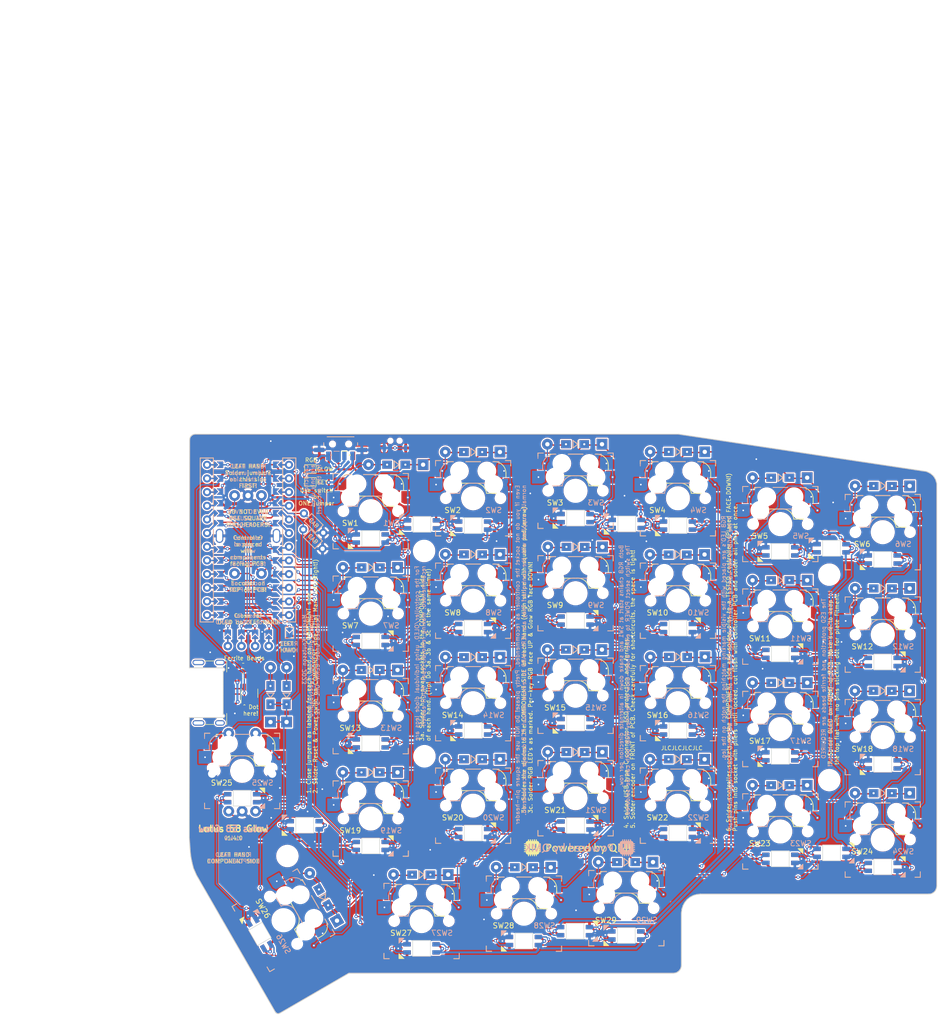
<source format=kicad_pcb>
(kicad_pcb (version 20221018) (generator pcbnew)
  (title_block (title "Lotus 58 Glow") (date "2023-11-21") (rev "v1.4.0") (company "Markus Knutsson <markus.knutsson@tweety.se>") (comment 1 "https://github.com/TweetyDaBird") (comment 2 "Licensed under CERN-OHL-S v2 or any superseding version"))
  (layers (0 "F.Cu" signal) (31 "B.Cu" signal) (34 "B.Paste" user) (35 "F.Paste" user) (36 "B.SilkS" user "B.Silkscreen") (37 "F.SilkS" user "F.Silkscreen") (38 "B.Mask" user) (39 "F.Mask" user) (44 "Edge.Cuts" user))
  (net 0 "")
  (net 1 "Net-(D1-A)")
  (net 2 "row4")
  (net 3 "Net-(D2-A)")
  (net 4 "Net-(D3-A)")
  (net 5 "row0")
  (net 6 "Net-(D4-A)")
  (net 7 "row1")
  (net 8 "Net-(D5-A)")
  (net 9 "row2")
  (net 10 "Net-(D6-A)")
  (net 11 "row3")
  (net 12 "Net-(D7-A)")
  (net 13 "Net-(D8-A)")
  (net 14 "Net-(D9-A)")
  (net 15 "Net-(D10-A)")
  (net 16 "Net-(D11-A)")
  (net 17 "Net-(D12-A)")
  (net 18 "Net-(D13-A)")
  (net 19 "Net-(D14-A)")
  (net 20 "Net-(D15-A)")
  (net 21 "Net-(D16-A)")
  (net 22 "Net-(D17-A)")
  (net 23 "Net-(D18-A)")
  (net 24 "Net-(D19-A)")
  (net 25 "Net-(D20-A)")
  (net 26 "Net-(D21-A)")
  (net 27 "Net-(D22-A)")
  (net 28 "Net-(D23-A)")
  (net 29 "Net-(D24-A)")
  (net 30 "Net-(D26-A)")
  (net 31 "Net-(D27-A)")
  (net 32 "Net-(D28-A)")
  (net 33 "VCC")
  (net 34 "GND")
  (net 35 "col0")
  (net 36 "col1")
  (net 37 "col2")
  (net 38 "col3")
  (net 39 "col4")
  (net 40 "col5")
  (net 41 "SDA")
  (net 42 "LED")
  (net 43 "SCL")
  (net 44 "RESET")
  (net 45 "Net-(D29-A)")
  (net 46 "DATA")
  (net 47 "Net-(D30-A)")
  (net 48 "Hand")
  (net 49 "Alt")
  (net 55 "Net-(LED1-DOUT)")
  (net 56 "Net-(LED2-DOUT)")
  (net 57 "Net-(LED3-DOUT)")
  (net 58 "Net-(LED4-DOUT)")
  (net 59 "Net-(LED5-DOUT)")
  (net 60 "Net-(LED12-DIN)")
  (net 61 "Net-(LED13-DIN)")
  (net 62 "Net-(LED7-DIN)")
  (net 63 "Net-(LED8-DIN)")
  (net 64 "Net-(LED10-DOUT)")
  (net 65 "Net-(LED10-DIN)")
  (net 66 "Net-(LED11-DIN)")
  (net 67 "Net-(LED13-DOUT)")
  (net 68 "Net-(LED14-DOUT)")
  (net 69 "Net-(LED15-DOUT)")
  (net 70 "Net-(LED16-DOUT)")
  (net 71 "Net-(LED17-DOUT)")
  (net 72 "Net-(LED18-DOUT)")
  (net 73 "Net-(LED19-DOUT)")
  (net 74 "Net-(LED19-DIN)")
  (net 75 "Net-(LED20-DIN)")
  (net 76 "Net-(LED21-DIN)")
  (net 77 "/PWR_KEY")
  (net 78 "/PWR_GLOW")
  (net 79 "Net-(LED22-DIN)")
  (net 80 "Net-(LED23-DIN)")
  (net 81 "Net-(LED25-DOUT)")
  (net 82 "EncB")
  (net 83 "EncA")
  (net 84 "Net-(LED26-DOUT)")
  (net 85 "Net-(LED27-DOUT)")
  (net 86 "Net-(LED28-DOUT)")
  (net 87 "Net-(LED30-DOUT)")
  (net 88 "Net-(LED31-DOUT)")
  (net 89 "Net-(LED32-DOUT)")
  (net 90 "Net-(LED33-DOUT)")
  (net 91 "Net-(LED34-DOUT)")
  (net 94 "Net-(J3-SHIELD)")
  (net 95 "/VCC_LINK")
  (footprint "Keyboard Common:Spacer PCB hole" (layer "F.Cu") (at 124.32538 57.40908)
    (fp_text reference "TH1" hide)
    (fp_text value "HOLE" hide)
  )
  (footprint "Keyboard Common:Spacer PCB hole" (layer "F.Cu") (at 199.7 61.8)
    (fp_text reference "TH2" hide)
    (fp_text value "HOLE" hide)
  )
  (footprint "Keyboard Common:Spacer PCB hole" (layer "F.Cu") (at 124.3965 95.5675)
    (fp_text reference "TH3" hide)
    (fp_text value "HOLE" hide)
  )
  (footprint "Keyboard Common:Spacer PCB hole" (layer "F.Cu") (at 199.7 100)
    (fp_text reference "TH4" hide)
    (fp_text value "HOLE" hide)
  )
  (footprint "Keyboard Common:Spacer PCB hole" (layer "F.Cu") (at 98.8949 114.1095 90)
    (fp_text reference "TH5" hide)
    (fp_text value "HOLE" hide)
  )
  (footprint "Keyboard Switches:SW_MX_HotSwap_Reversible" (layer "F.Cu") (at 133.45 47.6)
    (fp_text reference "SW2" hide)
    (fp_text value "Kailh hotswap MX socket" hide)
  )
  (footprint "Keyboard Switches:SW_MX_HotSwap_Reversible" (layer "F.Cu") (at 152.5 46.21)
    (fp_text reference "SW3" hide)
    (fp_text value "Kailh hotswap MX socket" hide)
  )
  (footprint "Keyboard Switches:SW_MX_HotSwap_Reversible" (layer "F.Cu") (at 171.55 47.6)
    (fp_text reference "SW4" hide)
    (fp_text value "Kailh hotswap MX socket" hide)
  )
  (footprint "Keyboard Switches:SW_MX_HotSwap_Reversible" (layer "F.Cu") (at 209.65 53.9)
    (fp_text reference "SW6" hide)
    (fp_text value "Kailh hotswap MX socket" hide)
  )
  (footprint "Keyboard Switches:SW_MX_HotSwap_Reversible" (layer "F.Cu") (at 114.4 69.05)
    (fp_text reference "SW7" hide)
    (fp_text value "Kailh hotswap MX socket" hide)
  )
  (footprint "Keyboard Switches:SW_MX_HotSwap_Reversible" (layer "F.Cu") (at 152.5 65.26)
    (fp_text reference "SW9" hide)
    (fp_text value "Kailh hotswap MX socket" hide)
  )
  (footprint "Keyboard Switches:SW_MX_HotSwap_Reversible" (layer "F.Cu") (at 171.55 66.65)
    (fp_text reference "SW10" hide)
    (fp_text value "Kailh hotswap MX socket" hide)
  )
  (footprint "Keyboard Switches:SW_MX_HotSwap_Reversible" (layer "F.Cu") (at 190.6 71.45)
    (fp_text reference "SW11" hide)
    (fp_text value "Kailh hotswap MX socket" hide)
  )
  (footprint "Keyboard Switches:SW_MX_HotSwap_Reversible" (layer "F.Cu") (at 209.65 72.95)
    (fp_text reference "SW12" hide)
    (fp_text value "Kailh hotswap MX socket" hide)
  )
  (footprint "Keyboard Switches:SW_MX_HotSwap_Reversible" (layer "F.Cu") (at 114.4 88.1)
    (fp_text reference "SW13" hide)
    (fp_text value "Kailh hotswap MX socket" hide)
  )
  (footprint "Keyboard Switches:SW_MX_HotSwap_Reversible" (layer "F.Cu") (at 133.45 85.7)
    (fp_text reference "SW14" hide)
    (fp_text value "Kailh hotswap MX socket" hide)
  )
  (footprint "Keyboard Switches:SW_MX_HotSwap_Reversible" (layer "F.Cu") (at 152.5 84.31)
    (fp_text reference "SW15" hide)
    (fp_text value "Kailh hotswap MX socket" hide)
  )
  (footprint "Keyboard Switches:SW_MX_HotSwap_Reversible" (layer "F.Cu") (at 190.6 90.5)
    (fp_text reference "SW17" hide)
    (fp_text value "Kailh hotswap MX socket" hide)
  )
  (footprint "Keyboard Switches:SW_MX_HotSwap_Reversible" (layer "F.Cu") (at 209.65 92)
    (fp_text reference "SW18" hide)
    (fp_text value "Kailh hotswap MX socket" hide)
  )
  (footprint "Keyboard Switches:SW_MX_HotSwap_Reversible" (layer "F.Cu") (at 114.4 107.15)
    (fp_text reference "SW19" hide)
    (fp_text value "Kailh hotswap MX socket" hide)
  )
  (footprint "Keyboard Switches:SW_MX_HotSwap_Reversible" (layer "F.Cu") (at 133.45 104.75)
    (fp_text reference "SW20" hide)
    (fp_text value "Kailh hotswap MX socket" hide)
  )
  (footprint "Keyboard Switches:SW_MX_HotSwap_Reversible" (layer "F.Cu") (at 152.5 103.36)
    (fp_text reference "SW21" hide)
    (fp_text value "Kailh hotswap MX socket" hide)
  )
  (footprint "Keyboard Switches:SW_MX_HotSwap_Reversible" (layer "F.Cu") (at 171.55 104.75)
    (fp_text reference "SW22" hide)
    (fp_text value "Kailh hotswap MX socket" hide)
  )
  (footprint "Keyboard Switches:SW_MX_HotSwap_Reversible" (layer "F.Cu") (at 190.6 109.55)
    (fp_text reference "SW23" hide)
    (fp_text value "Kailh hotswap MX socket" hide)
  )
  (footprint "Keyboard Switches:SW_MX_HotSwap_Reversible" (layer "F.Cu") (at 123.85 126.2)
    (fp_text reference "SW27" hide)
    (fp_text value "Kailh hotswap MX socket" hide)
  )
  (footprint "Keyboard Switches:SW_MX_HotSwap_Reversible" (layer "F.Cu") (at 142.8977 124.8283)
    (fp_text reference "SW28" hide)
    (fp_text value "Kailh hotswap MX socket" hide)
  )
  (footprint "Keyboard Switches:SW_MX_HotSwap_Reversible" (layer "F.Cu") (at 161.95 123.8)
    (fp_text reference "SW29" hide)
    (fp_text value "Kailh hotswap MX socket" hide)
  )
  (footprint "Keyboard Switches:SW_MX_HotSwap_Reversible" (layer "F.Cu") (at 114.4 50)
    (fp_text reference "SW1" hide)
    (fp_text value "Kailh hotswap MX socket" hide)
  )
  (footprint "Keyboard Switches:SW_MX_HotSwap_Reversible" (layer "F.Cu") (at 90.4748 98.2853)
    (fp_text reference "SW25" hide)
    (fp_text value "Kailh hotswap MX socket" hide)
  )
  (footprint "Keyboard Switches:SW_MX_HotSwap_Reversible" (layer "F.Cu") (at 209.65 111.05)
    (fp_text reference "SW24" hide)
    (fp_text value "Kailh hotswap MX socket" hide)
  )
  (footprint "Keyboard Switches:SW_MX_HotSwap_Reversible" (layer "F.Cu") (at 98.171 126.0475 -60)
    (fp_text reference "SW26" hide)
    (fp_text value "Kailh hotswap MX socket" hide)
  )
  (footprint "Keyboard Switches:SW_MX_HotSwap_Reversible" (layer "F.Cu") (at 171.55 85.7)
    (fp_text reference "SW16" hide)
    (fp_text value "Kailh hotswap MX socket" hide)
  )
  (footprint "Keyboard Common:SSD1306-0.91-OLED-4pin-128x32 doublesided" (layer "F.Cu") (at 91.62 56.59 -90)
    (fp_text reference "P1" hide)
    (fp_text value "OLED")
  )
  (footprint "Keyboard RGB:MX_SK6812MINI-E_REVERSIBLE" (layer "F.Cu") (at 200.125 113.522)
    (fp_text reference "LED33" hide)
    (fp_text value "SK6812MINI-E")
    (fp_line (start -1.65 -1.45) (end 1.65 -1.45) (stroke (width 0.1)) (layer "Edge.Cuts"))
    (fp_line (start -1.65 1.45) (end -1.65 -1.45) (stroke (width 0.1)) (layer "Edge.Cuts"))
    (fp_line (start 1.65 -1.45) (end 1.65 1.45) (stroke (width 0.1)) (layer "Edge.Cuts"))
    (fp_line (start 1.65 1.45) (end -1.65 1.45) (stroke (width 0.1)) (layer "Edge.Cuts"))
  )
  (footprint "Keyboard RGB:MX_SK6812MINI-E_REVERSIBLE" (layer "F.Cu") (at 152.4 128.0795)
    (fp_text reference "LED34" hide)
    (fp_text value "SK6812MINI-E")
    (fp_line (start -1.65 -1.45) (end 1.65 -1.45) (stroke (width 0.1)) (layer "Edge.Cuts"))
    (fp_line (start -1.65 1.45) (end -1.65 -1.45) (stroke (width 0.1)) (layer "Edge.Cuts"))
    (fp_line (start 1.65 -1.45) (end 1.65 1.45) (stroke (width 0.1)) (layer "Edge.Cuts"))
    (fp_line (start 1.65 1.45) (end -1.65 1.45) (stroke (width 0.1)) (layer "Edge.Cuts"))
  )
  (footprint "Keyboard RGB:MX_SK6812MINI-E_REVERSIBLE" (layer "F.Cu") (at 102.108 108.3945 180)
    (fp_text reference "LED35" hide)
    (fp_text value "SK6812MINI-E")
    (fp_line (start -1.65 -1.45) (end 1.65 -1.45) (stroke (width 0.1)) (layer "Edge.Cuts"))
    (fp_line (start -1.65 1.45) (end -1.65 -1.45) (stroke (width 0.1)) (layer "Edge.Cuts"))
    (fp_line (start 1.65 -1.45) (end 1.65 1.45) (stroke (width 0.1)) (layer "Edge.Cuts"))
    (fp_line (start 1.65 1.45) (end -1.65 1.45) (stroke (width 0.1)) (layer "Edge.Cuts"))
  )
  (footprint "Keyboard RGB:MX_SK6812MINI-E_REVERSIBLE" (layer "F.Cu") (at 200.122 56.896 180)
    (fp_text reference "LED32" hide)
    (fp_text value "SK6812MINI-E")
    (fp_line (start -1.65 -1.45) (end 1.65 -1.45) (stroke (width 0.1)) (layer "Edge.Cuts"))
    (fp_line (start -1.65 1.45) (end -1.65 -1.45) (stroke (width 0.1)) (layer "Edge.Cuts"))
    (fp_line (start 1.65 -1.45) (end 1.65 1.45) (stroke (width 0.1)) (layer "Edge.Cuts"))
    (fp_line (start 1.65 1.45) (end -1.65 1.45) (stroke (width 0.1)) (layer "Edge.Cuts"))
  )
  (footprint "Keyboard RGB:MX_SK6812MINI-E_REVERSIBLE" (layer "F.Cu") (at 123.9235 52.451 180)
    (fp_text reference "LED30" hide)
    (fp_text value "SK6812MINI-E")
    (fp_line (start -1.65 -1.45) (end 1.65 -1.45) (stroke (width 0.1)) (layer "Edge.Cuts"))
    (fp_line (start -1.65 1.45) (end -1.65 -1.45) (stroke (width 0.1)) (layer "Edge.Cuts"))
    (fp_line (start 1.65 -1.45) (end 1.65 1.45) (stroke (width 0.1)) (layer "Edge.Cuts"))
    (fp_line (start 1.65 1.45) (end -1.65 1.45) (stroke (width 0.1)) (layer "Edge.Cuts"))
  )
  (footprint "Keyboard Encoders:Encoder_Alps_EC11E_Small" (layer "F.Cu") (at 91.567 54.594 -90)
    (fp_text reference "SW30" hide)
    (fp_text value "Rotary_Encoder_Switch" hide)
  )
  (footprint "Keyboard Controllers:ProMicro_jumpers_V2" (layer "F.Cu") (at 91.567 55.35)
    (fp_text reference "U1" hide)
    (fp_text value "ProMicro")
  )
  (footprint "Keyboard Switches:SW_MX_HotSwap_Reversible" (layer "F.Cu") (at 190.6 52.4)
    (fp_text reference "SW5" hide)
    (fp_text value "Kailh hotswap MX socket" hide)
  )
  (footprint "Keyboard Encoders:Encoder_Alps_EC11E_Offset_pad" (layer "F.Cu") (at 90.4748 98.2853 90)
    (fp_text reference "SW31" hide)
    (fp_text value "Rotary_Encoder_Switch")
  )
  (footprint "Keyboard RGB:MX_SK6812MINI-E_REVERSIBLE" (layer "F.Cu") (at 162.0285 52.3875 180)
    (fp_text reference "LED31" hide)
    (fp_text value "SK6812MINI-E")
    (fp_line (start -1.65 -1.45) (end 1.65 -1.45) (stroke (width 0.1)) (layer "Edge.Cuts"))
    (fp_line (start -1.65 1.45) (end -1.65 -1.45) (stroke (width 0.1)) (layer "Edge.Cuts"))
    (fp_line (start 1.65 -1.45) (end 1.65 1.45) (stroke (width 0.1)) (layer "Edge.Cuts"))
    (fp_line (start 1.65 1.45) (end -1.65 1.45) (stroke (width 0.1)) (layer "Edge.Cuts"))
  )
  (footprint "Keyboard Common:Jumper_min_v2" (layer "F.Cu") (at 99.28 72.59 90)
    (fp_text reference "JP3" hide)
    (fp_text value "LEFT" hide)
  )
  (footprint "Keyboard Switches:SW_MX_HotSwap_Reversible" (layer "F.Cu") (at 133.45 66.65)
    (fp_text reference "SW8" hide)
    (fp_text value "Kailh hotswap MX socket" hide)
  )
  (footprint "Keyboard RGB:MX_SK6812MINI-E_REVERSIBLE" (layer "F.Cu") (at 114.4 55.08 180)
    (fp_text reference "LED1" hide)
    (fp_text value "SK6812MINI-E")
    (fp_line (start -1.65 -1.45) (end 1.65 -1.45) (stroke (width 0.1)) (layer "Edge.Cuts"))
    (fp_line (start -1.65 1.45) (end -1.65 -1.45) (stroke (width 0.1)) (layer "Edge.Cuts"))
    (fp_line (start 1.65 -1.45) (end 1.65 1.45) (stroke (width 0.1)) (layer "Edge.Cuts"))
    (fp_line (start 1.65 1.45) (end -1.65 1.45) (stroke (width 0.1)) (layer "Edge.Cuts"))
  )
  (footprint "Keyboard RGB:MX_SK6812MINI-E_REVERSIBLE" (layer "F.Cu") (at 133.45 52.68 180)
    (fp_text reference "LED2" hide)
    (fp_text value "SK6812MINI-E")
    (fp_line (start -1.65 -1.45) (end 1.65 -1.45) (stroke (width 0.1)) (layer "Edge.Cuts"))
    (fp_line (start -1.65 1.45) (end -1.65 -1.45) (stroke (width 0.1)) (layer "Edge.Cuts"))
    (fp_line (start 1.65 -1.45) (end 1.65 1.45) (stroke (width 0.1)) (layer "Edge.Cuts"))
    (fp_line (start 1.65 1.45) (end -1.65 1.45) (stroke (width 0.1)) (layer "Edge.Cuts"))
  )
  (footprint "Keyboard RGB:MX_SK6812MINI-E_REVERSIBLE" (layer "F.Cu") (at 152.5 51.29 180)
    (fp_text reference "LED3" hide)
    (fp_text value "SK6812MINI-E")
    (fp_line (start -1.65 -1.45) (end 1.65 -1.45) (stroke (width 0.1)) (layer "Edge.Cuts"))
    (fp_line (start -1.65 1.45) (end -1.65 -1.45) (stroke (width 0.1)) (layer "Edge.Cuts"))
    (fp_line (start 1.65 -1.45) (end 1.65 1.45) (stroke (width 0.1)) (layer "Edge.Cuts"))
    (fp_line (start 1.65 1.45) (end -1.65 1.45) (stroke (width 0.1)) (layer "Edge.Cuts"))
  )
  (footprint "Keyboard RGB:MX_SK6812MINI-E_REVERSIBLE" (layer "F.Cu") (at 171.55 52.68 180)
    (fp_text reference "LED4" hide)
    (fp_text value "SK6812MINI-E")
    (fp_line (start -1.65 -1.45) (end 1.65 -1.45) (stroke (width 0.1)) (layer "Edge.Cuts"))
    (fp_line (start -1.65 1.45) (end -1.65 -1.45) (stroke (width 0.1)) (layer "Edge.Cuts"))
    (fp_line (start 1.65 -1.45) (end 1.65 1.45) (stroke (width 0.1)) (layer "Edge.Cuts"))
    (fp_line (start 1.65 1.45) (end -1.65 1.45) (stroke (width 0.1)) (layer "Edge.Cuts"))
  )
  (footprint "Keyboard RGB:MX_SK6812MINI-E_REVERSIBLE" (layer "F.Cu") (at 190.6 57.48 180)
    (fp_text reference "LED5" hide)
    (fp_text value "SK6812MINI-E")
    (fp_line (start -1.65 -1.45) (end 1.65 -1.45) (stroke (width 0.1)) (layer "Edge.Cuts"))
    (fp_line (start -1.65 1.45) (end -1.65 -1.45) (stroke (width 0.1)) (layer "Edge.Cuts"))
    (fp_line (start 1.65 -1.45) (end 1.65 1.45) (stroke (width 0.1)) (layer "Edge.Cuts"))
    (fp_line (start 1.65 1.45) (end -1.65 1.45) (stroke (width 0.1)) (layer "Edge.Cuts"))
  )
  (footprint "Keyboard RGB:MX_SK6812MINI-E_REVERSIBLE" (layer "F.Cu") (at 209.65 58.98 180)
    (fp_text reference "LED6" hide)
    (fp_text value "SK6812MINI-E")
    (fp_line (start -1.65 -1.45) (end 1.65 -1.45) (stroke (width 0.1)) (layer "Edge.Cuts"))
    (fp_line (start -1.65 1.45) (end -1.65 -1.45) (stroke (width 0.1)) (layer "Edge.Cuts"))
    (fp_line (start 1.65 -1.45) (end 1.65 1.45) (stroke (width 0.1)) (layer "Edge.Cuts"))
    (fp_line (start 1.65 1.45) (end -1.65 1.45) (stroke (width 0.1)) (layer "Edge.Cuts"))
  )
  (footprint "Keyboard RGB:MX_SK6812MINI-E_REVERSIBLE" (layer "F.Cu") (at 114.4 74.13)
    (fp_text reference "LED7" hide)
    (fp_text value "SK6812MINI-E")
    (fp_line (start -1.65 -1.45) (end 1.65 -1.45) (stroke (width 0.1)) (layer "Edge.Cuts"))
    (fp_line (start -1.65 1.45) (end -1.65 -1.45) (stroke (width 0.1)) (layer "Edge.Cuts"))
    (fp_line (start 1.65 -1.45) (end 1.65 1.45) (stroke (width 0.1)) (layer "Edge.Cuts"))
    (fp_line (start 1.65 1.45) (end -1.65 1.45) (stroke (width 0.1)) (layer "Edge.Cuts"))
  )
  (footprint "Keyboard RGB:MX_SK6812MINI-E_REVERSIBLE" (layer "F.Cu") (at 133.45 71.73)
    (fp_text reference "LED8" hide)
    (fp_text value "SK6812MINI-E")
    (fp_line (start -1.65 -1.45) (end 1.65 -1.45) (stroke (width 0.1)) (layer "Edge.Cuts"))
    (fp_line (start -1.65 1.45) (end -1.65 -1.45) (stroke (width 0.1)) (layer "Edge.Cuts"))
    (fp_line (start 1.65 -1.45) (end 1.65 1.45) (stroke (width 0.1)) (layer "Edge.Cuts"))
    (fp_line (start 1.65 1.45) (end -1.65 1.45) (stroke (width 0.1)) (layer "Edge.Cuts"))
  )
  (footprint "Keyboard RGB:MX_SK6812MINI-E_REVERSIBLE" (layer "F.Cu") (at 152.5 70.34)
    (fp_text reference "LED9" hide)
    (fp_text value "SK6812MINI-E")
    (fp_line (start -1.65 -1.45) (end 1.65 -1.45) (stroke (width 0.1)) (layer "Edge.Cuts"))
    (fp_line (start -1.65 1.45) (end -1.65 -1.45) (stroke (width 0.1)) (layer "Edge.Cuts"))
    (fp_line (start 1.65 -1.45) (end 1.65 1.45) (stroke (width 0.1)) (layer "Edge.Cuts"))
    (fp_line (start 1.65 1.45) (end -1.65 1.45) (stroke (width 0.1)) (layer "Edge.Cuts"))
  )
  (footprint "Keyboard RGB:MX_SK6812MINI-E_REVERSIBLE" (layer "F.Cu") (at 171.55 71.73)
    (fp_text reference "LED10" hide)
    (fp_text value "SK6812MINI-E")
    (fp_line (start -1.65 -1.45) (end 1.65 -1.45) (stroke (width 0.1)) (layer "Edge.Cuts"))
    (fp_line (start -1.65 1.45) (end -1.65 -1.45) (stroke (width 0.1)) (layer "Edge.Cuts"))
    (fp_line (start 1.65 -1.45) (end 1.65 1.45) (stroke (width 0.1)) (layer "Edge.Cuts"))
    (fp_line (start 1.65 1.45) (end -1.65 1.45) (stroke (width 0.1)) (layer "Edge.Cuts"))
  )
  (footprint "Keyboard RGB:MX_SK6812MINI-E_REVERSIBLE" (layer "F.Cu") (at 190.6 76.53)
    (fp_text reference "LED11" hide)
    (fp_text value "SK6812MINI-E")
    (fp_line (start -1.65 -1.45) (end 1.65 -1.45) (stroke (width 0.1)) (layer "Edge.Cuts"))
    (fp_line (start -1.65 1.45) (end -1.65 -1.45) (stroke (width 0.1)) (layer "Edge.Cuts"))
    (fp_line (start 1.65 -1.45) (end 1.65 1.45) (stroke (width 0.1)) (layer "Edge.Cuts"))
    (fp_line (start 1.65 1.45) (end -1.65 1.45) (stroke (width 0.1)) (layer "Edge.Cuts"))
  )
  (footprint "Keyboard RGB:MX_SK6812MINI-E_REVERSIBLE" (layer "F.Cu") (at 209.65 78.03)
    (fp_text reference "LED12" hide)
    (fp_text value "SK6812MINI-E")
    (fp_line (start -1.65 -1.45) (end 1.65 -1.45) (stroke (width 0.1)) (layer "Edge.Cuts"))
    (fp_line (start -1.65 1.45) (end -1.65 -1.45) (stroke (width 0.1)) (layer "Edge.Cuts"))
    (fp_line (start 1.65 -1.45) (end 1.65 1.45) (stroke (width 0.1)) (layer "Edge.Cuts"))
    (fp_line (start 1.65 1.45) (end -1.65 1.45) (stroke (width 0.1)) (layer "Edge.Cuts"))
  )
  (footprint "Keyboard RGB:MX_SK6812MINI-E_REVERSIBLE" (layer "F.Cu") (at 114.4 93.18 180)
    (fp_text reference "LED13" hide)
    (fp_text value "SK6812MINI-E")
    (fp_line (start -1.65 -1.45) (end 1.65 -1.45) (stroke (width 0.1)) (layer "Edge.Cuts"))
    (fp_line (start -1.65 1.45) (end -1.65 -1.45) (stroke (width 0.1)) (layer "Edge.Cuts"))
    (fp_line (start 1.65 -1.45) (end 1.65 1.45) (stroke (width 0.1)) (layer "Edge.Cuts"))
    (fp_line (start 1.65 1.45) (end -1.65 1.45) (stroke (width 0.1)) (layer "Edge.Cuts"))
  )
  (footprint "Keyboard RGB:MX_SK6812MINI-E_REVERSIBLE" (layer "F.Cu") (at 133.45 90.78 180)
    (fp_text reference "LED14" hide)
    (fp_text value "SK6812MINI-E")
    (fp_line (start -1.65 -1.45) (end 1.65 -1.45) (stroke (width 0.1)) (layer "Edge.Cuts"))
    (fp_line (start -1.65 1.45) (end -1.65 -1.45) (stroke (width 0.1)) (layer "Edge.Cuts"))
    (fp_line (start 1.65 -1.45) (end 1.65 1.45) (stroke (width 0.1)) (layer "Edge.Cuts"))
    (fp_line (start 1.65 1.45) (end -1.65 1.45) (stroke (width 0.1)) (layer "Edge.Cuts"))
  )
  (footprint "Keyboard RGB:MX_SK6812MINI-E_REVERSIBLE" (layer "F.Cu") (at 152.5 89.39 180)
    (fp_text reference "LED15" hide)
    (fp_text value "SK6812MINI-E")
    (fp_line (start -1.65 -1.45) (end 1.65 -1.45) (stroke (width 0.1)) (layer "Edge.Cuts"))
    (fp_line (start -1.65 1.45) (end -1.65 -1.45) (stroke (width 0.1)) (layer "Edge.Cuts"))
    (fp_line (start 1.65 -1.45) (end 1.65 1.45) (stroke (width 0.1)) (layer "Edge.Cuts"))
    (fp_line (start 1.65 1.45) (end -1.65 1.45) (stroke (width 0.1)) (layer "Edge.Cuts"))
  )
  (footprint "Keyboard RGB:MX_SK6812MINI-E_REVERSIBLE" (layer "F.Cu") (at 171.55 90.78 180)
    (fp_text reference "LED16" hide)
    (fp_text value "SK6812MINI-E")
    (fp_line (start -1.65 -1.45) (end 1.65 -1.45) (stroke (width 0.1)) (layer "Edge.Cuts"))
    (fp_line (start -1.65 1.45) (end -1.65 -1.45) (stroke (width 0.1)) (layer "Edge.Cuts"))
    (fp_line (start 1.65 -1.45) (end 1.65 1.45) (stroke (width 0.1)) (layer "Edge.Cuts"))
    (fp_line (start 1.65 1.45) (end -1.65 1.45) (stroke (width 0.1)) (layer "Edge.Cuts"))
  )
  (footprint "Keyboard RGB:MX_SK6812MINI-E_REVERSIBLE" (layer "F.Cu") (at 190.6 95.58 180)
    (fp_text reference "LED17" hide)
    (fp_text value "SK6812MINI-E")
    (fp_line (start -1.65 -1.45) (end 1.65 -1.45) (stroke (width 0.1)) (layer "Edge.Cuts"))
    (fp_line (start -1.65 1.45) (end -1.65 -1.45) (stroke (width 0.1)) (layer "Edge.Cuts"))
    (fp_line (start 1.65 -1.45) (end 1.65 1.45) (stroke (width 0.1)) (layer "Edge.Cuts"))
    (fp_line (start 1.65 1.45) (end -1.65 1.45) (stroke (width 0.1)) (layer "Edge.Cuts"))
  )
  (footprint "Keyboard RGB:MX_SK6812MINI-E_REVERSIBLE" (layer "F.Cu") (at 209.65 97.08 180)
    (fp_text reference "LED18" hide)
    (fp_text value "SK6812MINI-E")
    (fp_line (start -1.65 -1.45) (end 1.65 -1.45) (stroke (width 0.1)) (layer "Edge.Cuts"))
    (fp_line (start -1.65 1.45) (end -1.65 -1.45) (stroke (width 0.1)) (layer "Edge.Cuts"))
    (fp_line (start 1.65 -1.45) (end 1.65 1.45) (stroke (width 0.1)) (layer "Edge.Cuts"))
    (fp_line (start 1.65 1.45) (end -1.65 1.45) (stroke (width 0.1)) (layer "Edge.Cuts"))
  )
  (footprint "Keyboard RGB:MX_SK6812MINI-E_REVERSIBLE" (layer "F.Cu") (at 114.4 112.23)
    (fp_text reference "LED19" hide)
    (fp_text value "SK6812MINI-E")
    (fp_line (start -1.65 -1.45) (end 1.65 -1.45) (stroke (width 0.1)) (layer "Edge.Cuts"))
    (fp_line (start -1.65 1.45) (end -1.65 -1.45) (stroke (width 0.1)) (layer "Edge.Cuts"))
    (fp_line (start 1.65 -1.45) (end 1.65 1.45) (stroke (width 0.1)) (layer "Edge.Cuts"))
    (fp_line (start 1.65 1.45) (end -1.65 1.45) (stroke (width 0.1)) (layer "Edge.Cuts"))
  )
  (footprint "Keyboard RGB:MX_SK6812MINI-E_REVERSIBLE" (layer "F.Cu") (at 133.45 109.83)
    (fp_text reference "LED20" hide)
    (fp_text value "SK6812MINI-E")
    (fp_line (start -1.65 -1.45) (end 1.65 -1.45) (stroke (width 0.1)) (layer "Edge.Cuts"))
    (fp_line (start -1.65 1.45) (end -1.65 -1.45) (stroke (width 0.1)) (layer "Edge.Cuts"))
    (fp_line (start 1.65 -1.45) (end 1.65 1.45) (stroke (width 0.1)) (layer "Edge.Cuts"))
    (fp_line (start 1.65 1.45) (end -1.65 1.45) (stroke (width 0.1)) (layer "Edge.Cuts"))
  )
  (footprint "Keyboard RGB:MX_SK6812MINI-E_REVERSIBLE" (layer "F.Cu") (at 152.5 108.44)
    (fp_text reference "LED21" hide)
    (fp_text value "SK6812MINI-E")
    (fp_line (start -1.65 -1.45) (end 1.65 -1.45) (stroke (width 0.1)) (layer "Edge.Cuts"))
    (fp_line (start -1.65 1.45) (end -1.65 -1.45) (stroke (width 0.1)) (layer "Edge.Cuts"))
    (fp_line (start 1.65 -1.45) (end 1.65 1.45) (stroke (width 0.1)) (layer "Edge.Cuts"))
    (fp_line (start 1.65 1.45) (end -1.65 1.45) (stroke (width 0.1)) (layer "Edge.Cuts"))
  )
  (footprint "Keyboard RGB:MX_SK6812MINI-E_REVERSIBLE" (layer "F.Cu") (at 171.55 109.83)
    (fp_text reference "LED22" hide)
    (fp_text value "SK6812MINI-E")
    (fp_line (start -1.65 -1.45) (end 1.65 -1.45) (stroke (width 0.1)) (layer "Edge.Cuts"))
    (fp_line (start -1.65 1.45) (end -1.65 -1.45) (stroke (width 0.1)) (layer "Edge.Cuts"))
    (fp_line (start 1.65 -1.45) (end 1.65 1.45) (stroke (width 0.1)) (layer "Edge.Cuts"))
    (fp_line (start 1.65 1.45) (end -1.65 1.45) (stroke (width 0.1)) (layer "Edge.Cuts"))
  )
  (footprint "Keyboard RGB:MX_SK6812MINI-E_REVERSIBLE" (layer "F.Cu") (at 190.6 114.63)
    (fp_text reference "LED23" hide)
    (fp_text value "SK6812MINI-E")
    (fp_line (start -1.65 -1.45) (end 1.65 -1.45) (stroke (width 0.1)) (layer "Edge.Cuts"))
    (fp_line (start -1.65 1.45) (end -1.65 -1.45) (stroke (width 0.1)) (layer "Edge.Cuts"))
    (fp_line (start 1.65 -1.45) (end 1.65 1.45) (stroke (width 0.1)) (layer "Edge.Cuts"))
    (fp_line (start 1.65 1.45) (end -1.65 1.45) (stroke (width 0.1)) (layer "Edge.Cuts"))
  )
  (footprint "Keyboard RGB:MX_SK6812MINI-E_REVERSIBLE" (layer "F.Cu") (at 209.65 116.13)
    (fp_text reference "LED24" hide)
    (fp_text value "SK6812MINI-E")
    (fp_line (start -1.65 -1.45) (end 1.65 -1.45) (stroke (width 0.1)) (layer "Edge.Cuts"))
    (fp_line (start -1.65 1.45) (end -1.65 -1.45) (stroke (width 0.1)) (layer "Edge.Cuts"))
    (fp_line (start 1.65 -1.45) (end 1.65 1.45) (stroke (width 0.1)) (layer "Edge.Cuts"))
    (fp_line (start 1.65 1.45) (end -1.65 1.45) (stroke (width 0.1)) (layer "Edge.Cuts"))
  )
  (footprint "Keyboard RGB:MX_SK6812MINI-E_REVERSIBLE" (layer "F.Cu") (at 90.4748 103.3653)
    (fp_text reference "LED25" hide)
    (fp_text value "SK6812MINI-E")
    (fp_line (start -1.65 -1.45) (end 1.65 -1.45) (stroke (width 0.1)) (layer "Edge.Cuts"))
    (fp_line (start -1.65 1.45) (end -1.65 -1.45) (stroke (width 0.1)) (layer "Edge.Cuts"))
    (fp_line (start 1.65 -1.45) (end 1.65 1.45) (stroke (width 0.1)) (layer "Edge.Cuts"))
    (fp_line (start 1.65 1.45) (end -1.65 1.45) (stroke (width 0.1)) (layer "Edge.Cuts"))
  )
  (footprint "Keyboard RGB:MX_SK6812MINI-E_REVERSIBLE" (layer "F.Cu") (at 93.771591 128.587499 120)
    (fp_text reference "LED26" hide)
    (fp_text value "SK6812MINI-E")
    (fp_line (start -1.65 -1.45) (end 1.65 -1.45) (stroke (width 0.1)) (layer "Edge.Cuts"))
    (fp_line (start -1.65 1.45) (end -1.65 -1.45) (stroke (width 0.1)) (layer "Edge.Cuts"))
    (fp_line (start 1.65 -1.45) (end 1.65 1.45) (stroke (width 0.1)) (layer "Edge.Cuts"))
    (fp_line (start 1.65 1.45) (end -1.65 1.45) (stroke (width 0.1)) (layer "Edge.Cuts"))
  )
  (footprint "Keyboard RGB:MX_SK6812MINI-E_REVERSIBLE" (layer "F.Cu") (at 123.85 131.28 180)
    (fp_text reference "LED27" hide)
    (fp_text value "SK6812MINI-E")
    (fp_line (start -1.65 -1.45) (end 1.65 -1.45) (stroke (width 0.1)) (layer "Edge.Cuts"))
    (fp_line (start -1.65 1.45) (end -1.65 -1.45) (stroke (width 0.1)) (layer "Edge.Cuts"))
    (fp_line (start 1.65 -1.45) (end 1.65 1.45) (stroke (width 0.1)) (layer "Edge.Cuts"))
    (fp_line (start 1.65 1.45) (end -1.65 1.45) (stroke (width 0.1)) (layer "Edge.Cuts"))
  )
  (footprint "Keyboard RGB:MX_SK6812MINI-E_REVERSIBLE" (layer "F.Cu") (at 142.8977 129.9083 180)
    (fp_text reference "LED28" hide)
    (fp_text value "SK6812MINI-E")
    (fp_line (start -1.65 -1.45) (end 1.65 -1.45) (stroke (width 0.1)) (layer "Edge.Cuts"))
    (fp_line (start -1.65 1.45) (end -1.65 -1.45) (stroke (width 0.1)) (layer "Edge.Cuts"))
    (fp_line (start 1.65 -1.45) (end 1.65 1.45) (stroke (width 0.1)) (layer "Edge.Cuts"))
    (fp_line (start 1.65 1.45) (end -1.65 1.45) (stroke (width 0.1)) (layer "Edge.Cuts"))
  )
  (footprint "Keyboard RGB:MX_SK6812MINI-E_REVERSIBLE" (layer "F.Cu") (at 161.95 128.88 180)
    (fp_text reference "LED29" hide)
    (fp_text value "SK6812MINI-E")
    (fp_line (start -1.65 -1.45) (end 1.65 -1.45) (stroke (width 0.1)) (layer "Edge.Cuts"))
    (fp_line (start -1.65 1.45) (end -1.65 -1.45) (stroke (width 0.1)) (layer "Edge.Cuts"))
    (fp_line (start 1.65 -1.45) (end 1.65 1.45) (stroke (width 0.1)) (layer "Edge.Cuts"))
    (fp_line (start 1.65 1.45) (end -1.65 1.45) (stroke (width 0.1)) (layer "Edge.Cuts"))
  )
  (footprint "Keyboard Common:Jumper_min_v2" (layer "F.Cu") (at 103.17 44.55 180)
    (fp_text reference "JP2" hide)
    (fp_text value "LEFT" hide)
  )
  (footprint "Keyboard Common:YTS-A002" (layer "F.Cu") (at 118.91 36.91)
    (fp_text reference "RES1" hide)
    (fp_text value "TS-A002" hide)
  )
  (footprint "Keyboard Common:MSK12C02" (layer "F.Cu") (at 108.79 37.52 180)
    (fp_text reference "SW32" hide)
    (fp_text value "MSK12C02" hide)
  )
  (footprint "Keyboard Common:Molex-216990_GCT-USB45xx_HRO-TYPE-C-31-M-13x-PiMicro" (layer "F.Cu") (at 81.167 83.75 -90)
    (fp_text reference "J3" hide)
    (fp_text value "USB_C_Receptacle_USB2.0")
    (fp_line (start -7.62 0.5) (end -4.62 0.5) (stroke (width 0.15)) (layer "Edge.Cuts"))
    (fp_line (start -4.62 0.5) (end -4.62 -5.783) (stroke (width 0.15)) (layer "Edge.Cuts"))
    (fp_line (start -4.02 -5.783) (end 4.02 -5.783) (stroke (width 0.15)) (layer "Edge.Cuts"))
    (fp_line (start 4.62 -5.783) (end 4.62 0.5) (stroke (width 0.15)) (layer "Edge.Cuts"))
    (fp_line (start 4.62 0.5) (end 7.62 0.5) (stroke (width 0.15)) (layer "Edge.Cuts"))
    (fp_arc (start -4.62 -5.783) (mid -4.32 -6.083) (end -4.02 -5.783) (stroke (width 0.15)) (layer "Edge.Cuts"))
    (fp_arc (start 4.02 -5.783) (mid 4.32 -6.083) (end 4.62 -5.783) (stroke (width 0.15)) (layer "Edge.Cuts"))
  )
  (footprint "Capacitor_SMD:C_0603_1608Metric_Pad1.08x0.95mm_HandSolder" (layer "F.Cu") (at 90.67 78.78)
    (fp_text reference "FB2")
    (fp_text value "Ferrite Bead" hide)
  )
  (footprint "Package_TO_SOT_SMD:SOT-23-6" (layer "F.Cu") (at 91.83 83.85 90)
    (fp_text reference "U2" hide)
    (fp_text value "SRV05-4")
  )
  (footprint "Keyboard Common:Jumper_min_v2" (layer "F.Cu") (at 103.17 42.16 180)
    (fp_text reference "JP1" hide)
    (fp_text value "LEFT" hide)
  )
  (footprint "Logotypes:qmk logo" (layer "F.Cu") (at 153.15 112.57)
    (fp_text reference "Logo1" hide)
    (fp_text value "QMK_Logo" hide)
  )
  (footprint "Capacitor_SMD:C_0603_1608Metric_Pad1.08x0.95mm_HandSolder" (layer "F.Cu") (at 90.68 80.64)
    (fp_text reference "FB1")
    (fp_text value "Ferrite Beads ")
  )
  (footprint "Keyboard Common:Diode_DO35_SOD123" (layer "B.Cu") (at 119.14 41.36 180)
    (fp_text reference "D1" hide)
    (fp_text value "1N4148/1N4148W" hide)
  )
  (footprint "Keyboard Common:Diode_DO35_SOD123" (layer "B.Cu") (at 152.42 37.56 180)
    (fp_text reference "D3" hide)
    (fp_text value "1N4148/1N4148W" hide)
  )
  (footprint "Keyboard Common:Diode_DO35_SOD123" (layer "B.Cu") (at 171.54 38.98 180)
    (fp_text reference "D4" hide)
    (fp_text value "1N4148/1N4148W" hide)
  )
  (footprint "Keyboard Common:Diode_DO35_SOD123" (layer "B.Cu") (at 209.66 45.31 180)
    (fp_text reference "D6" hide)
    (fp_text value "1N4148/1N4148W" hide)
  )
  (footprint "Keyboard Common:Diode_DO35_SOD123" (layer "B.Cu") (at 152.51 56.65 180)
    (fp_text reference "D9" hide)
    (fp_text value "1N4148/1N4148W" hide)
  )
  (footprint "Keyboard Common:Diode_DO35_SOD123" (layer "B.Cu") (at 171.5 58.06 180)
    (fp_text reference "D10" hide)
    (fp_text value "1N4148/1N4148W" hide)
  )
  (footprint "Keyboard Common:Diode_DO35_SOD123" (layer "B.Cu") (at 190.59 62.85 180)
    (fp_text reference "D11" hide)
    (fp_text value "1N4148/1N4148W" hide)
  )
  (footprint "Keyboard Common:Diode_DO35_SOD123" (layer "B.Cu") (at 209.66 64.36 180)
    (fp_text reference "D12" hide)
    (fp_text value "1N4148/1N4148W" hide)
  )
  (footprint "Keyboard Common:Diode_DO35_SOD123" (layer "B.Cu") (at 114.38 79.53 180)
    (fp_text reference "D13" hide)
    (fp_text value "1N4148/1N4148W" hide)
  )
  (footprint "Keyboard Common:Diode_DO35_SOD123" (layer "B.Cu") (at 133.44 77.14 180)
    (fp_text reference "D14" hide)
    (fp_text value "1N4148/1N4148W" hide)
  )
  (footprint "Keyboard Common:Diode_DO35_SOD123" (layer "B.Cu") (at 152.41 75.74 180)
    (fp_text reference "D15" hide)
    (fp_text value "1N4148/1N4148W" hide)
  )
  (footprint "Keyboard Common:Diode_DO35_SOD123" (layer "B.Cu") (at 171.57 77.09 180)
    (fp_text reference "D16" hide)
    (fp_text value "1N4148/1N4148W" hide)
  )
  (footprint "Keyboard Common:Diode_DO35_SOD123" (layer "B.Cu") (at 209.63 83.4 180)
    (fp_text reference "D18" hide)
    (fp_text value "1N4148/1N4148W" hide)
  )
  (footprint "Keyboard Common:Diode_DO35_SOD123" (layer "B.Cu") (at 114.38 98.56 180)
    (fp_text reference "D19" hide)
    (fp_text value "1N4148/1N4148W" hide)
  )
  (footprint "Keyboard Common:Diode_DO35_SOD123" (layer "B.Cu") (at 133.44 96.13 180)
    (fp_text reference "D20" hide)
    (fp_text value "1N4148/1N4148W" hide)
  )
  (footprint "Keyboard Common:Diode_DO35_SOD123" (layer "B.Cu") (at 152.49 94.79 180)
    (fp_text reference "D21" hide)
    (fp_text value "1N4148/1N4148W" hide)
  )
  (footprint "Keyboard Common:Diode_DO35_SOD123" (layer "B.Cu") (at 171.51 96.13 180)
    (fp_text reference "D22" hide)
    (fp_text value "1N4148/1N4148W" hide)
  )
  (footprint "Keyboard Common:Diode_DO35_SOD123" (layer "B.Cu") (at 190.58 100.95 180)
    (fp_text reference "D23" hide)
    (fp_text value "1N4148/1N4148W" hide)
  )
  (footprint "Keyboard Common:Diode_DO35_SOD123" (layer "B.Cu") (at 105.62 121.797501 120)
    (fp_text reference "D26" hide)
    (fp_text value "1N4148/1N4148W" hide)
  )
  (footprint "Keyboard Common:Diode_DO35_SOD123" (layer "B.Cu") (at 123.8 117.57 180)
    (fp_text reference "D27" hide)
    (fp_text value "1N4148/1N4148W" hide)
  )
  (footprint "Keyboard Common:Diode_DO35_SOD123" (layer "B.Cu") (at 209.65 102.43 180)
    (fp_text reference "D24" hide)
    (fp_text value "1N4148/1N4148W" hide)
  )
  (footprint "Keyboard Common:Diode_DO35_SOD123" (layer "B.Cu") (at 114.39 60.46 180)
    (fp_text reference "D7" hide)
    (fp_text value "1N4148/1N4148W" hide)
  )
  (footprint "Keyboard Common:Diode_DO35_SOD123" (layer "B.Cu") (at 133.44 58.04 180)
    (fp_text reference "D8" hide)
    (fp_text value "1N4148/1N4148W" hide)
  )
  (footprint "Keyboard Common:RESISTOR_Reversible" (layer "B.Cu") (at 103.77 52.22 -45)
    (fp_text reference "C1" hide)
    (fp_text value "100nF" hide)
  )
  (footprint "Keyboard Common:RESISTOR_Reversible" (layer "B.Cu") (at 103.64 55.19 135)
    (fp_text reference "C2" hide)
    (fp_text value "100nF" hide)
  )
  (footprint "Keyboard Common:Jumper_min_v2" (layer "B.Cu") (at 99.28 72.59 90)
    (fp_text reference "JP4" hide)
    (fp_text value "RIGHT" hide)
  )
  (footprint "Keyboard Common:Diode_DO35_SOD123" (layer "B.Cu") (at 142.89 116.21 180)
    (fp_text reference "D28" hide)
    (fp_text value "1N4148/1N4148W" hide)
  )
  (footprint "Keyboard Common:Diode_DO35_SOD123" (layer "B.Cu") (at 161.91 115.25 180)
    (fp_text reference "D29" hide)
    (fp_text value "1N4148/1N4148W" hide)
  )
  (footprint "Keyboard Common:Diode_DO35_SOD123" (layer "B.Cu") (at 133.43 39.01 180)
    (fp_text reference "D2" hide)
    (fp_text value "1N4148/1N4148W" hide)
  )
  (footprint "Keyboard Common:Diode_DO35_SOD123" (layer "B.Cu") (at 190.59 43.78 180)
    (fp_text reference "D5" hide)
    (fp_text value "1N4148/1N4148W" hide)
  )
  (footprint "Keyboard Common:Diode_DO35_SOD123" (layer "B.Cu") (at 190.6 81.9 180)
    (fp_text reference "D17" hide)
    (fp_text value "1N4148/1N4148W" hide)
  )
  (footprint "Keyboard Common:Diode_DO35_SOD123" (layer "B.Cu") (at 95.74254 84.2 90)
    (fp_text reference "D25" hide)
    (fp_text value "1N4148/1N4148W" hide)
  )
  (footprint "Keyboard Common:Diode_DO35_SOD123" (layer "B.Cu") (at 98.74 84.2 90)
    (fp_text reference "D30" hide)
    (fp_text value "1N4148/1N4148W" hide)
  )
  (footprint "Keyboard Common:YTS-A002" (layer "B.Cu") (at 118.91 36.91 180)
    (fp_text reference "RES2" hide)
    (fp_text value "TS-A002" hide)
  )
  (footprint "Logotypes:qmk logo" (layer "B.Cu") (at 153.33 112.57 180)
    (fp_text reference "Logo2" hide)
    (fp_text value "QMK_Logo" hide)
  )
  (footprint "Keyboard Common:MSK12C02" (layer "B.Cu") (at 108.79 37.52)
    (fp_text reference "SW33" hide)
    (fp_text value "MSK12C02" hide)
  )
  (gr_line (start 81.4197 116.3955) (end 81.9785 117.6655) (stroke (width 0.15)) (layer "Edge.Cuts"))
  (gr_line (start 219.50172 44.1452) (end 219.70492 44.8564) (stroke (width 0.15)) (layer "Edge.Cuts"))
  (gr_line (start 219.258732 120.757048) (end 219.03678 120.940136) (stroke (width 0.15)) (layer "Edge.Cuts"))
  (gr_line (start 219.03678 120.940136) (end 218.781972 121.078352) (stroke (width 0.15)) (layer "Edge.Cuts"))
  (gr_line (start 219.667372 119.998631) (end 219.580037 120.280287) (stroke (width 0.15)) (layer "Edge.Cuts"))
  (gr_line (start 219.580037 120.280287) (end 219.441821 120.535096) (stroke (width 0.15)) (layer "Edge.Cuts"))
  (gr_line (start 219.70492 119.6848) (end 219.667372 119.998631) (stroke (width 0.15)) (layer "Edge.Cuts"))
  (gr_line (start 219.441821 120.535096) (end 219.258732 120.757048) (stroke (width 0.15)) (layer "Edge.Cuts"))
  (gr_line (start 218.781972 121.078352) (end 218.500315 121.165688) (stroke (width 0.15)) (layer "Edge.Cuts"))
  (gr_line (start 218.500315 121.165688) (end 218.18092 121.19356) (stroke (width 0.15)) (layer "Edge.Cuts"))
  (gr_line (start 172.075297 134.989392) (end 171.937081 135.244201) (stroke (width 0.15)) (layer "Edge.Cuts"))
  (gr_line (start 80.7003 36.7444) (end 80.722283 36.528775) (stroke (width 0.15)) (layer "Edge.Cuts"))
  (gr_line (start 80.722283 36.528775) (end 80.783417 36.331615) (stroke (width 0.15)) (layer "Edge.Cuts"))
  (gr_line (start 81.342063 35.77297) (end 81.539222 35.711835) (stroke (width 0.15)) (layer "Edge.Cuts"))
  (gr_line (start 81.539222 35.711835) (end 81.7544 35.6903) (stroke (width 0.15)) (layer "Edge.Cuts"))
  (gr_line (start 80.880169 36.153249) (end 81.00833 35.997883) (stroke (width 0.15)) (layer "Edge.Cuts"))
  (gr_line (start 80.783417 36.331615) (end 80.880169 36.153249) (stroke (width 0.15)) (layer "Edge.Cuts"))
  (gr_line (start 81.00833 35.997883) (end 81.163697 35.869721) (stroke (width 0.15)) (layer "Edge.Cuts"))
  (gr_line (start 81.163697 35.869721) (end 81.342063 35.77297) (stroke (width 0.15)) (layer "Edge.Cuts"))
  (gr_line (start 80.772 112.649) (end 80.899 114.1095) (stroke (width 0.15)) (layer "Edge.Cuts"))
  (gr_line (start 80.7085 111.8235) (end 80.772 112.649) (stroke (width 0.15)) (layer "Edge.Cuts"))
  (gr_line (start 171.704 35.687) (end 81.7544 35.6903) (stroke (width 0.15)) (layer "Edge.Cuts"))
  (gr_line (start 218.511891 42.96639) (end 217.79552 42.621355) (stroke (width 0.15)) (layer "Edge.Cuts"))
  (gr_line (start 81.153 115.3795) (end 81.4197 116.3955) (stroke (width 0.15)) (layer "Edge.Cuts"))
  (gr_line (start 97.119252 143.413974) (end 97.268206 143.404468) (stroke (width 0.15)) (layer "Edge.Cuts"))
  (gr_line (start 171.53204 135.649242) (end 171.277232 135.787458) (stroke (width 0.15)) (layer "Edge.Cuts"))
  (gr_line (start 96.629837 143.08815) (end 96.735295 143.222884) (stroke (width 0.15)) (layer "Edge.Cuts"))
  (gr_line (start 80.667 76.13) (end 80.7003 36.7444) (stroke (width 0.15)) (layer "Edge.Cuts"))
  (gr_line (start 80.645 110.617) (end 80.7085 111.8235) (stroke (width 0.15)) (layer "Edge.Cuts"))
  (gr_line (start 172.162633 134.707736) (end 172.075297 134.989392) (stroke (width 0.15)) (layer "Edge.Cuts"))
  (gr_line (start 80.645 110.617) (end 80.667 91.37) (stroke (width 0.15)) (layer "Edge.Cuts"))
  (gr_line (start 171.277232 135.787458) (end 170.995576 135.874793) (stroke (width 0.15)) (layer "Edge.Cuts"))
  (gr_line (start 172.19308 134.427634) (end 172.162633 134.707736) (stroke (width 0.15)) (layer "Edge.Cuts"))
  (gr_line (start 96.852328 143.322532) (end 96.98047 143.386445) (stroke (width 0.15)) (layer "Edge.Cuts"))
  (gr_line (start 171.753993 135.466153) (end 171.53204 135.649242) (stroke (width 0.15)) (layer "Edge.Cuts"))
  (gr_line (start 110.31982 135.90524) (end 170.69308 135.90524) (stroke (width 0.15)) (layer "Edge.Cuts"))
  (gr_line (start 174.356326 121.468421) (end 175.013524 121.264638) (stroke (width 0.15)) (layer "Edge.Cuts"))
  (gr_line (start 80.899 114.1095) (end 81.153 115.3795) (stroke (width 0.15)) (layer "Edge.Cuts"))
  (gr_line (start 97.426864 143.357278) (end 97.594758 143.271756) (stroke (width 0.15)) (layer "Edge.Cuts"))
  (gr_line (start 171.937081 135.244201) (end 171.753993 135.466153) (stroke (width 0.15)) (layer "Edge.Cuts"))
  (gr_line (start 97.594758 143.271756) (end 110.31982 135.90524) (stroke (width 0.15)) (layer "Edge.Cuts"))
  (gr_line (start 172.19422 124.69622) (end 172.19308 134.427634) (stroke (width 0.15)) (layer "Edge.Cuts"))
  (gr_line (start 173.243884 122.218131) (end 173.761773 121.790925) (stroke (width 0.15)) (layer "Edge.Cuts"))
  (gr_line (start 217.79552 42.621355) (end 171.704 35.687) (stroke (width 0.15)) (layer "Edge.Cuts"))
  (gr_line (start 175.719348 121.193595) (end 218.18092 121.19356) (stroke (width 0.15)) (layer "Edge.Cuts"))
  (gr_line (start 97.268206 143.404468) (end 97.426864 143.357278) (stroke (width 0.15)) (layer "Edge.Cuts"))
  (gr_line (start 172.494174 123.330573) (end 172.816678 122.73602) (stroke (width 0.15)) (layer "Edge.Cuts"))
  (gr_line (start 219.13342 43.5102) (end 219.50172 44.1452) (stroke (width 0.15)) (layer "Edge.Cuts"))
  (gr_line (start 219.70492 44.8564) (end 219.70492 119.6848) (stroke (width 0.15)) (layer "Edge.Cuts"))
  (gr_line (start 172.19422 124.69622) (end 172.290391 123.987771) (stroke (width 0.15)) (layer "Edge.Cuts"))
  (gr_line (start 172.816678 122.73602) (end 173.243884 122.218131) (stroke (width 0.15)) (layer "Edge.Cuts"))
  (gr_line (start 219.13342 43.5102) (end 218.511891 42.96639) (stroke (width 0.15)) (layer "Edge.Cuts"))
  (gr_line (start 96.735295 143.222884) (end 96.852328 143.322532) (stroke (width 0.15)) (layer "Edge.Cuts"))
  (gr_line (start 81.9785 117.6655) (end 96.629837 143.08815) (stroke (width 0.15)) (layer "Edge.Cuts"))
  (gr_line (start 170.995576 135.874793) (end 170.69308 135.90524) (stroke (width 0.15)) (layer "Edge.Cuts"))
  (gr_line (start 173.761773 121.790925) (end 174.356326 121.468421) (stroke (width 0.15)) (layer "Edge.Cuts"))
  (gr_line (start 96.98047 143.386445) (end 97.119252 143.413974) (stroke (width 0.15)) (layer "Edge.Cuts"))
  (gr_line (start 172.290391 123.987771) (end 172.494174 123.330573) (stroke (width 0.15)) (layer "Edge.Cuts"))
  (gr_line (start 175.013524 121.264638) (end 175.719348 121.193595) (stroke (width 0.15)) (layer "Edge.Cuts"))
  (gr_text "Lotus 58 Glow" (at 88.85 109.0422) (layer "B.SilkS") (effects (font (size 1.2 1.2) (thickness 0.25)) (justify mirror)))
  (gr_text "RIGHT HAND\nCOMPONENT SIDE" (at 88.85 114.48) (layer "B.SilkS") (effects (font (size 0.75 0.75) (thickness 0.12)) (justify mirror)))
  (gr_text "v1.4.0" (at 88.85 110.79) (layer "B.SilkS") (effects (font (size 0.75 0.75) (thickness 0.12)) (justify mirror)))
  (gr_text "RIGHT \nHAND" (at 100.95 75.25) (layer "B.SilkS") (effects (font (size 0.75 0.75) (thickness 0.12)) (justify left mirror)))
  (gr_text "Markus Knutsson 2023\nhttps://github.com/TweetyDaBird\nLicensed under CERN-OHL-S v2+" (at 103.27 69.12 90) (layer "B.SilkS") (effects (font (size 0.75 0.75) (thickness 0.12)) (justify left mirror)))
  (gr_text "For the controller/OLED, using individual diode legs are\nrecommended, making removal/repair MUCH easier!" (at 123.61 60.07 90) (layer "B.SilkS") (effects (font (size 0.75 0.75) (thickness 0.12)) (justify left mirror)))
  (gr_text locked "RIGHT HAND\nSolder jumpers\non this side\nFIRST!\n\n\n\nDO NOT EVER\nUSE SQUARE\nPIN-HEADERS!\n\nController\nis placed\nwith \ncomponents\nfacing PCB.\n\n\nEncoder on\nTOP of PCB!\n\n\n\nClose for\nOLED on RIGHT HAND" (at 91.567 56.15375) (layer "B.SilkS") (effects (font (size 0.75 0.75) (thickness 0.12)) (justify mirror)))
  (gr_text "RGB LED's are placed with the visible marking matching the notch on the leg.\nIf the RGB is not working properly, resolder the pins on the LAST WORKING RGB to repair the signal!" (at 180.66 50.76 90) (layer "B.SilkS") (effects (font (size 0.75 0.75) (thickness 0.12)) (justify left mirror)))
  (gr_text "Even if you do not socket the controller as recommended, Pretty please! Do NOT use the square pin-header\nnormally supplied with the controller! They are VERY HARD to remove without PCB damage once soldered." (at 142.3 45.07 90) (layer "B.SilkS") (effects (font (size 0.75 0.75) (thickness 0.12)) (justify left mirror)))
  (gr_text "Both RGB chains start at SW1 and snake down in alternate direction per row.\nThe switch select POWER to either Under-Glow or Per-Key RGB, both can be soldered." (at 161.59 56.21 90) (layer "B.SilkS") (effects (font (size 0.75 0.75) (thickness 0.12)) (justify left mirror)))
  (gr_text "Capacitors \nare only used \nfor the encoder!" (at 103.59 41.23 90) (layer "B.SilkS") (effects (font (size 0.75 0.75) (thickness 0.12)) (justify left mirror)))
  (gr_text "The ESD protection and ferrite beads are REQUIRED\nto allow USB-link hot-plugging. Do not leave them out!" (at 199.26 81.12 90) (layer "B.SilkS") (effects (font (size 0.75 0.75) (thickness 0.12)) (justify mirror)))
  (gr_text "Lotus 58 Glow" (at 88.85 109.0422) (layer "F.SilkS") (effects (font (size 1.2 1.2) (thickness 0.25))))
  (gr_text "Use switch\nor\nONE jumper\n" (at 104.29 47.34) (layer "F.SilkS") (effects (font (size 0.75 0.75) (thickness 0.12))))
  (gr_text "3b. Solder the diodes to the COMPONENT SIDE of each hand. (Align stripe with square pad/arrow).\n3c. Solder RGB LED's as marked. Per-key RGB face UP & Glow RGB face DOWN!" (at 143.5 106.245 90) (layer "F.SilkS") (effects (font (size 0.75 0.75) (thickness 0.12)) (justify left)))
  (gr_text "RGB" (at 102.11 40.5) (layer "F.SilkS") (effects (font (size 0.75 0.75) (thickness 0.12)) (justify left)))
  (gr_text "LEFT\nHAND" (at 97.455 75.25) (layer "F.SilkS") (effects (font (size 0.75 0.75) (thickness 0.12)) (justify left)))
  (gr_text "4. Solder USB type-C connector, ESD protection and ferrites.\n5. Solder encoder on FRONT of PCB. Check carefully for shortcircuits, the space is tight!" (at 162.54 109.035 90) (layer "F.SilkS") (effects (font (size 0.75 0.75) (thickness 0.12)) (justify left)))
  (gr_text "1. Close jumpers as labeled for each hand, on COMPONENT side.\n2. Solder Reset & Power swith on COMPONENT side. (Tip! Mark Left/Right!)" (at 103.49 102.57 90) (layer "F.SilkS") (effects (font (size 0.75 0.75) (thickness 0.12)) (justify left)))
  (gr_text "GLOW\n\nKEY" (at 104.29 43.41) (layer "F.SilkS") (effects (font (size 0.75 0.75) (thickness 0.12)) (justify left)))
  (gr_text "v1.4.0" (at 88.85 110.79) (layer "F.SilkS") (effects (font (size 0.75 0.75) (thickness 0.12))))
  (gr_text "6. Solder controller sockets on the COMPONENT side and solder pins to a TESTED controller. (Placed FACE DOWN!)\nPush pins into socket with pliers until locked, cut flush with controller PCB and solder all pins at once." (at 181.59 109.62 90) (layer "F.SilkS") (effects (font (size 0.75 0.75) (thickness 0.12)) (justify left)))
  (gr_text "LEFT HAND\nSolder jumpers\non this side\nFIRST!\n\n\n\nDO NOT EVER\nUSE SQUARE\nPIN-HEADERS!\n\nController\nis placed\nwith \ncomponents\nfacing PCB.\n\n\nEncoder on\nTOP of PCB!\n\n\n\nClose for\nOLED on LEFT HAND" (at 91.567 56.15375) (layer "F.SilkS") (effects (font (size 0.75 0.75) (thickness 0.12))))
  (gr_text "LEFT HAND\nCOMPONENT SIDE" (at 88.85 114.48) (layer "F.SilkS") (effects (font (size 0.75 0.75) (thickness 0.12))))
  (gr_text "7. Solder OLED on FRONT of PCB. Make sure to keep \nthe top flat with no pins sticking out for plate fitment. " (at 200.5 97.24 90) (layer "F.SilkS") (effects (font (size 0.75 0.75) (thickness 0.12)) (justify left)))
  (gr_text "3a. Solder hot-swap sockets to the COMPONENT side \nof each hand. (Tip! Do 3a, 3b & 3c at the same time!)" (at 124.52 92.81 90) (layer "F.SilkS") (effects (font (size 0.75 0.75) (thickness 0.12)) (justify left)))
  (gr_text "^ Dot \nhere!" (at 90.6 88.05) (layer "F.SilkS") (effects (font (size 0.75 0.75) (thickness 0.12) bold) (justify left bottom)))
  (gr_text "JLCJLCJLCJLC" (at 172.27 94.05) (layer "F.SilkS") (effects (font (size 0.75 0.75) (thickness 0.12))))
  (segment (start 117.44 41.36) (end 113.98254 41.36) (width 0.25) (layer "F.Cu") (net 1))
  (segment (start 113.98254 41.36) (end 113.98 41.35746) (width 0.25) (layer "F.Cu") (net 1))
  (via (at 108.65 44.92) (size 0.6096) (drill 0.3048) (layers "F.Cu" "B.Cu") (net 1))
  (via (at 107.500002 47.46) (size 0.6096) (drill 0.3048) (layers "F.Cu" "B.Cu") (net 1))
  (segment (start 108.66 44.92) (end 112.22254 41.35746) (width 0.25) (layer "B.Cu") (net 1))
  (segment (start 108.65 44.92) (end 108.66 44.92) (width 0.25) (layer "B.Cu") (net 1))
  (segment (start 107.500002 47.46) (end 107.500002 46.069998) (width 0.25) (layer "B.Cu") (net 1))
  (segment (start 112.22254 41.35746) (end 113.98 41.35746) (width 0.25) (layer "B.Cu") (net 1))
  (segment (start 107.500002 46.069998) (end 108.65 44.92) (width 0.25) (layer "B.Cu") (net 1))
  (segment (start 128.8 117.56746) (end 128.67 117.69746) (width 0.25) (layer "F.Cu") (net 2))
  (segment (start 162.2 113.84) (end 156 113.84) (width 0.25) (layer "F.Cu") (net 2))
  (segment (start 163.66 115.3) (end 166.94746 115.3) (width 0.25) (layer "F.Cu") (net 2))
  (segment (start 95.8 67.24) (end 87.7107 67.24) (width 0.25) (layer "F.Cu") (net 2))
  (segment (start 144.59 116.21) (end 144.7083 116.3283) (width 0.25) (layer "F.Cu") (net 2))
  (segment (start 93.87 121.626432) (end 93.87 120.02) (width 0.25) (layer "F.Cu") (net 2))
  (segment (start 106.47 123.269744) (end 106.382801 123.356943) (width 0.25) (layer "F.Cu") (net 2))
  (segment (start 128.897209 117.650251) (end 143.125749 117.650251) (width 0.25) (layer "F.Cu") (net 2))
  (segment (start 153.51424 116.32576) (end 148.0083 116.32576) (width 0.25) (layer "F.Cu") (net 2))
  (segment (start 143.125749 117.650251) (end 144.566 116.21) (width 0.25) (layer "F.Cu") (net 2))
  (segment (start 96.423 66.68) (end 97.753 68.01) (width 0.25) (layer "F.Cu") (net 2))
  (segment (start 97.753 68.01) (end 100.7107 68.01) (width 0.25) (layer "F.Cu") (net 2))
  (segment (start 95.600511 123.356943) (end 93.87 121.626432) (width 0.25) (layer "F.Cu") (net 2))
  (segment (start 124.048049 119.021951) (end 114.810639 119.021951) (width 0.25) (layer "F.Cu") (net 2))
  (segment (start 148.0083 116.32576) (end 147.89 116.20746) (width 0.25) (layer "F.Cu") (net 2))
  (segment (start 163.61 115.25) (end 162.2 113.84) (width 0.25) (layer "F.Cu") (net 2))
  (segment (start 114.810639 119.021951) (end 110.562846 123.269744) (width 0.25) (layer "F.Cu") (net 2))
  (segment (start 110.562846 123.269744) (end 106.47 123.269744) (width 0.25) (layer "F.Cu") (net 2))
  (segment (start 100.7107 68.01) (end 100.9007 67.82) (width 0.25) (layer "F.Cu") (net 2))
  (segment (start 156 113.84) (end 153.51424 116.32576) (width 0.25) (layer "F.Cu") (net 2))
  (segment (start 87.7107 67.24) (end 87.47 66.9993) (width 0.25) (layer "F.Cu") (net 2))
  (segment (start 144.566 116.21) (end 144.59 116.21) (width 0.25) (layer "F.Cu") (net 2))
  (segment (start 144.7083 116.3283) (end 147.89516 116.3283) (width 0.25) (layer "F.Cu") (net 2))
  (segment (start 125.5 117.57) (end 124.048049 119.021951) (width 0.25) (layer "F.Cu") (net 2))
  (segment (start 163.61 115.25) (end 163.66 115.3) (width 0.25) (layer "F.Cu") (net 2))
  (segment (start 96.36 66.68) (end 95.8 67.24) (width 0.25) (layer "F.Cu") (net 2))
  (segment (start 106.382801 123.356943) (end 95.600511 123.356943) (width 0.25) (layer "F.Cu") (net 2))
  (segment (start 128.67 117.69746) (end 125.55254 117.69746) (width 0.25) (layer "F.Cu") (net 2))
  (via (at 93.87 120.02) (size 0.6096) (drill 0.3048) (layers "F.Cu" "B.Cu") (net 2))
  (via (at 100.9007 67.82) (size 0.6096) (drill 0.3048) (layers "F.Cu" "B.Cu") (net 2))
  (via (at 87.47 66.9993) (size 0.6096) (drill 0.3048) (layers "F.Cu" "B.Cu") (net 2))
  (segment (start 100.9007 83.5893) (end 100.9007 67.82) (width 0.25) (layer "B.Cu") (net 2))
  (segment (start 108.1222 124.921944) (end 106.47 123.269744) (width 0.25) (layer "B.Cu") (net 2))
  (segment (start 98.74 85.9) (end 98.74 89.19746) (width 0.25) (layer "B.Cu") (net 2))
  (segment (start 93.87 110.559328) (end 98.241698 106.18763) (width 0.25) (layer "B.Cu") (net 2))
  (segment (start 108.1222 126.126358) (end 108.1222 124.921944) (width 0.25) (layer "B.Cu") (net 2))
  (segment (start 98.74 89.19746) (end 98.74254 89.2) (width 0.25) (layer "B.Cu") (net 2))
  (segment (start 86.741 66.68) (end 87.0603 66.9993) (width 0.25) (layer "B.Cu") (net 2))
  (segment (start 98.74 85.9) (end 98.74 85.75) (width 0.25) (layer "B.Cu") (net 2))
  (segment (start 95.74254 85.9) (end 98.74 85.9) (width 0.25) (layer "B.Cu") (net 2))
  (segment (start 93.87 120.02) (end 93.87 110.559328) (width 0.25) (layer "B.Cu") (net 2))
  (segment (start 98.74254 89.2) (end 98.241698 89.700842) (width 0.25) (layer "B.Cu") (net 2))
  (segment (start 87.0603 66.9993) (end 87.47 66.9993) (width 0.25) (layer "B.Cu") (net 2))
  (segment (start 98.241698 89.700842) (end 98.241698 106.18763) (width 0.25) (layer "B.Cu") (net 2))
  (segment (start 98.74254 89.2) (end 95.74508 89.2) (width 0.25) (layer "B.Cu") (net 2))
  (segment (start 98.74 85.75) (end 100.9007 83.5893) (width 0.25) (layer "B.Cu") (net 2))
  (segment (start 131.73 39.01) (end 131.642 39.098) (width 0.25) (layer "F.Cu") (net 3))
  (segment (start 131.642 39.098) (end 128.29254 39.098) (width 0.25) (layer "F.Cu") (net 3))
  (via (at 127.7 42.52) (size 0.6096) (drill 0.3048) (layers "F.Cu" "B.Cu") (net 3))
  (via (at 126.55 45.06) (size 0.6096) (drill 0.3048) (layers "F.Cu" "B.Cu") (net 3))
  (segment (start 128.27 39.00746) (end 128.27 41.95) (width 0.25) (layer "B.Cu") (net 3))
  (segment (start 127.7 42.52) (end 127.7 43.91) (width 0.25) (layer "B.Cu") (net 3))
  (segment (start 127.7 43.91) (end 126.55 45.06) (width 0.25) (layer "B.Cu") (net 3))
  (segment (start 128.27 41.95) (end 127.7 42.52) (width 0.25) (layer "B.Cu") (net 3))
  (segment (start 150.57 37.71) (end 147.34254 37.71) (width 0.25) (layer "F.Cu") (net 4))
  (segment (start 150.72 37.56) (end 150.57 37.71) (width 0.25) (layer "F.Cu") (net 4))
  (via (at 145.6 43.67) (size 0.6096) (drill 0.3048) (layers "F.Cu" "B.Cu") (net 4))
  (via (at 146.75 41.13) (size 0.6096) (drill 0.3048) (layers "F.Cu" "B.Cu") (net 4))
  (segment (start 146.75 42.52) (end 145.6 43.67) (width 0.25) (layer "B.Cu") (net 4))
  (segment (start 147.26 40.62) (end 146.75 41.13) (width 0.25) (layer "B.Cu") (net 4))
  (segment (start 147.26 37.55746) (end 147.26 40.62) (width 0.25) (layer "B.Cu") (net 4))
  (segment (start 146.75 41.13) (end 146.75 42.52) (width 0.25) (layer "B.Cu") (net 4))
  (segment (start 135.13 39.01) (end 133.720049 40.419951) (width 0.25) (layer "F.Cu") (net 5))
  (segment (start 173.24 38.98) (end 171.798049 40.421951) (width 0.25) (layer "F.Cu") (net 5))
  (segment (start 106.550509 59.953801) (end 108.36931 58.135) (width 0.25) (layer "F.Cu") (net 5))
  (segment (start 125.077509 40.419951) (end 124.14 41.35746) (width 0.25) (layer "F.Cu") (net 5))
  (segment (start 214.66 45.30746) (end 214.57 45.39746) (width 0.25) (layer "F.Cu") (net 5))
  (segment (start 100.430499 58.696189) (end 100.430499 59.586189) (width 0.25) (layer "F.Cu") (net 5))
  (segment (start 171.798049 40.421951) (end 160.214491 40.421951) (width 0.25) (layer "F.Cu") (net 5))
  (segment (start 160.214491 40.421951) (end 157.42 37.62746) (width 0.25) (layer "F.Cu") (net 5))
  (segment (start 154.12 37.56) (end 152.48 39.2) (width 0.25) (layer "F.Cu") (net 5))
  (segment (start 108.36931 58.135) (end 120.2602 58.135) (width 0.25) (layer "F.Cu") (net 5))
  (segment (start 211.36 45.31) (end 209.948049 46.721951) (width 0.25) (layer "F.Cu") (net 5))
  (segment (start 124.14 41.35746) (end 120.84254 41.35746) (width 0.25) (layer "F.Cu") (net 5))
  (segment (start 120.84254 41.35746) (end 120.84 41.36) (width 0.25) (layer "F.Cu") (net 5))
  (segment (start 181.48 42.17) (end 178.28746 38.97746) (width 0.25) (layer "F.Cu") (net 5))
  (segment (start 152.48 39.2) (end 138.55454 39.2) (width 0.25) (layer "F.Cu") (net 5))
  (segment (start 138.43 39.00746) (end 138.342 39.09546) (width 0.25) (layer "F.Cu") (net 5))
  (segment (start 176.42 39.09746) (end 173.25254 39.09746) (width 0.25) (layer "F.Cu") (net 5))
  (segment (start 209.948049 46.721951) (end 198.424491 46.721951) (width 0.25) (layer "F.Cu") (net 5))
  (segment (start 192.29 43.78) (end 190.68 42.17) (width 0.25) (layer "F.Cu") (net 5))
  (segment (start 96.283133 56.980133) (end 97.348 58.045) (width 0.25) (layer "F.Cu") (net 5))
  (segment (start 198.424491 46.721951) (end 195.59 43.88746) (width 0.25) (layer "F.Cu") (net 5))
  (segment (start 157.42 37.62746) (end 157.42 37.55746) (width 0.25) (layer "F.Cu") (net 5))
  (segment (start 97.348 58.045) (end 99.77931 58.045) (width 0.25) (layer "F.Cu") (net 5))
  (segment (start 176.54 38.97746) (end 176.42 39.09746) (width 0.25) (layer "F.Cu") (net 5))
  (segment (start 138.342 39.09546) (end 135.15254 39.09546) (width 0.25) (layer "F.Cu") (net 5))
  (segment (start 178.28746 38.97746) (end 176.54 38.97746) (width 0.25) (layer "F.Cu") (net 5))
  (segment (start 195.59 43.88746) (end 195.59 43.77746) (width 0.25) (layer "F.Cu") (net 5))
  (segment (start 214.57 45.39746) (end 211.35254 45.39746) (width 0.25) (layer "F.Cu") (net 5))
  (segment (start 157.42 37.55746) (end 157.27 37.70746) (width 0.25) (layer "F.Cu") (net 5))
  (segment (start 195.59 43.77746) (end 195.47 43.89746) (width 0.25) (layer "F.Cu") (net 5))
  (segment (start 100.430499 59.586189) (end 100.798111 59.953801) (width 0.25) (layer "F.Cu") (net 5))
  (segment (start 157.27 37.70746) (end 154.20254 37.70746) (width 0.25) (layer "F.Cu") (net 5))
  (segment (start 99.77931 58.045) (end 100.430499 58.696189) (width 0.25) (layer "F.Cu") (net 5))
  (segment (start 190.68 42.17) (end 181.48 42.17) (width 0.25) (layer "F.Cu") (net 5))
  (segment (start 87.740833 56.980133) (end 96.283133 56.980133) (width 0.25) (layer "F.Cu") (net 5))
  (segment (start 133.720049 40.419951) (end 125.077509 40.419951) (width 0.25) (layer "F.Cu") (net 5))
  (segment (start 195.47 43.89746) (end 192.30254 43.89746) (width 0.25) (layer "F.Cu") (net 5))
  (segment (start 100.798111 59.953801) (end 106.550509 59.953801) (width 0.25) (layer "F.Cu") (net 5))
  (segment (start 120.2602 58.135) (end 120.44 58.3148) (width 0.25) (layer "F.Cu") (net 5))
  (via (at 87.740833 56.980133) (size 0.6096) (drill 0.3048) (layers "F.Cu" "B.Cu") (net 5))
  (via (at 120.44 58.3148) (size 0.6096) (drill 0.3048) (layers "F.Cu" "B.Cu") (net 5))
  (segment (start 118.0402 53.327268) (end 120.44 55.727068) (width 0.25) (layer "B.Cu") (net 5))
  (segment (start 114.89 44.07) (end 114.89 47.058026) (width 0.25) (layer "B.Cu") (net 5))
  (segment (start 116.28 42.68) (end 119.52 42.68) (width 0.25) (layer "B.Cu") (net 5))
  (segment (start 120.44 55.727068) (end 120.44 58.3148) (width 0.25) (layer "B.Cu") (net 5))
  (segment (start 86.711 57.12) (end 86.850867 56.980133) (width 0.25) (layer "B.Cu") (net 5))
  (segment (start 116.28 42.68) (end 114.89 44.07) (width 0.25) (layer "B.Cu") (net 5))
  (segment (start 119.52 42.68) (end 120.84 41.36) (width 0.25) (layer "B.Cu") (net 5))
  (segment (start 118.0402 50.208226) (end 118.0402 53.327268) (width 0.25) (layer "B.Cu") (net 5))
  (segment (start 86.850867 56.980133) (end 87.740833 56.980133) (width 0.25) (layer "B.Cu") (net 5))
  (segment (start 114.89 47.058026) (end 118.0402 50.208226) (width 0.25) (layer "B.Cu") (net 5))
  (segment (start 169.84 38.98) (end 169.72 39.1) (width 0.25) (layer "F.Cu") (net 6))
  (segment (start 169.72 39.1) (end 166.39254 39.1) (width 0.25) (layer "F.Cu") (net 6))
  (via (at 165.8 42.52) (size 0.6096) (drill 0.3048) (layers "F.Cu" "B.Cu") (net 6))
  (via (at 164.65 45.06) (size 0.6096) (drill 0.3048) (layers "F.Cu" "B.Cu") (net 6))
  (segment (start 166.38 38.97746) (end 166.38 41.94) (width 0.25) (layer "B.Cu") (net 6))
  (segment (start 166.38 41.94) (end 165.8 42.52) (width 0.25) (layer "B.Cu") (net 6))
  (segment (start 165.8 42.52) (end 165.8 43.91) (width 0.25) (layer "B.Cu") (net 6))
  (segment (start 165.8 43.91) (end 164.65 45.06) (width 0.25) (layer "B.Cu") (net 6))
  (segment (start 125.884655 59.559655) (end 124.89685 60.54746) (width 0.25) (layer "F.Cu") (net 7))
  (segment (start 176.41 58.14746) (end 173.25254 58.14746) (width 0.25) (layer "F.Cu") (net 7))
  (segment (start 192.29 62.85) (end 190.868049 64.271951) (width 0.25) (layer "F.Cu") (net 7))
  (segment (start 198.424491 65.771951) (end 195.59 62.93746) (width 0.25) (layer "F.Cu") (net 7))
  (segment (start 119.3 60.54746) (end 116.10254 60.54746) (width 0.25) (layer "F.Cu") (net 7))
  (segment (start 119.39 60.45746) (end 119.3 60.54746) (width 0.25) (layer "F.Cu") (net 7))
  (segment (start 164.341951 59.471951) (end 161.62746 56.75746) (width 0.25) (layer "F.Cu") (net 7))
  (segment (start 129.25 59.225) (end 128.915345 59.559655) (width 0.25) (layer "F.Cu") (net 7))
  (segment (start 182.674491 64.271951) (end 176.5 58.09746) (width 0.25) (layer "F.Cu") (net 7))
  (segment (start 211.36 64.36) (end 209.948049 65.771951) (width 0.25) (layer "F.Cu") (net 7))
  (segment (start 106.866698 60.403302) (end 108.58 58.69) (width 0.25) (layer "F.Cu") (net 7))
  (segment (start 119.48 60.54746) (end 119.39 60.45746) (width 0.25) (layer "F.Cu") (net 7))
  (segment (start 138.33 58.14746) (end 135.15254 58.14746) (width 0.25) (layer "F.Cu") (net 7))
  (segment (start 124.89685 60.54746) (end 119.48 60.54746) (width 0.25) (layer "F.Cu") (net 7))
  (segment (start 214.66 64.35746) (end 214.57 64.44746) (width 0.25) (layer "F.Cu") (net 7))
  (segment (start 114.32 58.69) (end 116.09 60.46) (width 0.25) (layer "F.Cu") (net 7))
  (segment (start 135.14 58.04) (end 133.955 59.225) (width 0.25) (layer "F.Cu") (net 7))
  (segment (start 157.51 56.64746) (end 157.4 56.75746) (width 0.25) (layer "F.Cu") (net 7))
  (segment (start 108.58 58.69) (end 114.32 58.69) (width 0.25) (layer "F.Cu") (net 7))
  (segment (start 195.59 62.84746) (end 195.49 62.94746) (width 0.25) (layer "F.Cu") (net 7))
  (segment (start 195.49 62.94746) (end 192.30254 62.94746) (width 0.25) (layer "F.Cu") (net 7))
  (segment (start 97.766302 60.403302) (end 106.866698 60.403302) (width 0.25) (layer "F.Cu") (net 7))
  (segment (start 176.5 58.05746) (end 176.41 58.14746) (width 0.25) (layer "F.Cu") (net 7))
  (segment (start 209.948049 65.771951) (end 198.424491 65.771951) (width 0.25) (layer "F.Cu") (net 7))
  (segment (start 138.44 58.03746) (end 138.33 58.14746) (width 0.25) (layer "F.Cu") (net 7))
  (segment (start 157.62 56.75746) (end 157.51 56.64746) (width 0.25) (layer "F.Cu") (net 7))
  (segment (start 173.2 58.06) (end 171.788049 59.471951) (width 0.25) (layer "F.Cu") (net 7))
  (segment (start 176.5 58.09746) (end 176.5 58.05746) (width 0.25) (layer "F.Cu") (net 7))
  (segment (start 214.57 64.44746) (end 211.35254 64.44746) (width 0.25) (layer "F.Cu") (net 7))
  (segment (start 87.5093 59.1293) (end 87.5 59.12) (width 0.25) (layer "F.Cu") (net 7))
  (segment (start 96.3237 59.1293) (end 87.5093 59.1293) (width 0.25) (layer "F.Cu") (net 7))
  (segment (start 157.4 56.75746) (end 154.20254 56.75746) (width 0.25) (layer "F.Cu") (net 7))
  (segment (start 128.915345 59.559655) (end 125.884655 59.559655) (width 0.25) (layer "F.Cu") (net 7))
  (segment (start 133.955 59.225) (end 129.25 59.225) (width 0.25) (layer "F.Cu") (net 7))
  (segment (start 161.62746 56.75746) (end 157.62 56.75746) (width 0.25) (layer "F.Cu") (net 7))
  (segment (start 152.64 58.22) (end 138.792538 58.22) (width 0.25) (layer "F.Cu") (net 7))
  (segment (start 190.868049 64.271951) (end 182.674491 64.271951) (width 0.25) (layer "F.Cu") (net 7))
  (segment (start 171.788049 59.471951) (end 164.341951 59.471951) (width 0.25) (layer "F.Cu") (net 7))
  (segment (start 96.423 59.06) (end 97.766302 60.403302) (width 0.25) (layer "F.Cu") (net 7))
  (segment (start 154.21 56.65) (end 152.64 58.22) (width 0.25) (layer "F.Cu") (net 7))
  (segment (start 195.59 62.93746) (end 195.59 62.84746) (width 0.25) (layer "F.Cu") (net 7))
  (via (at 87.5 59.12) (size 0.6096) (drill 0.3048) (layers "F.Cu" "B.Cu") (net 7))
  (segment (start 86.801 59.12) (end 87.5 59.12) (width 0.25) (layer "B.Cu") (net 7))
  (segment (start 188.77 43.9) (end 185.44254 43.9) (width 0.25) (layer "F.Cu") (net 8))
  (segment (start 188.89 43.78) (end 188.77 43.9) (width 0.25) (layer "F.Cu") (net 8))
  (via (at 184.85 47.32) (size 0.6096) (drill 0.3048) (layers "F.Cu" "B.Cu") (net 8))
  (via (at 183.7 49.86) (size 0.6096) (drill 0.3048) (layers "F.Cu" "B.Cu") (net 8))
  (segment (start 185.43 46.74) (end 184.85 47.32) (width 0.25) (layer "B.Cu") (net 8))
  (segment (start 185.43 43.77746) (end 185.43 46.74) (width 0.25) (layer "B.Cu") (net 8))
  (segment (start 184.85 48.71) (end 183.7 49.86) (width 0.25) (layer "B.Cu") (net 8))
  (segment (start 184.85 47.32) (end 184.85 48.71) (width 0.25) (layer "B.Cu") (net 8))
  (segment (start 87.57 62.41) (end 88.079 62.919) (width 0.25) (layer "F.Cu") (net 9))
  (segment (start 176.46 77.19746) (end 173.25254 77.19746) (width 0.25) (layer "F.Cu") (net 9))
  (segment (start 157.54746 75.6) (end 157.41 75.73746) (width 0.25) (layer "F.Cu") (net 9))
  (segment (start 157.34 75.80746) (end 154.20254 75.80746) (width 0.25) (layer "F.Cu") (net 9))
  (segment (start 152.65254 77.19746) (end 138.5 77.19746) (width 0.25) (layer "F.Cu") (net 9))
  (segment (start 119.4 79.09) (end 121.41 79.09) (width 0.25) (layer "F.Cu") (net 9))
  (segment (start 173.27 77.09) (end 173.27 76.22) (width 0.25) (layer "F.Cu") (net 9))
  (segment (start 100.826923 63.786923) (end 104.014177 63.786923) (width 0.25) (layer "F.Cu") (net 9))
  (segment (start 192.3 81.9) (end 190.87 80.47) (width 0.25) (layer "F.Cu") (net 9))
  (segment (start 88.079 62.919) (end 95.104 62.919) (width 0.25) (layer "F.Cu") (net 9))
  (segment (start 172.65 75.6) (end 157.54746 75.6) (width 0.25) (layer "F.Cu") (net 9))
  (segment (start 124.74 75.76) (end 133.98 75.76) (width 0.25) (layer "F.Cu") (net 9))
  (segment (start 138.44 77.13746) (end 138.38 77.19746) (width 0.25) (layer "F.Cu") (net 9))
  (segment (start 119.31 79.59746) (end 116.10254 79.59746) (width 0.25) (layer "F.Cu") (net 9))
  (segment (start 195.5 81.99746) (end 192.30254 81.99746) (width 0.25) (layer "F.Cu") (net 9))
  (segment (start 138.38 77.19746) (end 135.15254 77.19746) (width 0.25) (layer "F.Cu") (net 9))
  (segment (start 116.08 79.53) (end 116.08 80.62) (width 0.25) (layer "F.Cu") (net 9))
  (segment (start 190.87 80.47) (end 183.73 80.47) (width 0.25) (layer "F.Cu") (net 9))
  (segment (start 154.11 75.74) (end 152.65254 77.19746) (width 0.25) (layer "F.Cu") (net 9))
  (segment (start 197.92746 81.89746) (end 195.6 81.89746) (width 0.25) (layer "F.Cu") (net 9))
  (segment (start 121.41 79.09) (end 124.74 75.76) (width 0.25) (layer "F.Cu") (net 9))
  (segment (start 173.27 76.22) (end 172.65 75.6) (width 0.25) (layer "F.Cu") (net 9))
  (segment (start 183.73 80.47) (end 180.45746 77.19746) (width 0.25) (layer "F.Cu") (net 9))
  (segment (start 157.41 75.73746) (end 157.34 75.80746) (width 0.25) (layer "F.Cu") (net 9))
  (segment (start 99.92 62.88) (end 100.826923 63.786923) (width 0.25) (layer "F.Cu") (net 9))
  (segment (start 107.905 80.995) (end 107.894799 80.984799) (width 0.25) (layer "F.Cu") (net 9))
  (segment (start 133.98 75.76) (end 135.14 76.92) (width 0.25) (layer "F.Cu") (net 9))
  (segment (start 200.851951 84.821951) (end 197.92746 81.89746) (width 0.25) (layer "F.Cu") (net 9))
  (segment (start 115.705 80.995) (end 107.905 80.995) (width 0.25) (layer "F.Cu") (net 9))
  (segment (start 176.68 77.19746) (end 176.57 77.08746) (width 0.25) (layer "F.Cu") (net 9))
  (segment (start 119.38 79.52746) (end 119.31 79.59746) (width 0.25) (layer "F.Cu") (net 9))
  (segment (start 211.33 83.4) (end 209.908049 84.821951) (width 0.25) (layer "F.Cu") (net 9))
  (segment (start 180.45746 77.19746) (end 176.68 77.19746) (width 0.25) (layer "F.Cu") (net 9))
  (segment (start 195.6 81.89746) (end 195.5 81.99746) (width 0.25) (layer "F.Cu") (net 9))
  (segment (start 96.423 61.6) (end 97.703 62.88) (width 0.25) (layer "F.Cu") (net 9))
  (segment (start 138.5 77.19746) (end 138.44 77.13746) (width 0.25) (layer "F.Cu") (net 9))
  (segment (start 176.57 77.08746) (end 176.46 77.19746) (width 0.25) (layer "F.Cu") (net 9))
  (segment (start 97.703 62.88) (end 99.92 62.88) (width 0.25) (layer "F.Cu") (net 9))
  (segment (start 95.104 62.919) (end 96.423 61.6) (width 0.25) (layer "F.Cu") (net 9))
  (segment (start 214.53 83.49746) (end 211.35254 83.49746) (width 0.25) (layer "F.Cu") (net 9))
  (segment (start 214.63 83.39746) (end 214.53 83.49746) (width 0.25) (layer "F.Cu") (net 9))
  (segment (start 209.908049 84.821951) (end 200.851951 84.821951) (width 0.25) (layer "F.Cu") (net 9))
  (segment (start 116.08 80.62) (end 115.705 80.995) (width 0.25) (layer "F.Cu") (net 9))
  (segment (start 135.14 76.92) (end 135.14 77.14) (width 0.25) (layer "F.Cu") (net 9))
  (via (at 107.894799 80.984799) (size 0.6096) (drill 0.3048) (layers "F.Cu" "B.Cu") (net 9))
  (via (at 87.57 62.41) (size 0.6096) (drill 0.3048) (layers "F.Cu" "B.Cu") (net 9))
  (via (at 104.014177 63.786923) (size 0.6096) (drill 0.3048) (layers "F.Cu" "B.Cu") (net 9))
  (segment (start 87.551 62.41) (end 87.57 62.41) (width 0.25) (layer "B.Cu") (net 9))
  (segment (start 104.436923 63.786923) (end 104.014177 63.786923) (width 0.25) (layer "B.Cu") (net 9))
  (segment (start 107.894799 80.984799) (end 107.894799 77.608582) (width 0.25) (layer "B.Cu") (net 9))
  (segment (start 105.488007 75.20179) (end 105.488007 64.838007) (width 0.25) (layer "B.Cu") (net 9))
  (segment (start 86.741 61.6) (end 87.551 62.41) (width 0.25) (layer "B.Cu") (net 9))
  (segment (start 107.894799 77.608582) (end 105.488007 75.20179) (width 0.25) (layer "B.Cu") (net 9))
  (segment (start 105.488007 64.838007) (end 104.436923 63.786923) (width 0.25) (layer "B.Cu") (net 9))
  (segment (start 207.96 45.31) (end 207.87 45.4) (width 0.25) (layer "F.Cu") (net 10))
  (segment (start 207.87 45.4) (end 204.49254 45.4) (width 0.25) (layer "F.Cu") (net 10))
  (via (at 203.9 48.82) (size 0.6096) (drill 0.3048) (layers "F.Cu" "B.Cu") (net 10))
  (via (at 202.75 51.36) (size 0.6096) (drill 0.3048) (layers "F.Cu" "B.Cu") (net 10))
  (segment (start 203.9 48.82) (end 203.9 50.21) (width 0.25) (layer "B.Cu") (net 10))
  (segment (start 204.5 48.22) (end 203.9 48.82) (width 0.25) (layer "B.Cu") (net 10))
  (segment (start 203.9 50.21) (end 202.75 51.36) (width 0.25) (layer "B.Cu") (net 10))
  (segment (start 204.5 45.30746) (end 204.5 48.22) (width 0.25) (layer "B.Cu") (net 10))
  (segment (start 176.51 96.20746) (end 176.51 96.12746) (width 0.25) (layer "F.Cu") (net 11))
  (segment (start 96.423 64.257) (end 95.9 64.78) (width 0.25) (layer "F.Cu") (net 11))
  (segment (start 138.44 96.12746) (end 138.32 96.24746) (width 0.25) (layer "F.Cu") (net 11))
  (segment (start 87.8107 64.78) (end 87.55 64.5193) (width 0.25) (layer "F.Cu") (net 11))
  (segment (start 176.51 96.12746) (end 176.39 96.24746) (width 0.25) (layer "F.Cu") (net 11))
  (segment (start 214.53 102.54746) (end 211.35254 102.54746) (width 0.25) (layer "F.Cu") (net 11))
  (segment (start 209.908049 103.871951) (end 198.424491 103.871951) (width 0.25) (layer "F.Cu") (net 11))
  (segment (start 119.29 98.64746) (end 116.10254 98.64746) (width 0.25) (layer "F.Cu") (net 11))
  (segment (start 182.674491 102.371951) (end 176.51 96.20746) (width 0.25) (layer "F.Cu") (net 11))
  (segment (start 190.858049 102.371951) (end 182.674491 102.371951) (width 0.25) (layer "F.Cu") (net 11))
  (segment (start 96.423 64.14) (end 97.772122 65.489122) (width 0.25) (layer "F.Cu") (net 11))
  (segment (start 116.08 98.56) (end 114.548 97.028) (width 0.25) (layer "F.Cu") (net 11))
  (segment (start 97.772122 65.489122) (end 103.890156 65.489122) (width 0.25) (layer "F.Cu") (net 11))
  (segment (start 157.49 94.84746) (end 157.49 94.78746) (width 0.25) (layer "F.Cu") (net 11))
  (segment (start 95.9 64.78) (end 87.8107 64.78) (width 0.25) (layer "F.Cu") (net 11))
  (segment (start 157.42 94.85746) (end 154.20254 94.85746) (width 0.25) (layer "F.Cu") (net 11))
  (segment (start 119.38 98.55746) (end 119.29 98.64746) (width 0.25) (layer "F.Cu") (net 11))
  (segment (start 211.35 102.43) (end 209.908049 103.871951) (width 0.25) (layer "F.Cu") (net 11))
  (segment (start 138.32 96.24746) (end 135.15254 96.24746) (width 0.25) (layer "F.Cu") (net 11))
  (segment (start 195.48 101.04746) (end 192.30254 101.04746) (width 0.25) (layer "F.Cu") (net 11))
  (segment (start 173.21 96.13) (end 171.768049 97.571951) (width 0.25) (layer "F.Cu") (net 11))
  (segment (start 133.527499 97.742501) (end 135.14 96.13) (width 0.25) (layer "F.Cu") (net 11))
  (segment (start 195.58 100.94746) (end 195.48 101.04746) (width 0.25) (layer "F.Cu") (net 11))
  (segment (start 126.677499 97.742501) (end 133.527499 97.742501) (width 0.25) (layer "F.Cu") (net 11))
  (segment (start 176.39 96.24746) (end 173.25254 96.24746) (width 0.25) (layer "F.Cu") (net 11))
  (segment (start 157.49 94.78746) (end 157.42 94.85746) (width 0.25) (layer "F.Cu") (net 11))
  (segment (start 214.65 102.42746) (end 214.53 102.54746) (width 0.25) (layer "F.Cu") (net 11))
  (segment (start 152.62 96.36) (end 138.752538 96.36) (width 0.25) (layer "F.Cu") (net 11))
  (segment (start 120.17746 97.87) (end 126.55 97.87) (width 0.25) (layer "F.Cu") (net 11))
  (segment (start 195.58 101.02746) (end 195.58 100.94746) (width 0.25) (layer "F.Cu") (net 11))
  (segment (start 171.768049 97.571951) (end 160.214491 97.571951) (width 0.25) (layer "F.Cu") (net 11))
  (segment (start 114.548 97.028) (end 105.918 97.028) (width 0.25) (layer "F.Cu") (net 11))
  (segment (start 198.424491 103.871951) (end 195.58 101.02746) (width 0.25) (layer "F.Cu") (net 11))
  (segment (start 154.19 94.79) (end 152.62 96.36) (width 0.25) (layer "F.Cu") (net 11))
  (segment (start 192.28 100.95) (end 190.858049 102.371951) (width 0.25) (layer "F.Cu") (net 11))
  (segment (start 160.214491 97.571951) (end 157.49 94.84746) (width 0.25) (layer "F.Cu") (net 11))
  (segment (start 126.55 97.87) (end 126.677499 97.742501) (width 0.25) (layer "F.Cu") (net 11))
  (via (at 87.55 64.5193) (size 0.6096) (drill 0.3048) (layers "F.Cu" "B.Cu") (net 11))
  (via (at 103.890156 65.489122) (size 0.6096) (drill 0.3048) (layers "F.Cu" "B.Cu") (net 11))
  (via (at 105.918 97.028) (size 0.6096) (drill 0.3048) (layers "F.Cu" "B.Cu") (net 11))
  (segment (start 86.741 64.14) (end 87.1707 64.14) (width 0.25) (layer "B.Cu") (net 11))
  (segment (start 104.535 95.645) (end 104.535 65.585) (width 0.25) (layer "B.Cu") (net 11))
  (segment (start 104.535 65.585) (end 104.439122 65.489122) (width 0.25) (layer "B.Cu") (net 11))
  (segment (start 104.439122 65.489122) (end 103.890156 65.489122) (width 0.25) (layer "B.Cu") (net 11))
  (segment (start 87.1707 64.14) (end 87.55 64.5193) (width 0.25) (layer "B.Cu") (net 11))
  (segment (start 105.918 97.028) (end 104.535 95.645) (width 0.25) (layer "B.Cu") (net 11))
  (segment (start 112.69 60.46) (end 112.6 60.55) (width 0.25) (layer "F.Cu") (net 12))
  (segment (start 112.6 60.55) (end 109.24254 60.55) (width 0.25) (layer "F.Cu") (net 12))
  (via (at 107.5 66.51) (size 0.6096) (drill 0.3048) (layers "F.Cu" "B.Cu") (net 12))
  (via (at 108.65 63.97) (size 0.6096) (drill 0.3048) (layers "F.Cu" "B.Cu") (net 12))
  (segment (start 108.65 63.97) (end 107.5 65.12) (width 0.25) (layer "B.Cu") (net 12))
  (segment (start 107.5 65.12) (end 107.5 66.51) (width 0.25) (layer "B.Cu") (net 12))
  (segment (start 109.23 63.39) (end 108.65 63.97) (width 0.25) (layer "B.Cu") (net 12))
  (segment (start 109.23 60.45746) (end 109.23 63.39) (width 0.25) (layer "B.Cu") (net 12))
  (segment (start 131.74 58.04) (end 131.63 58.15) (width 0.25) (layer "F.Cu") (net 13))
  (segment (start 131.63 58.15) (end 128.29254 58.15) (width 0.25) (layer "F.Cu") (net 13))
  (via (at 127.7 61.57) (size 0.6096) (drill 0.3048) (layers "F.Cu" "B.Cu") (net 13))
  (via (at 126.55 64.11) (size 0.6096) (drill 0.3048) (layers "F.Cu" "B.Cu") (net 13))
  (segment (start 128.28 60.99) (end 127.7 61.57) (width 0.25) (layer "B.Cu") (net 13))
  (segment (start 127.7 61.57) (end 127.7 62.96) (width 0.25) (layer "B.Cu") (net 13))
  (segment (start 127.7 62.96) (end 126.55 64.11) (width 0.25) (layer "B.Cu") (net 13))
  (segment (start 128.28 58.03746) (end 128.28 60.99) (width 0.25) (layer "B.Cu") (net 13))
  (segment (start 150.81 56.65) (end 150.7 56.76) (width 0.25) (layer "F.Cu") (net 14))
  (segment (start 150.7 56.76) (end 147.34254 56.76) (width 0.25) (layer "F.Cu") (net 14))
  (via (at 145.6 62.72) (size 0.6096) (drill 0.3048) (layers "F.Cu" "B.Cu") (net 14))
  (via (at 146.75 60.18) (size 0.6096) (drill 0.3048) (layers "F.Cu" "B.Cu") (net 14))
  (segment (start 147.35 59.58) (end 146.75 60.18) (width 0.25) (layer "B.Cu") (net 14))
  (segment (start 146.75 61.57) (end 145.6 62.72) (width 0.25) (layer "B.Cu") (net 14))
  (segment (start 146.75 60.18) (end 146.75 61.57) (width 0.25) (layer "B.Cu") (net 14))
  (segment (start 147.35 56.64746) (end 147.35 59.58) (width 0.25) (layer "B.Cu") (net 14))
  (segment (start 169.71 58.15) (end 166.39254 58.15) (width 0.25) (layer "F.Cu") (net 15))
  (segment (start 169.8 58.06) (end 169.71 58.15) (width 0.25) (layer "F.Cu") (net 15))
  (via (at 165.8 61.57) (size 0.6096) (drill 0.3048) (layers "F.Cu" "B.Cu") (net 15))
  (via (at 164.65 64.11) (size 0.6096) (drill 0.3048) (layers "F.Cu" "B.Cu") (net 15))
  (segment (start 166.34 61.03) (end 165.8 61.57) (width 0.25) (layer "B.Cu") (net 15))
  (segment (start 165.8 62.96) (end 164.65 64.11) (width 0.25) (layer "B.Cu") (net 15))
  (segment (start 165.8 61.57) (end 165.8 62.96) (width 0.25) (layer "B.Cu") (net 15))
  (segment (start 166.34 58.05746) (end 166.34 61.03) (width 0.25) (layer "B.Cu") (net 15))
  (segment (start 188.79 62.95) (end 185.44254 62.95) (width 0.25) (layer "F.Cu") (net 16))
  (segment (start 188.89 62.85) (end 188.79 62.95) (width 0.25) (layer "F.Cu") (net 16))
  (via (at 184.85 66.37) (size 0.6096) (drill 0.3048) (layers "F.Cu" "B.Cu") (net 16))
  (via (at 183.7 68.91) (size 0.6096) (drill 0.3048) (layers "F.Cu" "B.Cu") (net 16))
  (segment (start 184.85 66.37) (end 184.85 67.76) (width 0.25) (layer "B.Cu") (net 16))
  (segment (start 185.43 65.79) (end 184.85 66.37) (width 0.25) (layer "B.Cu") (net 16))
  (segment (start 184.85 67.76) (end 183.7 68.91) (width 0.25) (layer "B.Cu") (net 16))
  (segment (start 185.43 62.84746) (end 185.43 65.79) (width 0.25) (layer "B.Cu") (net 16))
  (segment (start 207.96 64.36) (end 207.87 64.45) (width 0.25) (layer "F.Cu") (net 17))
  (segment (start 207.87 64.45) (end 204.49254 64.45) (width 0.25) (layer "F.Cu") (net 17))
  (via (at 202.75 70.41) (size 0.6096) (drill 0.3048) (layers "F.Cu" "B.Cu") (net 17))
  (via (at 203.9 67.87) (size 0.6096) (drill 0.3048) (layers "F.Cu" "B.Cu") (net 17))
  (segment (start 203.9 69.26) (end 202.75 70.41) (width 0.25) (layer "B.Cu") (net 17))
  (segment (start 204.5 64.35746) (end 204.5 67.27) (width 0.25) (layer "B.Cu") (net 17))
  (segment (start 204.5 67.27) (end 203.9 67.87) (width 0.25) (layer "B.Cu") (net 17))
  (segment (start 203.9 67.87) (end 203.9 69.26) (width 0.25) (layer "B.Cu") (net 17))
  (segment (start 112.61 79.6) (end 109.24254 79.6) (width 0.25) (layer "F.Cu") (net 18))
  (segment (start 112.68 79.53) (end 112.61 79.6) (width 0.25) (layer "F.Cu") (net 18))
  (via (at 107.5 85.56) (size 0.6096) (drill 0.3048) (layers "F.Cu" "B.Cu") (net 18))
  (via (at 108.65 83.02) (size 0.6096) (drill 0.3048) (layers "F.Cu" "B.Cu") (net 18))
  (segment (start 109.22 82.45) (end 108.65 83.02) (width 0.25) (layer "B.Cu") (net 18))
  (segment (start 109.22 79.52746) (end 109.22 82.45) (width 0.25) (layer "B.Cu") (net 18))
  (segment (start 108.65 84.41) (end 107.5 85.56) (width 0.25) (layer "B.Cu") (net 18))
  (segment (start 108.65 83.02) (end 108.65 84.41) (width 0.25) (layer "B.Cu") (net 18))
  (segment (start 131.68 77.2) (end 128.29254 77.2) (width 0.25) (layer "F.Cu") (net 19))
  (segment (start 131.74 77.14) (end 131.68 77.2) (width 0.25) (layer "F.Cu") (net 19))
  (via (at 126.55 83.16) (size 0.6096) (drill 0.3048) (layers "F.Cu" "B.Cu") (net 19))
  (via (at 127.7 80.62) (size 0.6096) (drill 0.3048) (layers "F.Cu" "B.Cu") (net 19))
  (segment (start 128.28 80.04) (end 127.7 80.62) (width 0.25) (layer "B.Cu") (net 19))
  (segment (start 128.28 77.13746) (end 128.28 80.04) (width 0.25) (layer "B.Cu") (net 19))
  (segment (start 127.7 80.62) (end 127.7 82.01) (width 0.25) (layer "B.Cu") (net 19))
  (segment (start 127.7 82.01) (end 126.55 83.16) (width 0.25) (layer "B.Cu") (net 19))
  (segment (start 150.71 75.74) (end 150.64 75.81) (width 0.25) (layer "F.Cu") (net 20))
  (segment (start 150.64 75.81) (end 147.34254 75.81) (width 0.25) (layer "F.Cu") (net 20))
  (via (at 146.75 79.23) (size 0.6096) (drill 0.3048) (layers "F.Cu" "B.Cu") (net 20))
  (via (at 145.6 81.77) (size 0.6096) (drill 0.3048) (layers "F.Cu" "B.Cu") (net 20))
  (segment (start 147.25 78.73) (end 146.75 79.23) (width 0.25) (layer "B.Cu") (net 20))
  (segment (start 147.25 75.73746) (end 147.25 78.73) (width 0.25) (layer "B.Cu") (net 20))
  (segment (start 146.75 80.62) (end 145.6 81.77) (width 0.25) (layer "B.Cu") (net 20))
  (segment (start 146.75 79.23) (end 146.75 80.62) (width 0.25) (layer "B.Cu") (net 20))
  (segment (start 169.76 77.2) (end 166.39254 77.2) (width 0.25) (layer "F.Cu") (net 21))
  (segment (start 169.87 77.09) (end 169.76 77.2) (width 0.25) (layer "F.Cu") (net 21))
  (via (at 165.8 80.62) (size 0.6096) (drill 0.3048) (layers "F.Cu" "B.Cu") (net 21))
  (via (at 164.65 83.16) (size 0.6096) (drill 0.3048) (layers "F.Cu" "B.Cu") (net 21))
  (segment (start 166.41 77.08746) (end 166.41 80.01) (width 0.25) (layer "B.Cu") (net 21))
  (segment (start 166.41 80.01) (end 165.8 80.62) (width 0.25) (layer "B.Cu") (net 21))
  (segment (start 165.8 80.62) (end 165.8 82.01) (width 0.25) (layer "B.Cu") (net 21))
  (segment (start 165.8 82.01) (end 164.65 83.16) (width 0.25) (layer "B.Cu") (net 21))
  (segment (start 188.8 82) (end 185.44254 82) (width 0.25) (layer "F.Cu") (net 22))
  (segment (start 188.9 81.9) (end 188.8 82) (width 0.25) (layer "F.Cu") (net 22))
  (via (at 183.7 87.96) (size 0.6096) (drill 0.3048) (layers "F.Cu" "B.Cu") (net 22))
  (via (at 184.85 85.42) (size 0.6096) (drill 0.3048) (layers "F.Cu" "B.Cu") (net 22))
  (segment (start 184.85 85.42) (end 183.7 86.57) (width 0.25) (layer "B.Cu") (net 22))
  (segment (start 185.44 81.89746) (end 185.44 84.83) (width 0.25) (layer "B.Cu") (net 22))
  (segment (start 183.7 86.57) (end 183.7 87.96) (width 0.25) (layer "B.Cu") (net 22))
  (segment (start 185.44 84.83) (end 184.85 85.42) (width 0.25) (layer "B.Cu") (net 22))
  (segment (start 207.83 83.5) (end 204.49254 83.5) (width 0.25) (layer "F.Cu") (net 23))
  (segment (start 207.93 83.4) (end 207.83 83.5) (width 0.25) (layer "F.Cu") (net 23))
  (via (at 203.9 86.92) (size 0.6096) (drill 0.3048) (layers "F.Cu" "B.Cu") (net 23))
  (via (at 202.75 89.46) (size 0.6096) (drill 0.3048) (layers "F.Cu" "B.Cu") (net 23))
  (segment (start 203.9 88.31) (end 202.75 89.46) (width 0.25) (layer "B.Cu") (net 23))
  (segment (start 204.47 86.35) (end 203.9 86.92) (width 0.25) (layer "B.Cu") (net 23))
  (segment (start 204.47 83.39746) (end 204.47 86.35) (width 0.25) (layer "B.Cu") (net 23))
  (segment (start 203.9 86.92) (end 203.9 88.31) (width 0.25) (layer "B.Cu") (net 23))
  (segment (start 112.68 98.56) (end 112.59 98.65) (width 0.25) (layer "F.Cu") (net 24))
  (segment (start 112.59 98.65) (end 109.24254 98.65) (width 0.25) (layer "F.Cu") (net 24))
  (via (at 107.5 104.61) (size 0.6096) (drill 0.3048) (layers "F.Cu" "B.Cu") (net 24))
  (via (at 108.65 102.07) (size 0.6096) (drill 0.3048) (layers "F.Cu" "B.Cu") (net 24))
  (segment (start 108.65 102.07) (end 108.65 103.46) (width 0.25) (layer "B.Cu") (net 24))
  (segment (start 109.22 98.55746) (end 109.22 101.5) (width 0.25) (layer "B.Cu") (net 24))
  (segment (start 108.65 103.46) (end 107.5 104.61) (width 0.25) (layer "B.Cu") (net 24))
  (segment (start 109.22 101.5) (end 108.65 102.07) (width 0.25) (layer "B.Cu") (net 24))
  (segment (start 128.4 96.24746) (end 131.74746 96.24746) (width 0.25) (layer "F.Cu") (net 25))
  (segment (start 128.28 96.12746) (end 128.4 96.24746) (width 0.25) (layer "F.Cu") (net 25))
  (via (at 126.55 102.21) (size 0.6096) (drill 0.3048) (layers "F.Cu" "B.Cu") (net 25))
  (via (at 127.7 99.67) (size 0.6096) (drill 0.3048) (layers "F.Cu" "B.Cu") (net 25))
  (segment (start 127.7 99.67) (end 127.7 101.06) (width 0.25) (layer "B.Cu") (net 25))
  (segment (start 128.28 99.09) (end 127.7 99.67) (width 0.25) (layer "B.Cu") (net 25))
  (segment (start 128.28 96.12746) (end 128.28 99.09) (width 0.25) (layer "B.Cu") (net 25))
  (segment (start 127.7 101.06) (end 126.55 102.21) (width 0.25) (layer "B.Cu") (net 25))
  (segment (start 150.72 94.86) (end 147.34254 94.86) (width 0.25) (layer "F.Cu") (net 26))
  (segment (start 150.79 94.79) (end 150.72 94.86) (width 0.25) (layer "F.Cu") (net 26))
  (via (at 146.75 98.28) (size 0.6096) (drill 0.3048) (layers "F.Cu" "B.Cu") (net 26))
  (via (at 145.6 100.82) (size 0.6096) (drill 0.3048) (layers "F.Cu" "B.Cu") (net 26))
  (segment (start 147.33 97.7) (end 146.75 98.28) (width 0.25) (layer "B.Cu") (net 26))
  (segment (start 147.33 94.78746) (end 147.33 97.7) (width 0.25) (layer "B.Cu") (net 26))
  (segment (start 146.75 98.28) (end 146.75 99.67) (width 0.25) (layer "B.Cu") (net 26))
  (segment (start 146.75 99.67) (end 145.6 100.82) (width 0.25) (layer "B.Cu") (net 26))
  (segment (start 169.69 96.25) (end 166.39254 96.25) (width 0.25) (layer "F.Cu") (net 27))
  (segment (start 169.81 96.13) (end 169.69 96.25) (width 0.25) (layer "F.Cu") (net 27))
  (via (at 165.8 99.67) (size 0.6096) (drill 0.3048) (layers "F.Cu" "B.Cu") (net 27))
  (via (at 164.65 102.21) (size 0.6096) (drill 0.3048) (layers "F.Cu" "B.Cu") (net 27))
  (segment (start 165.8 99.67) (end 165.8 101.06) (width 0.25) (layer "B.Cu") (net 27))
  (segment (start 166.35 96.12746) (end 166.35 99.12) (width 0.25) (layer "B.Cu") (net 27))
  (segment (start 166.35 99.12) (end 165.8 99.67) (width 0.25) (layer "B.Cu") (net 27))
  (segment (start 165.8 101.06) (end 164.65 102.21) (width 0.25) (layer "B.Cu") (net 27))
  (segment (start 188.78 101.05) (end 185.44254 101.05) (width 0.25) (layer "F.Cu") (net 28))
  (segment (start 188.88 100.95) (end 188.78 101.05) (width 0.25) (layer "F.Cu") (net 28))
  (via (at 183.7 107.01) (size 0.6096) (drill 0.3048) (layers "F.Cu" "B.Cu") (net 28))
  (via (at 184.85 104.47) (size 0.6096) (drill 0.3048) (layers "F.Cu" "B.Cu") (net 28))
  (segment (start 184.85 104.47) (end 184.85 105.86) (width 0.25) (layer "B.Cu") (net 28))
  (segment (start 185.42 103.9) (end 184.85 104.47) (width 0.25) (layer "B.Cu") (net 28))
  (segment (start 185.42 100.94746) (end 185.42 103.9) (width 0.25) (layer "B.Cu") (net 28))
  (segment (start 184.85 105.86) (end 183.7 107.01) (width 0.25) (layer "B.Cu") (net 28))
  (segment (start 207.83 102.55) (end 204.49254 102.55) (width 0.25) (layer "F.Cu") (net 29))
  (segment (start 207.95 102.43) (end 207.83 102.55) (width 0.25) (layer "F.Cu") (net 29))
  (via (at 202.75 108.51) (size 0.6096) (drill 0.3048) (layers "F.Cu" "B.Cu") (net 29))
  (via (at 203.9 105.97) (size 0.6096) (drill 0.3048) (layers "F.Cu" "B.Cu") (net 29))
  (segment (start 203.9 105.97) (end 202.75 107.12) (width 0.25) (layer "B.Cu") (net 29))
  (segment (start 204.49 102.42746) (end 204.49 105.38) (width 0.25) (layer "B.Cu") (net 29))
  (segment (start 204.49 105.38) (end 203.9 105.97) (width 0.25) (layer "B.Cu") (net 29))
  (segment (start 202.75 107.12) (end 202.75 108.51) (width 0.25) (layer "B.Cu") (net 29))
  (segment (start 103.0422 117.32754) (end 100.895723 117.32754) (width 0.25) (layer "F.Cu") (net 30))
  (segment (start 100.895723 117.32754) (end 99.695409 118.527854) (width 0.25) (layer "F.Cu") (net 30))
  (segment (start 99.695409 118.527854) (end 97.194776 118.527854) (width 0.25) (layer "F.Cu") (net 30))
  (segment (start 97.194776 118.527854) (end 96.920705 118.801925) (width 0.25) (layer "F.Cu") (net 30))
  (via (at 99.695409 118.527854) (size 0.6096) (drill 0.3048) (layers "F.Cu" "B.Cu") (net 30))
  (via (at 96.920705 118.801925) (size 0.6096) (drill 0.3048) (layers "F.Cu" "B.Cu") (net 30))
  (segment (start 104.77 120.325258) (end 104.77 119.05534) (width 0.25) (layer "B.Cu") (net 30))
  (segment (start 104.77 119.05534) (end 103.0422 117.32754) (width 0.25) (layer "B.Cu") (net 30))
  (segment (start 122.1 117.57) (end 121.97 117.7) (width 0.25) (layer "F.Cu") (net 31))
  (segment (start 121.97 117.7) (end 118.69254 117.7) (width 0.25) (layer "F.Cu") (net 31))
  (via (at 118.1 121.12) (size 0.6096) (drill 0.3048) (layers "F.Cu" "B.Cu") (net 31))
  (via (at 116.95 123.66) (size 0.6096) (drill 0.3048) (layers "F.Cu" "B.Cu") (net 31))
  (segment (start 118.1 121.12) (end 118.1 122.51) (width 0.25) (layer "B.Cu") (net 31))
  (segment (start 118.64 120.58) (end 118.1 121.12) (width 0.25) (layer "B.Cu") (net 31))
  (segment (start 118.1 122.51) (end 116.95 123.66) (width 0.25) (layer "B.Cu") (net 31))
  (segment (start 118.64 117.56746) (end 118.64 120.58) (width 0.25) (layer "B.Cu") (net 31))
  (segment (start 137.73 116.20746) (end 137.8483 116.32576) (width 0.25) (layer "F.Cu") (net 32))
  (segment (start 137.8483 116.32576) (end 141.19516 116.32576) (width 0.25) (layer "F.Cu") (net 32))
  (via (at 137.1477 119.7483) (size 0.6096) (drill 0.3048) (layers "F.Cu" "B.Cu") (net 32))
  (via (at 135.9977 122.2883) (size 0.6096) (drill 0.3048) (layers "F.Cu" "B.Cu") (net 32))
  (segment (start 137.1477 119.7483) (end 137.1477 121.1383) (width 0.25) (layer "B.Cu") (net 32))
  (segment (start 137.1477 121.1383) (end 135.9977 122.2883) (width 0.25) (layer "B.Cu") (net 32))
  (segment (start 137.73 116.20746) (end 137.73 119.166) (width 0.25) (layer "B.Cu") (net 32))
  (segment (start 137.73 119.166) (end 137.1477 119.7483) (width 0.25) (layer "B.Cu") (net 32))
  (segment (start 91.83 82.7125) (end 91.83 80.9275) (width 0.4) (layer "F.Cu") (net 33))
  (segment (start 91.5425 80.64) (end 92.6 80.64) (width 0.4) (layer "F.Cu") (net 33))
  (segment (start 102.97 73.08) (end 102.842 73.208) (width 0.4) (layer "F.Cu") (net 33))
  (segment (start 94.72538 77.645) (end 93.59 77.645) (width 0.4) (layer "F.Cu") (net 33))
  (segment (start 99.16238 73.208) (end 94.72538 77.645) (width 0.4) (layer "F.Cu") (net 33))
  (segment (start 102.702 44.55) (end 102.09 44.55) (width 0.4) (layer "F.Cu") (net 33))
  (segment (start 102.09 44.55) (end 102.05 44.51) (width 0.4) (layer "F.Cu") (net 33))
  (segment (start 87.601 49.39) (end 94.833449 49.39) (width 0.4) (layer "F.Cu") (net 33))
  (segment (start 94.833449 49.39) (end 95.489349 48.7341) (width 0.4) (layer "F.Cu") (net 33))
  (segment (start 108.09 40.83) (end 108.72 41.46) (width 0.4) (layer "F.Cu") (net 33))
  (segment (start 102.702 42.178) (end 102.05 42.83) (width 0.4) (layer "F.Cu") (net 33))
  (segment (start 102.702 42.16) (end 102.702 42.178) (width 0.4) (layer "F.Cu") (net 33))
  (segment (start 92.6 80.64) (end 93.59 79.65) (width 0.4) (layer "F.Cu") (net 33))
  (segment (start 102.05 42.83) (end 102.05 43.26) (width 0.4) (layer "F.Cu") (net 33))
  (segment (start 91.481 72.271) (end 91.61 72.4) (width 0.4) (layer "F.Cu") (net 33))
  (segment (start 103.09 47.84) (end 102.05 46.8) (width 0.4) (layer "F.Cu") (net 33))
  (segment (start 102.05 46.8) (end 102.05 43.26) (width 0.4) (layer "F.Cu") (net 33))
  (segment (start 90.35 72.271) (end 91.481 72.271) (width 0.4) (layer "F.Cu") (net 33))
  (segment (start 108.09 39.72) (end 108.09 40.83) (width 0.4) (layer "F.Cu") (net 33))
  (segment (start 91.83 80.9275) (end 91.5425 80.64) (width 0.4) (layer "F.Cu") (net 33))
  (segment (start 93.59 79.65) (end 93.59 77.645) (width 0.4) (layer "F.Cu") (net 33))
  (segment (start 86.711 48.5) (end 87.601 49.39) (width 0.4) (layer "F.Cu") (net 33))
  (segment (start 102.842 73.208) (end 99.16238 73.208) (width 0.4) (layer "F.Cu") (net 33))
  (segment (start 102.05 44.51) (end 102.05 43.26) (width 0.4) (layer "F.Cu") (net 33))
  (via (at 103.09 47.84) (size 0.7) (drill 0.3048) (layers "F.Cu" "B.Cu") (net 33))
  (via (at 102.05 43.26) (size 0.7) (drill 0.3048) (layers "F.Cu" "B.Cu") (net 33))
  (via (at 93.59 77.645) (size 0.7) (drill 0.3048) (layers "F.Cu" "B.Cu") (net 33))
  (via (at 95.489349 48.7341) (size 0.7) (drill 0.3048) (layers "F.Cu" "B.Cu") (net 33))
  (via (at 108.72 41.46) (size 0.7) (drill 0.3048) (layers "F.Cu" "B.Cu") (net 33))
  (via (at 91.61 72.4) (size 0.7) (drill 0.3048) (layers "F.Cu" "B.Cu") (net 33))
  (via (at 102.97 73.08) (size 0.7) (drill 0.3048) (layers "F.Cu" "B.Cu") (net 33))
  (segment (start 95.723449 48.5) (end 95.489349 48.7341) (width 0.4) (layer "B.Cu") (net 33))
  (segment (start 97.473 47.45) (end 98.22 47.45) (width 0.4) (layer "B.Cu") (net 33))
  (segment (start 91.61 76.37) (end 92.885 77.645) (width 0.4) (layer "B.Cu") (net 33))
  (segment (start 96.423 48.5) (end 95.723449 48.5) (width 0.4) (layer "B.Cu") (net 33))
  (segment (start 91.61 72.4) (end 91.61 76.37) (width 0.4) (layer "B.Cu") (net 33))
  (segment (start 92.89 72.271) (end 91.739 72.271) (width 0.4) (layer "B.Cu") (net 33))
  (segment (start 96.423 48.5) (end 97.473 47.45) (width 0.4) (layer "B.Cu") (net 33))
  (segment (start 92.885 77.645) (end 93.59 77.645) (width 0.4) (layer "B.Cu") (net 33))
  (segment (start 109.49 39.72) (end 109.49 40.69) (width 0.4) (layer "B.Cu") (net 33))
  (segment (start 98.22 47.45) (end 98.47 47.7) (width 0.4) (layer "B.Cu") (net 33))
  (segment (start 109.49 40.69) (end 108.72 41.46) (width 0.4) (layer "B.Cu") (net 33))
  (segment (start 108.72 41.46) (end 107.5 42.68) (width 0.4) (layer "B.Cu") (net 33))
  (segment (start 98.47 47.7) (end 102.95 47.7) (width 0.4) (layer "B.Cu") (net 33))
  (segment (start 102.97 73.08) (end 102.97 55.58) (width 0.4) (layer "B.Cu") (net 33))
  (segment (start 107.5 42.68) (end 102.63 42.68) (width 0.4) (layer "B.Cu") (net 33))
  (segment (start 103.689998 48.439998) (end 103.09 47.84) (width 0.4) (layer "B.Cu") (net 33))
  (segment (start 103.689998 54.860002) (end 103.689998 48.439998) (width 0.4) (layer "B.Cu") (net 33))
  (segment (start 102.95 47.7) (end 103.09 47.84) (width 0.4) (layer "B.Cu") (net 33))
  (segment (start 102.63 42.68) (end 102.05 43.26) (width 0.4) (layer "B.Cu") (net 33))
  (segment (start 91.739 72.271) (end 91.61 72.4) (width 0.4) (layer "B.Cu") (net 33))
  (segment (start 102.97 55.58) (end 103.689998 54.860002) (width 0.4) (layer "B.Cu") (net 33))
  (segment (start 96.423 46.793301) (end 95.735998 47.480303) (width 0.4) (layer "F.Cu") (net 34))
  (segment (start 110.79 93.93) (end 110 93.14) (width 0.4) (layer "F.Cu") (net 34))
  (segment (start 175.00563 109.08) (end 175.81063 109.885) (width 0.4) (layer "F.Cu") (net 34))
  (segment (start 98.320081 108.394637) (end 99.069944 109.1445) (width 0.4) (layer "F.Cu") (net 34))
  (segment (start 155.1 69.59) (end 155.97 69.59) (width 0.4) (layer "F.Cu") (net 34))
  (segment (start 136.58 109.08) (end 137.44 109.94) (width 0.4) (layer "F.Cu") (net 34))
  (segment (start 203.162503 112.772) (end 203.915248 113.524745) (width 0.4) (layer "F.Cu") (net 34))
  (segment (start 117 73.38) (end 117.86141 73.38) (width 0.4) (layer "F.Cu") (net 34))
  (segment (start 86.741 43.82) (end 86.741 43.319) (width 0.4) (layer "F.Cu") (net 34))
  (segment (start 94.44 103.35) (end 93.7053 102.6153) (width 0.4) (layer "F.Cu") (net 34))
  (segment (start 117.86141 73.38) (end 118.63 74.14859) (width 0.4) (layer "F.Cu") (net 34))
  (segment (start 168.414371 53.43) (end 167.7498 52.765429) (width 0.4) (layer "F.Cu") (net 34))
  (segment (start 159.35 129.63) (end 158.883612 129.63) (width 0.4) (layer "F.Cu") (net 34))
  (segment (start 148.926489 90.14) (end 148.157899 89.37141) (width 0.4) (layer "F.Cu") (net 34))
  (segment (start 96.423 46.46) (end 96.423 46.793301) (width 0.4) (layer "F.Cu") (net 34))
  (segment (start 111.8 55.83) (end 111.12 55.83) (width 0.4) (layer "F.Cu") (net 34))
  (segment (start 202.765 112.772) (end 203.162503 112.772) (width 0.4) (layer "F.Cu") (net 34))
  (segment (start 86.741 43.319) (end 87.49 42.57) (width 0.4) (layer "F.Cu") (net 34))
  (segment (start 155.04 127.3295) (end 155.443372 127.3295) (width 0.4) (layer "F.Cu") (net 34))
  (segment (start 197.482 57.646) (end 196.776 57.646) (width 0.4) (layer "F.Cu") (net 34))
  (segment (start 130.85 53.43) (end 130.360689 53.43) (width 0.4) (layer "F.Cu") (net 34))
  (segment (start 196.776 57.646) (end 196.04 56.91) (width 0.4) (layer "F.Cu") (net 34))
  (segment (start 167.7498 52.765429) (end 167.7498 52.692287) (width 0.4) (layer "F.Cu") (net 34))
  (segment (start 91.822072 125.407847) (end 91.59141 125.177185) (width 0.4) (layer "F.Cu") (net 34))
  (segment (start 87.81 72.271) (end 86.401 72.271) (width 0.4) (layer "F.Cu") (net 34))
  (segment (start 193.971685 75.78) (end 194.740275 76.54859) (width 0.4) (layer "F.Cu") (net 34))
  (segment (start 212.25 115.38) (end 212.96141 115.38) (width 0.4) (layer "F.Cu") (net 34))
  (segment (start 137.20563 70.98) (end 137.907815 71.682185) (width 0.4) (layer "F.Cu") (net 34))
  (segment (start 149.9 90.14) (end 148.926489 90.14) (width 0.4) (layer "F.Cu") (net 34))
  (segment (start 155.97 69.59) (end 156.72 70.34) (width 0.4) (layer "F.Cu") (net 34))
  (segment (start 149.9 52.04) (end 149.161409 52.04) (width 0.4) (layer "F.Cu") (net 34))
  (segment (start 120.886008 53.201) (end 120.133157 52.448149) (width 0.4) (layer "F.Cu") (net 34))
  (segment (start 96.423 48.5) (end 96.423 48.167305) (width 0.4) (layer "F.Cu") (net 34))
  (segment (start 212.96141 115.38) (end 213.73 116.14859) (width 0.4) (layer "F.Cu") (net 34))
  (segment (start 193.761412 113.88) (end 194.530002 114.64859) (width 0.4) (layer "F.Cu") (net 34))
  (segment (start 187.37 58.23) (end 186.63 57.49) (width 0.4) (layer "F.Cu") (net 34))
  (segment (start 121.2835 53.201) (end 120.886008 53.201) (width 0.4) (layer "F.Cu") (net 34))
  (segment (start 130.85 91.53) (end 129.831217 91.53) (width 0.4) (layer "F.Cu") (net 34))
  (segment (start 207.05 97.83) (end 206.594596 97.83) (width 0.4) (layer "F.Cu") (net 34))
  (segment (start 174.944225 70.98) (end 175.712815 71.74859) (width 0.4) (layer "F.Cu") (net 34))
  (segment (start 168.95 91.53) (end 167.98391 91.53) (width 0.4) (layer "F.Cu") (net 34))
  (segment (start 205.770708 58.972054) (end 206.528654 59.73) (width 0.4) (layer "F.Cu") (net 34))
  (segment (start 193.2 75.78) (end 193.971685 75.78) (width 0.4) (layer "F.Cu") (net 34))
  (segment (start 120.262824 132.03) (end 119.519198 131.286374) (width 0.4) (layer "F.Cu") (net 34))
  (segment (start 91.822072 126.710833) (end 91.822072 125.407847) (width 0.4) (layer "F.Cu") (net 34))
  (segment (start 149.161409 52.04) (end 148.43 51.308591) (width 0.4) (layer "F.Cu") (net 34))
  (segment (start 206.594596 97.83) (end 205.792297 97.027701) (width 0.4) (layer "F.Cu") (net 34))
  (segment (start 187.487722 96.33) (end 186.736046 95.578324) (width 0.4) (layer "F.Cu") (net 34))
  (segment (start 167.98391 91.53) (end 167.252501 90.798591) (width 0.4) (layer "F.Cu") (net 34))
  (segment (start 155.87141 107.69) (end 156.63852 108.45711) (width 0.4) (layer "F.Cu") (net 34))
  (segment (start 86.401 72.271) (end 86.29 72.16) (width 0.4) (layer "F.Cu") (net 34))
  (segment (start 158.883612 129.63) (end 158.033089 128.779477) (width 0.4) (layer "F.Cu") (net 34))
  (segment (start 213.74 78.03) (end 212.99 77.28) (width 0.4) (layer "F.Cu") (net 34))
  (segment (start 93.7053 102.6153) (end 93.0748 102.6153) (width 0.4) (layer "F.Cu") (net 34))
  (segment (start 193.2 113.88) (end 193.761412 113.88) (width 0.4) (layer "F.Cu") (net 34))
  (segment (start 158.240342 52.387902) (end 158.98994 53.1375) (width 0.4) (layer "F.Cu") (net 34))
  (segment (start 136.05 70.98) (end 137.20563 70.98) (width 0.4) (layer "F.Cu") (net 34))
  (segment (start 129.831217 91.53) (end 129.099808 90.798591) (width 0.4) (layer "F.Cu") (net 34))
  (segment (start 174.15 70.98) (end 174.944225 70.98) (width 0.4) (layer "F.Cu") (net 34))
  (segment (start 188 58.23) (end 187.37 58.23) (width 0.4) (layer "F.Cu") (net 34))
  (segment (start 121.25 132.03) (end 120.262824 132.03) (width 0.4) (layer "F.Cu") (net 34))
  (segment (start 118.27 112.23) (end 117.52 111.48) (width 0.4) (layer "F.Cu") (net 34))
  (segment (start 130.360689 53.43) (end 129.223047 52.292358) (width 0.4) (layer "F.Cu") (net 34))
  (segment (start 96.423 48.167305) (end 95.735998 47.480303) (width 0.4) (layer "F.Cu") (net 34))
  (segment (start 155.443372 127.3295) (end 156.190426 128.076554) (width 0.4) (layer "F.Cu") (net 34))
  (segment (start 87.49 42.57) (end 87.92 42.57) (width 0.4) (layer "F.Cu") (net 34))
  (segment (start 155.1 107.69) (end 155.87141 107.69) (width 0.4) (layer "F.Cu") (net 34))
  (segment (start 139.6383 130.6583) (end 140.2977 130.6583) (width 0.4) (layer "F.Cu") (net 34))
  (segment (start 111.12 55.83) (end 110.409698 55.119698) (width 0.4) (layer "F.Cu") (net 34))
  (segment (start 158.98994 53.1375) (end 159.3885 53.1375) (width 0.4) (layer "F.Cu") (net 34))
  (segment (start 212.99 77.28) (end 212.25 77.28) (width 0.4) (layer "F.Cu") (net 34))
  (segment (start 99.069944 109.1445) (end 99.468 109.1445) (width 0.4) (layer "F.Cu") (net 34))
  (segment (start 138.89 129.91) (end 139.6383 130.6583) (width 0.4) (layer "F.Cu") (net 34))
  (segment (start 174.15 109.08) (end 175.00563 109.08) (width 0.4) (layer "F.Cu") (net 34))
  (segment (start 111.8 93.93) (end 110.79 93.93) (width 0.4) (layer "F.Cu") (net 34))
  (via (at 100.1 76.96) (size 0.7) (drill 0.3048) (layers "F.Cu" "B.Cu") (net 34))
  (via (at 176.17 88.36) (size 0.7) (drill 0.3048) (layers "F.Cu" "B.Cu") (net 34))
  (via (at 87.95 79.16) (size 0.7) (drill 0.3048) (layers "F.Cu" "B.Cu") (net 34))
  (via (at 161.61 47.13) (size 0.7) (drill 0.3048) (layers "F.Cu" "B.Cu") (net 34))
  (via (at 102.65 105.83) (size 0.7) (drill 0.3048) (layers "F.Cu" "B.Cu") (net 34))
  (via (at 110.409698 55.119698) (size 0.7) (drill 0.3048) (layers "F.Cu" "B.Cu") (net 34))
  (via (at 175.712815 71.74859) (size 0.7) (drill 0.3048) (layers "F.Cu" "B.Cu") (net 34))
  (via (at 148.43 51.308591) (size 0.7) (drill 0.3048) (layers "F.Cu" "B.Cu") (net 34))
  (via (at 156.190426 128.076554) (size 0.7) (drill 0.3048) (layers "F.Cu" "B.Cu") (net 34))
  (via (at 203.915248 113.524745) (size 0.7) (drill 0.3048) (layers "F.Cu" "B.Cu") (net 34))
  (via (at 125.46 112.96) (size 0.7) (drill 0.3048) (layers "F.Cu" "B.Cu") (net 34))
  (via (at 196.1 73.74) (size 0.7) (drill 0.3048) (layers "F.Cu" "B.Cu") (net 34))
  (via (at 167.7498 52.692287) (size 0.7) (drill 0.3048) (layers "F.Cu" "B.Cu") (net 34))
  (via (at 120.133157 52.448149) (size 0.7) (drill 0.3048) (layers "F.Cu" "B.Cu") (net 34))
  (via (at 94.2 72.44) (size 0.7) (drill 0.3048) (layers "F.Cu" "B.Cu") (net 34))
  (via (at 178.393853 49.31) (size 0.7) (drill 0.3048) (layers "F.Cu" "B.Cu") (net 34))
  (via (at 165.68 55.6) (size 0.7) (drill 0.3048) (layers "F.Cu" "B.Cu") (net 34))
  (via (at 118.27 112.23) (size 0.7) (drill 0.3048) (layers "F.Cu" "B.Cu") (net 34))
  (via (at 86.29 72.16) (size 0.7) (drill 0.3048) (layers "F.Cu" "B.Cu") (net 34))
  (via (at 117.62 69.56) (size 0.7) (drill 0.3048) (layers "F.Cu" "B.Cu") (net 34))
  (via (at 163.06 73.3348) (size 0.7) (drill 0.3048) (layers "F.Cu" "B.Cu") (net 34))
  (via (at 86.56 100.29) (size 0.7) (drill 0.3048) (layers "F.Cu" "B.Cu") (net 34))
  (via (at 118.63 74.14859) (size 0.7) (drill 0.3048) (layers "F.Cu" "B.Cu") (net 34))
  (via (at 155.63 55.3809) (size 0.7) (drill 0.3048) (layers "F.Cu" "B.Cu") (net 34))
  (via (at 195.18 93.03) (size 0.7) (drill 0.3048) (layers "F.Cu" "B.Cu") (net 34))
  (via (at 194.530002 114.64859) (size 0.7) (drill 0.3048) (layers "F.Cu" "B.Cu") (net 34))
  (via (at 94.13 100.26) (size 0.7) (drill 0.3048) (layers "F.Cu" "B.Cu") (net 34))
  (via (at 205.770708 58.972054) (size 0.7) (drill 0.3048) (layers "F.Cu" "B.Cu") (net 34))
  (via (at 175.81063 109.885) (size 0.7) (drill 0.3048) (layers "F.Cu" "B.Cu") (net 34))
  (via (at 100.58 55.46) (size 0.7) (drill 0.3048) (layers "F.Cu" "B.Cu") (net 34))
  (via (at 111.41 70.13) (size 0.7) (drill 0.3048) (layers "F.Cu" "B.Cu") (net 34))
  (via (at 114.97 117.65) (size 0.7) (drill 0.3048) (layers "F.Cu" "B.Cu") (net 34))
  (via (at 95.115 42.6) (size 0.7) (drill 0.3048) (layers "F.Cu" "B.Cu") (net 34))
  (via (at 94.44 103.35) (size 0.7) (drill 0.3048) (layers "F.Cu" "B.Cu") (net 34))
  (via (at 137.44 109.94) (size 0.7) (drill 0.3048) (layers "F.Cu" "B.Cu") (net 34))
  (via (at 144.6 85.41) (size 0.7) (drill 0.3048) (layers "F.Cu" "B.Cu") (net 34))
  (via (at 135.47 125.9) (size 0.7) (drill 0.3048) (layers "F.Cu" "B.Cu") (net 34))
  (via (at 186.13 40.33) (size 0.7) (drill 0.3048) (layers "F.Cu" "B.Cu") (net 34))
  (via (at 198.58 74.262686) (size 0.7) (drill 0.3048) (layers "F.Cu" "B.Cu") (net 34))
  (via (at 95.8 36.98) (size 0.7) (drill 0.3048) (layers "F.Cu" "B.Cu") (net 34))
  (via (at 129.223047 52.292358) (size 0.7) (drill 0.3048) (layers "F.Cu" "B.Cu") (net 34))
  (via (at 187.3 79.289599) (size 0.7) (drill 0.3048) (layers "F.Cu" "B.Cu") (net 34))
  (via (at 95.735998 47.480303) (size 0.7) (drill 0.3048) (layers "F.Cu" "B.Cu") (net 34))
  (via (at 95.883706 107.009944) (size 0.7) (drill 0.3048) (layers "F.Cu" "B.Cu") (net 34))
  (via (at 205.792297 97.027701) (size 0.7) (drill 0.3048) (layers "F.Cu" "B.Cu") (net 34))
  (via (at 198.63 92.96) (size 0.7) (drill 0.3048) (layers "F.Cu" "B.Cu") (net 34))
  (via (at 137.907815 71.682185) (size 0.7) (drill 0.3048) (layers "F.Cu" "B.Cu") (net 34))
  (via (at 167.252501 90.798591) (size 0.7) (drill 0.3048) (layers "F.Cu" "B.Cu") (net 34))
  (via (at 87.397729 47.479982) (size 0.7) (drill 0.3048) (layers "F.Cu" "B.Cu") (net 34))
  (via (at 144.08 46.7) (size 0.7) (drill 0.3048) (layers "F.Cu" "B.Cu") (net 34))
  (via (at 161.82 59.35) (size 0.7) (drill 0.3048) (layers "F.Cu" "B.Cu") (net 34))
  (via (at 87.92 42.57) (size 0.7) (drill 0.3048) (layers "F.Cu" "B.Cu") (net 34))
  (via (at 196.04 56.91) (size 0.7) (drill 0.3048) (layers "F.Cu" "B.Cu") (net 34))
  (via (at 201.82 92.86) (size 0.7) (drill 0.3048) (layers "F.Cu" "B.Cu") (net 34))
  (via (at 194.740275 76.54859) (size 0.7) (drill 0.3048) (layers "F.Cu" "B.Cu") (net 34))
  (via (at 213.73 116.14859) (size 0.7) (drill 0.3048) (layers "F.Cu" "B.Cu") (net 34))
  (via (at 156.72 70.34) (size 0.7) (drill 0.3048) (layers "F.Cu" "B.Cu") (net 34))
  (via (at 119.519198 131.286374) (size 0.7) (drill 0.3048) (layers "F.Cu" "B.Cu") (net 34))
  (via (at 213.74 78.03) (size 0.7) (drill 0.3048) (layers "F.Cu" "B.Cu") (net 34))
  (via (at 162.07 77.69) (size 0.7) (drill 0.3048) (layers "F.Cu" "B.Cu") (net 34))
  (via (at 91.75 112.42) (size 0.7) (drill 0.3048) (layers "F.Cu" "B.Cu") (net 34))
  (via (at 109.160505 72.5609) (size 0.7) (drill 0.3048) (layers "F.Cu" "B.Cu") (net 34))
  (via (at 138.89 129.91) (size 0.7) (drill 0.3048) (layers "F.Cu" "B.Cu") (net 34))
  (via (at 143.73 65.93) (size 0.7) (drill 0.3048) (layers "F.Cu" "B.Cu") (net 34))
  (via (at 201.98 74.31) (size 0.7) (drill 0.3048) (layers "F.Cu" "B.Cu") (net 34))
  (via (at 97.49 101.46) (size 0.7) (drill 0.3048) (layers "F.Cu" "B.Cu") (net 34))
  (via (at 200.42 48.38) (size 0.7) (drill 0.3048) (layers "F.Cu" "B.Cu") (net 34))
  (via (at 89.12 87.6) (size 0.7) (drill 0.3048) (layers "F.Cu" "B.Cu") (net 34))
  (via (at 158.033089 128.779477) (size 0.7) (drill 0.3048) (layers "F.Cu" "B.Cu") (net 34))
  (via (at 98.320081 108.394637) (size 0.7) (drill 0.3048) (layers "F.Cu" "B.Cu") (net 34))
  (via (at 199.03 77.782294) (size 0.7) (drill 0.3048) (layers "F.Cu" "B.Cu") (net 34))
  (via (at 129.099808 90.798591) (size 0.7) (drill 0.3048) (layers "F.Cu" "B.Cu") (net 34))
  (via (at 84.53 76.24) (size 0.7) (drill 0.3048) (layers "F.Cu" "B.Cu") (net 34))
  (via (at 162.95 105.57) (size 0.7) (drill 0.3048) (layers "F.Cu" "B.Cu") (net 34))
  (via (at 156.63852 108.45711) (size 0.7) (drill 0.3048) (layers "F.Cu" "B.Cu") (net 34))
  (via (at 152.59 124.2) (size 0.7) (drill 0.3048) (layers "F.Cu" "B.Cu") (net 34))
  (via (at 125.12 68.57) (size 0.7) (drill 0.3048) (layers "F.Cu" "B.Cu") (net 34))
  (via (at 148.157899 89.37141) (size 0.7) (drill 0.3048) (layers "F.Cu" "B.Cu") (net 34))
  (via (at 91.59141 125.177185) (size 0.7) (drill 0.3048) (layers "F.Cu" "B.Cu") (net 34))
  (via (at 110 93.14) (size 0.7) (drill 0.3048) (layers "F.Cu" "B.Cu") (net 34))
  (via (at 186.63 57.49) (size 0.7) (drill 0.3048) (layers "F.Cu" "B.Cu") (net 34))
  (via (at 137.81 55.57) (size 0.7) (drill 0.3048) (layers "F.Cu" "B.Cu") (net 34))
  (via (at 158.240342 52.387902) (size 0.7) (drill 0.3048) (layers "F.Cu" "B.Cu") (net 34))
  (via (at 181.21 47.34) (size 0.7) (drill 0.3048) (layers "F.Cu" "B.Cu") (net 34))
  (via (at 103.980919 111.42) (size 0.7) (drill 0.3048) (layers "F.Cu" "B.Cu") (net 34))
  (via (at 105.3902 101.68063) (size 0.7) (drill 0.3048) (layers "F.Cu" "B.Cu") (net 34))
  (via (at 186.736046 95.578324) (size 0.7) (drill 0.3048) (layers "F.Cu" "B.Cu") (net 34))
  (segment (start 86.56 100.29) (end 84.87 100.29) (width 0.4) (layer "B.Cu") (net 34))
  (segment (start 95.43 72.271) (end 95.261 72.44) (width 0.4) (layer "B.Cu") (net 34))
  (segment (start 99.28 76.14) (end 100.1 76.96) (width 0.4) (layer "B.Cu") (net 34))
  (segment (start 156.72 70.34) (end 155.970001 71.089999) (width 0.4) (layer "B.Cu") (net 34))
  (segment (start 212.998591 116.879999) (end 213.73 116.14859) (width 0.4) (layer "B.Cu") (net 34))
  (segment (start 130.85 90.030001) (end 129.868398 90.030001) (width 0.4) (layer "B.Cu") (net 34))
  (segment (start 110.709999 92.430001) (end 110 93.14) (width 0.4) (layer "B.Cu") (net 34))
  (segment (start 111.8 92.430001) (end 110.709999 92.430001) (width 0.4) (layer "B.Cu") (net 34))
  (segment (start 120.880304 51.701002) (end 121.2785 51.701002) (width 0.4) (layer "B.Cu") (net 34))
  (segment (start 207.05 96.330001) (end 206.489997 96.330001) (width 0.4) (layer "B.Cu") (net 34))
  (segment (start 120.275571 130.530001) (end 121.25 130.530001) (width 0.4) (layer "B.Cu") (net 34))
  (segment (start 175.115631 110.579999) (end 175.81063 109.885) (width 0.4) (layer "B.Cu") (net 34))
  (segment (start 159.3835 51.637502) (end 158.990742 51.637502) (width 0.4) (layer "B.Cu") (net 34))
  (segment (start 167.7498 52.600109) (end 167.7498 52.692287) (width 0.4) (layer "B.Cu") (net 34))
  (segment (start 206.512761 58.230001) (end 205.770708 58.972054) (width 0.4) (layer "B.Cu") (net 34))
  (segment (start 212.25 116.879999) (end 212.998591 116.879999) (width 0.4) (layer "B.Cu") (net 34))
  (segment (start 194.530002 114.849997) (end 194.530002 114.64859) (width 0.4) (layer "B.Cu") (net 34))
  (segment (start 196.803998 56.146002) (end 196.04 56.91) (width 0.4) (layer "B.Cu") (net 34))
  (segment (start 92.337461 125.177185) (end 91.59141 125.177185) (width 0.4) (layer "B.Cu") (net 34))
  (segment (start 129.868398 90.030001) (end 129.099808 90.798591) (width 0.4) (layer "B.Cu") (net 34))
  (segment (start 212.990001 78.779999) (end 213.74 78.03) (width 0.4) (layer "B.Cu") (net 34))
  (segment (start 174.15 72.479999) (end 174.981406 72.479999) (width 0.4) (layer "B.Cu") (net 34))
  (segment (start 187.484369 94.830001) (end 186.736046 95.578324) (width 0.4) (layer "B.Cu") (net 34))
  (segment (start 96.0748 99.9452) (end 96.0748 99.586201) (width 0.4) (layer "B.Cu") (net 34))
  (segment (start 99.28 73.208) (end 99.28 76.14) (width 0.4) (layer "B.Cu") (net 34))
  (segment (start 119.519198 131.286374) (end 120.275571 130.530001) (width 0.4) (layer "B.Cu") (net 34))
  (segment (start 136.689999 109.94) (end 136.05 110.579999) (width 0.4) (layer "B.Cu") (net 34))
  (segment (start 158.682565 128.130001) (end 158.033089 128.779477) (width 0.4) (layer "B.Cu") (net 34))
  (segment (start 155.437479 128.829501) (end 155.04 128.829501) (width 0.4) (layer "B.Cu") (net 34))
  (segment (start 149.9 88.640001) (end 148.889308 88.640001) (width 0.4) (layer "B.Cu") (net 34))
  (segment (start 155.970001 71.089999) (end 155.1 71.089999) (width 0.4) (layer "B.Cu") (net 34))
  (segment (start 86.711 48.166711) (end 87.397729 47.479982) (width 0.4) (layer "B.Cu") (net 34))
  (segment (start 117 74.879999) (end 117.898591 74.879999) (width 0.4) (layer "B.Cu") (net 34))
  (segment (start 95.261 72.44) (end 94.2 72.44) (width 0.4) (layer "B.Cu") (net 34))
  (segment (start 137.44 109.94) (end 136.689999 109.94) (width 0.4) (layer "B.Cu") (net 34))
  (segment (start 156.190426 128.076554) (end 155.437479 128.829501) (width 0.4) (layer "B.Cu") (net 34))
  (segment (start 84.87 100.29) (end 84.8748 100.2852) (width 0.4) (layer "B.Cu") (net 34))
  (segment (start 186.63 57.49) (end 187.389999 56.730001) (width 0.4) (layer "B.Cu") (net 34))
  (segment (start 86.711 46.46) (end 86.711 46.793253) (width 0.4) (layer "B.Cu") (net 34))
  (segment (start 111.8 54.330001) (end 111.199395 54.330001) (width 0.4) (layer "B.Cu") (net 34))
  (segment (start 99.463 107.644502) (end 99.070216 107.644502) (width 0.4) (layer "B.Cu") (net 34))
  (segment (start 117.520001 112.979999) (end 118.27 112.23) (width 0.4) (layer "B.Cu") (net 34))
  (segment (start 96.393 43.133) (end 95.86 42.6) (width 0.4) (layer "B.Cu") (net 34))
  (segment (start 174.15 110.579999) (end 175.115631 110.579999) (width 0.4) (layer "B.Cu") (net 34))
  (segment (start 193.2 115.379999) (end 194 115.379999) (width 0.4) (layer "B.Cu") (net 34))
  (segment (start 168.95 90.030001) (end 168.021091 90.030001) (width 0.4) (layer "B.Cu") (net 34))
  (segment (start 111.199395 54.330001) (end 110.409698 55.119698) (width 0.4) (layer "B.Cu") (net 34))
  (segment (start 197.477 56.146002) (end 196.803998 56.146002) (width 0.4) (layer "B.Cu") (net 34))
  (segment (start 149.9 50.540001) (end 149.19859 50.540001) (width 0.4) (layer "B.Cu") (net 34))
  (segment (start 174.981406 72.479999) (end 175.712815 71.74859) (width 0.4) (layer "B.Cu") (net 34))
  (segment (start 94.13 100.26) (end 95.76 100.26) (width 0.4) (layer "B.Cu") (net 34))
  (segment (start 84.8748 100.2852) (end 84.8748 99.586201) (width 0.4) (layer "B.Cu") (net 34))
  (segment (start 140.2977 129.158301) (end 139.641699 129.158301) (width 0.4) (layer "B.Cu") (net 34))
  (segment (start 130.85 51.930001) (end 129.585404 51.930001) (width 0.4) (layer "B.Cu") (net 34))
  (segment (start 187.389999 56.730001) (end 188 56.730001) (width 0.4) (layer "B.Cu") (net 34))
  (segment (start 206.489997 96.330001) (end 205.792297 97.027701) (width 0.4) (layer "B.Cu") (net 34))
  (segment (start 139.641699 129.158301) (end 138.89 129.91) (width 0.4) (layer "B.Cu") (net 34))
  (segment (start 193.2 77.279999) (end 194.008866 77.279999) (width 0.4) (layer "B.Cu") (net 34))
  (segment (start 95.76 100.26) (end 96.0748 99.9452) (width 0.4) (layer "B.Cu") (net 34))
  (segment (start 194 115.379999) (end 194.530002 114.849997) (width 0.4) (layer "B.Cu") (net 34))
  (segment (start 137.110001 72.479999) (end 137.907815 71.682185) (width 0.4) (layer "B.Cu") (net 34))
  (segment (start 117.898591 74.879999) (end 118.63 74.14859) (width 0.4) (layer "B.Cu") (net 34))
  (segment (start 149.19859 50.540001) (end 148.43 51.308591) (width 0.4) (layer "B.Cu") (net 34))
  (segment (start 95.86 42.6) (end 95.115 42.6) (width 0.4) (layer "B.Cu") (net 34))
  (segment (start 99.070216 107.644502) (end 98.320081 108.394637) (width 0.4) (layer "B.Cu") (net 34))
  (segment (start 203.915248 113.524745) (end 203.167995 114.271998) (width 0.4) (layer "B.Cu") (net 34))
  (segment (start 158.990742 51.637502) (end 158.240342 52.387902) (width 0.4) (layer "B.Cu") (net 34))
  (segment (start 168.419908 51.930001) (end 167.7498 52.600109) (width 0.4) (layer "B.Cu") (net 34))
  (segment (start 194.008866 77.279999) (end 194.740275 76.54859) (width 0.4) (layer "B.Cu") (net 34))
  (segment (start 86.711 46.793253) (end 87.397729 47.479982) (width 0.4) (layer "B.Cu") (net 34))
  (segment (start 155.1 109.189999) (end 155.905631 109.189999) (width 0.4) (layer "B.Cu") (net 34))
  (segment (start 203.167995 114.271998) (end 202.77 114.271998) (width 0.4) (layer "B.Cu") (net 34))
  (segment (start 148.889308 88.640001) (end 148.157899 89.37141) (width 0.4) (layer "B.Cu") (net 34))
  (segment (start 120.133157 52.448149) (end 120.880304 51.701002) (width 0.4) (layer "B.Cu") (net 34))
  (segment (start 212.25 78.779999) (end 212.990001 78.779999) (width 0.4) (layer "B.Cu") (net 34))
  (segment (start 136.05 72.479999) (end 137.110001 72.479999) (width 0.4) (layer "B.Cu") (net 34))
  (segment (start 93.0748 104.115299) (end 93.674701 104.115299) (width 0.4) (layer "B.Cu") (net 34))
  (segment (start 86.711 48.5) (end 86.711 48.166711) (width 0.4) (layer "B.Cu") (net 34))
  (segment (start 168.021091 90.030001) (end 167.252501 90.798591) (width 0.4) (layer "B.Cu") (net 34))
  (segment (start 93.674701 104.115299) (end 94.44 103.35) (width 0.4) (layer "B.Cu") (net 34))
  (segment (start 96.393 43.82) (end 96.393 43.133) (width 0.4) (layer "B.Cu") (net 34))
  (segment (start 129.585404 51.930001) (end 129.223047 52.292358) (width 0.4) (layer "B.Cu") (net 34))
  (segment (start 93.121109 125.960833) (end 92.337461 125.177185) (width 0.4) (layer "B.Cu") (net 34))
  (segment (start 159.35 128.130001) (end 158.682565 128.130001) (width 0.4) (layer "B.Cu") (net 34))
  (segment (start 155.905631 109.189999) (end 156.63852 108.45711) (width 0.4) (layer "B.Cu") (net 34))
  (segment (start 103.86 62.88) (end 104.03 62.71) (width 0.25) (layer "F.Cu") (net 35))
  (segment (start 215.630499 80.020499) (end 184.510499 80.020499) (width 0.25) (layer "F.Cu") (net 35))
  (segment (start 159.866499 74.466499) (end 159.325 73.925) (width 0.25) (layer "F.Cu") (net 35))
  (segment (start 92.742 60.269) (end 94.067 61.594) (width 0.25) (layer "F.Cu") (net 35))
  (segment (start 109.223201 77.65) (end 108.339611 76.76641) (width 0.25) (layer "F.Cu") (net 35))
  (segment (start 145.937462 73.925) (end 145.102462 74.76) (width 0.25) (layer "F.Cu") (net 35))
  (segment (start 121.35 77.65) (end 109.223201 77.65) (width 0.25) (layer "F.Cu") (net 35))
  (segment (start 184.510499 80.020499) (end 178.956499 74.466499) (width 0.25) (layer "F.Cu") (net 35))
  (segment (start 100.99 62.88) (end 103.86 62.88) (width 0.25) (layer "F.Cu") (net 35))
  (segment (start 94.067 61.594) (end 95.071 60.59) (width 0.25) (layer "F.Cu") (net 35))
  (segment (start 88.072 60.269) (end 92.742 60.269) (width 0.25) (layer "F.Cu") (net 35))
  (segment (start 178.956499 74.466499) (end 159.866499 74.466499) (width 0.25) (layer "F.Cu") (net 35))
  (segment (start 86.741 61.6) (end 88.072 60.269) (width 0.25) (layer "F.Cu") (net 35))
  (segment (start 159.325 73.925) (end 145.937462 73.925) (width 0.25) (layer "F.Cu") (net 35))
  (segment (start 145.102462 74.76) (end 124.24 74.76) (width 0.25) (layer "F.Cu") (net 35))
  (segment (start 95.071 60.59) (end 96.52 60.59) (width 0.25) (layer "F.Cu") (net 35))
  (segment (start 124.24 74.76) (end 121.35 77.65) (width 0.25) (layer "F.Cu") (net 35))
  (segment (start 217.21 81.6) (end 215.630499 80.020499) (width 0.25) (layer "F.Cu") (net 35))
  (via (at 96.52 60.59) (size 0.6096) (drill 0.3048) (layers "F.Cu" "B.Cu") (net 35))
  (via (at 216.55 108.509999) (size 0.6096) (drill 0.3048) (layers "F.Cu" "B.Cu") (net 35))
  (via (at 100.99 62.88) (size 0.6096) (drill 0.3048) (layers "F.Cu" "B.Cu") (net 35))
  (via (at 216.55 89.46) (size 0.6096) (drill 0.3048) (layers "F.Cu" "B.Cu") (net 35))
  (via (at 104.03 62.71) (size 0.6096) (drill 0.3048) (layers "F.Cu" "B.Cu") (net 35))
  (via (at 215.4 86.92) (size 0.6096) (drill 0.3048) (layers "F.Cu" "B.Cu") (net 35))
  (via (at 108.339611 76.76641) (size 0.6096) (drill 0.3048) (layers "F.Cu" "B.Cu") (net 35))
  (via (at 216.55 51.36) (size 0.6096) (drill 0.3048) (layers "F.Cu" "B.Cu") (net 35))
  (via (at 217.21 81.6) (size 0.6096) (drill 0.3048) (layers "F.Cu" "B.Cu") (net 35))
  (via (at 216.55 70.41) (size 0.6096) (drill 0.3048) (layers "F.Cu" "B.Cu") (net 35))
  (via (at 215.4 105.97) (size 0.6096) (drill 0.3048) (layers "F.Cu" "B.Cu") (net 35))
  (via (at 215.4 67.87) (size 0.6096) (drill 0.3048) (layers "F.Cu" "B.Cu") (net 35))
  (via (at 215.4 48.82) (size 0.6096) (drill 0.3048) (layers "F.Cu" "B.Cu") (net 35))
  (segment (start 215.4 86.92) (end 217.21 85.11) (width 0.25) (layer "B.Cu") (net 35))
  (segment (start 96.52 61.503) (end 96.52 60.59) (width 0.25) (layer "B.Cu") (net 35))
  (segment (start 216.55 49.97) (end 215.4 48.82) (width 0.25) (layer "B.Cu") (net 35))
  (segment (start 217.21 90.12) (end 216.55 89.46) (width 0.25) (layer "B.Cu") (net 35))
  (segment (start 216.55 70.41) (end 216.55 69.02) (width 0.25) (layer "B.Cu") (net 35))
  (segment (start 217.21 71.07) (end 216.55 70.41) (width 0.25) (layer "B.Cu") (net 35))
  (segment (start 215.4 105.97) (end 215.4 107.359999) (width 0.25) (layer "B.Cu") (net 35))
  (segment (start 217.21 90.12) (end 217.21 104.16) (width 0.25) (layer "B.Cu") (net 35))
  (segment (start 216.55 89.46) (end 216.55 88.07) (width 0.25) (layer "B.Cu") (net 35))
  (segment (start 216.55 69.02) (end 215.4 67.87) (width 0.25) (layer "B.Cu") (net 35))
  (segment (start 217.21 85.11) (end 217.21 81.6) (width 0.25) (layer "B.Cu") (net 35))
  (segment (start 97.703 62.88) (end 100.99 62.88) (width 0.25) (layer "B.Cu") (net 35))
  (segment (start 216.55 51.36) (end 216.55 49.97) (width 0.25) (layer "B.Cu") (net 35))
  (segment (start 104.18 62.71) (end 104.03 62.71) (width 0.25) (layer "B.Cu") (net 35))
  (segment (start 96.423 61.6) (end 97.703 62.88) (width 0.25) (layer "B.Cu") (net 35))
  (segment (start 105.938007 64.468007) (end 104.18 62.71) (width 0.25) (layer "B.Cu") (net 35))
  (segment (start 217.21 81.6) (end 217.21 71.07) (width 0.25) (layer "B.Cu") (net 35))
  (segment (start 105.938007 74.364806) (end 105.938007 64.468007) (width 0.25) (layer "B.Cu") (net 35))
  (segment (start 216.55 88.07) (end 215.4 86.92) (width 0.25) (layer "B.Cu") (net 35))
  (segment (start 216.55 66.72) (end 215.4 67.87) (width 0.25) (layer "B.Cu") (net 35))
  (segment (start 215.4 107.359999) (end 216.55 108.509999) (width 0.25) (layer "B.Cu") (net 35))
  (segment (start 108.339611 76.76641) (end 105.938007 74.364806) (width 0.25) (layer "B.Cu") (net 35))
  (segment (start 216.55 51.36) (end 216.55 66.72) (width 0.25) (layer "B.Cu") (net 35))
  (segment (start 217.21 104.16) (end 215.4 105.97) (width 0.25) (layer "B.Cu") (net 35))
  (segment (start 168.800002 114.66895) (end 168.800002 115.94) (width 0.25) (layer "F.Cu") (net 36))
  (segment (start 167.521551 113.390499) (end 168.800002 114.66895) (width 0.25) (layer "F.Cu") (net 36))
  (segment (start 154.52431 114.68) (end 155.813811 113.390499) (width 0.25) (layer "F.Cu") (net 36))
  (segment (start 168.800002 115.94) (end 170.460002 117.6) (width 0.25) (layer "F.Cu") (net 36))
  (segment (start 155.813811 113.390499) (end 167.521551 113.390499) (width 0.25) (layer "F.Cu") (net 36))
  (segment (start 132.405401 115.534599) (end 133.26 114.68) (width 0.25) (layer "F.Cu") (net 36))
  (segment (start 95.47 66.37) (end 95.55 66.29) (width 0.25) (layer "F.Cu") (net 36))
  (segment (start 197.5 109.469341) (end 195.034145 111.935196) (width 0.25) (layer "F.Cu") (net 36))
  (segment (start 103.780447 66.19) (end 103.889171 66.298724) (width 0.25) (layer "F.Cu") (net 36))
  (segment (start 101.021199 66.19) (end 103.780447 66.19) (width 0.25) (layer "F.Cu") (net 36))
  (segment (start 108.921283 115.28) (end 109.175882 115.534599) (width 0.25) (layer "F.Cu") (net 36))
  (segment (start 197.5 107.01) (end 197.5 109.469341) (width 0.25) (layer "F.Cu") (net 36))
  (segment (start 86.741 66.68) (end 87.051 66.37) (width 0.25) (layer "F.Cu") (net 36))
  (segment (start 109.175882 115.534599) (end 132.405401 115.534599) (width 0.25) (layer "F.Cu") (net 36))
  (segment (start 170.460002 117.6) (end 179.9502 117.6) (width 0.25) (layer "F.Cu") (net 36))
  (segment (start 179.9502 117.6) (end 180.13 117.4202) (width 0.25) (layer "F.Cu") (net 36))
  (segment (start 133.26 114.68) (end 154.52431 114.68) (width 0.25) (layer "F.Cu") (net 36))
  (segment (start 195.034145 111.935196) (end 186.39 111.935196) (width 0.25) (layer "F.Cu") (net 36))
  (segment (start 87.051 66.37) (end 95.47 66.37) (width 0.25) (layer "F.Cu") (net 36))
  (via (at 196.35 104.47) (size 0.6096) (drill 0.3048) (layers "F.Cu" "B.Cu") (net 36))
  (via (at 197.5 68.909999) (size 0.6096) (drill 0.3048) (layers "F.Cu" "B.Cu") (net 36))
  (via (at 197.5 107.009999) (size 0.6096) (drill 0.3048) (layers "F.Cu" "B.Cu") (net 36))
  (via (at 103.889171 66.298724) (size 0.6096) (drill 0.3048) (layers "F.Cu" "B.Cu") (net 36))
  (via (at 167.7 118.72) (size 0.6096) (drill 0.3048) (layers "F.Cu" "B.Cu") (net 36))
  (via (at 95.55 66.29) (size 0.6096) (drill 0.3048) (layers "F.Cu" "B.Cu") (net 36))
  (via (at 168.85 121.259999) (size 0.6096) (drill 0.3048) (layers "F.Cu" "B.Cu") (net 36))
  (via (at 196.35 66.37) (size 0.6096) (drill 0.3048) (layers "F.Cu" "B.Cu") (net 36))
  (via (at 197.5 87.959999) (size 0.6096) (drill 0.3048) (layers "F.Cu" "B.Cu") (net 36))
  (via (at 196.35 47.32) (size 0.6096) (drill 0.3048) (layers "F.Cu" "B.Cu") (net 36))
  (via (at 197.5 49.859999) (size 0.6096) (drill 0.3048) (layers "F.Cu" "B.Cu") (net 36))
  (via (at 196.35 85.42) (size 0.6096) (drill 0.3048) (layers "F.Cu" "B.Cu") (net 36))
  (via (at 168.800002 115.94) (size 0.6096) (drill 0.3048) (layers "F.Cu" "B.Cu") (net 36))
  (via (at 180.13 117.4202) (size 0.6096) (drill 0.3048) (layers "F.Cu" "B.Cu") (net 36))
  (via (at 186.39 111.935196) (size 0.6096) (drill 0.3048) (layers "F.Cu" "B.Cu") (net 36))
  (via (at 101.021199 66.19) (size 0.6096) (drill 0.3048) (layers "F.Cu" "B.Cu") (net 36))
  (via (at 108.921283 115.28) (size 0.6096) (drill 0.3048) (layers "F.Cu" "B.Cu") (net 36))
  (segment (start 186.27 60.1) (end 184.17 58) (width 0.25) (layer "B.Cu") (net 36))
  (segment (start 192.08 45.33) (end 194.36 45.33) (width 0.25) (layer "B.Cu") (net 36))
  (segment (start 167.7 118.72) (end 168.800002 117.619998) (width 0.25) (layer "B.Cu") (net 36))
  (segment (start 197.295 68.045) (end 197.43 68.18) (width 0.25) (layer "B.Cu") (net 36))
  (segment (start 196.89 67.64) (end 197.295 68.045) (width 0.25) (layer "B.Cu") (net 36))
  (segment (start 197.15 69.259999) (end 197.15 84.62) (width 0.25) (layer "B.Cu") (net 36))
  (segment (start 184.17 55.94) (end 188.2271 51.8829) (width 0.25) (layer "B.Cu") (net 36))
  (segment (start 196.35 66.37) (end 193.905 63.925) (width 0.25) (layer "B.Cu") (net 36))
  (segment (start 190.49 63.215) (end 190.49 61.77) (width 0.25) (layer "B.Cu") (net 36))
  (segment (start 99.8 68.01) (end 101.021199 66.788801) (width 0.25) (layer "B.Cu") (net 36))
  (segment (start 197.5 87.959999) (end 197.5 97.15) (width 0.25) (layer "B.Cu") (net 36))
  (segment (start 196.35 67.1) (end 197.295 68.045) (width 0.25) (layer "B.Cu") (net 36))
  (segment (start 95.55 66.29) (end 96.033 66.29) (width 0.25) (layer "B.Cu") (net 36))
  (segment (start 196.35 104.47) (end 196.35 105.859999) (width 0.25) (layer "B.Cu") (net 36))
  (segment (start 168.800002 117.619998) (end 168.800002 115.94) (width 0.25) (layer "B.Cu") (net 36))
  (segment (start 188.2271 51.8829) (end 188.2271 51.080207) (width 0.25) (layer "B.Cu") (net 36))
  (segment (start 196.35 48.709999) (end 196.35 47.32) (width 0.25) (layer "B.Cu") (net 36))
  (segment (start 197.5 97.15) (end 197.09 97.56) (width 0.25) (layer "B.Cu") (net 36))
  (segment (start 193.905 63.925) (end 191.2 63.925) (width 0.25) (layer "B.Cu") (net 36))
  (segment (start 108.921283 115.28) (end 108.921283 109.944873) (width 0.25) (layer "B.Cu") (net 36))
  (segment (start 96.033 66.29) (end 97.753 68.01) (width 0.25) (layer "B.Cu") (net 36))
  (segment (start 103.889171 104.912761) (end 103.889171 66.298724) (width 0.25) (layer "B.Cu") (net 36))
  (segment (start 196.35 48.709999) (end 197.5 49.859999) (width 0.25) (layer "B.Cu") (net 36))
  (segment (start 101.021199 66.788801) (end 101.021199 66.19) (width 0.25) (layer "B.Cu") (net 36))
  (segment (start 97.753 68.01) (end 99.8 68.01) (width 0.25) (layer "B.Cu") (net 36))
  (segment (start 188.2271 51.080207) (end 190.14 49.167307) (width 0.25) (layer "B.Cu") (net 36))
  (segment (start 184.17 58) (end 184.17 55.94) (width 0.25) (layer "B.Cu") (net 36))
  (segment (start 167.7 118.72) (end 167.7 120.109999) (width 0.25) (layer "B.Cu") (net 36))
  (segment (start 190.49 61.77) (end 188.82 60.1) (width 0.25) (layer "B.Cu") (net 36))
  (segment (start 190.14 47.27) (end 192.08 45.33) (width 0.25) (layer "B.Cu") (net 36))
  (segment (start 196.35 85.42) (end 196.35 86.809999) (width 0.25) (layer "B.Cu") (net 36))
  (segment (start 191.2 63.925) (end 190.49 63.215) (width 0.25) (layer "B.Cu") (net 36))
  (segment (start 194.36 45.33) (end 196.35 47.32) (width 0.25) (layer "B.Cu") (net 36))
  (segment (start 197.09 97.56) (end 197.09 103.73) (width 0.25) (layer "B.Cu") (net 36))
  (segment (start 197.43 68.18) (end 197.5 68.25) (width 0.25) (layer "B.Cu") (net 36))
  (segment (start 180.13 117.4202) (end 185.615004 111.935196) (width 0.25) (layer "B.Cu") (net 36))
  (segment (start 196.35 105.859999) (end 197.5 107.009999) (width 0.25) (layer "B.Cu") (net 36))
  (segment (start 190.14 49.167307) (end 190.14 47.27) (width 0.25) (layer "B.Cu") (net 36))
  (segment (start 108.921283 109.944873) (end 103.889171 104.912761) (width 0.25) (layer "B.Cu") (net 36))
  (segment (start 185.615004 111.935196) (end 186.39 111.935196) (width 0.25) (layer "B.Cu") (net 36))
  (segment (start 197.15 69.259999) (end 197.5 68.909999) (width 0.25) (layer "B.Cu") (net 36))
  (segment (start 196.35 86.809999) (end 197.5 87.959999) (width 0.25) (layer "B.Cu") (net 36))
  (segment (start 197.5 68.25) (end 197.5 68.909999) (width 0.25) (layer "B.Cu") (net 36))
  (segment (start 167.7 120.109999) (end 168.85 121.259999) (width 0.25) (layer "B.Cu") (net 36))
  (segment (start 188.82 60.1) (end 186.27 60.1) (width 0.25) (layer "B.Cu") (net 36))
  (segment (start 121.67 78.1) (end 107.040034 78.1) (width 0.25) (layer "F.Cu") (net 37))
  (segment (start 86.991 63.89) (end 95.62 63.89) (width 0.25) (layer "F.Cu") (net 37))
  (segment (start 154.420231 113.913811) (end 154.410382 113.903962) (width 0.25) (layer "F.Cu") (net 37))
  (segment (start 124.53 75.24) (end 121.67 78.1) (width 0.25) (layer "F.Cu") (net 37))
  (segment (start 145.258858 75.24) (end 124.53 75.24) (width 0.25) (layer "F.Cu") (net 37))
  (segment (start 103.890647 64.61) (end 103.954611 64.673964) (width 0.25) (layer "F.Cu") (net 37))
  (segment (start 179.11 75.95) (end 178.09 74.93) (width 0.25) (layer "F.Cu") (net 37))
  (segment (start 95.62 63.89) (end 95.66 63.85) (width 0.25) (layer "F.Cu") (net 37))
  (segment (start 175.956446 115.95481) (end 170.721552 115.95481) (width 0.25) (layer "F.Cu") (net 37))
  (segment (start 167.70774 112.940998) (end 155.627622 112.940998) (width 0.25) (layer "F.Cu") (net 37))
  (segment (start 86.741 64.14) (end 86.991 63.89) (width 0.25) (layer "F.Cu") (net 37))
  (segment (start 146.123858 74.375) (end 145.258858 75.24) (width 0.25) (layer "F.Cu") (net 37))
  (segment (start 170.721552 115.95481) (end 167.70774 112.940998) (width 0.25) (layer "F.Cu") (net 37))
  (segment (start 107.040034 78.1) (end 106.950017 78.009983) (width 0.25) (layer "F.Cu") (net 37))
  (segment (start 159.13859 74.375) (end 146.123858 74.375) (width 0.25) (layer "F.Cu") (net 37))
  (segment (start 155.627622 112.940998) (end 154.654809 113.913811) (width 0.25) (layer "F.Cu") (net 37))
  (segment (start 159.69359 74.93) (end 159.13859 74.375) (width 0.25) (layer "F.Cu") (net 37))
  (segment (start 101 64.61) (end 103.890647 64.61) (width 0.25) (layer "F.Cu") (net 37))
  (segment (start 154.654809 113.913811) (end 154.420231 113.913811) (width 0.25) (layer "F.Cu") (net 37))
  (segment (start 178.09 74.93) (end 159.69359 74.93) (width 0.25) (layer "F.Cu") (net 37))
  (via (at 149.7977 122.288299) (size 0.6096) (drill 0.3048) (layers "F.Cu" "B.Cu") (net 37))
  (via (at 178.45 64.11) (size 0.6096) (drill 0.3048) (layers "F.Cu" "B.Cu") (net 37))
  (via (at 177.3 80.62) (size 0.6096) (drill 0.3048) (layers "F.Cu" "B.Cu") (net 37))
  (via (at 103.954611 64.673964) (size 0.6096) (drill 0.3048) (layers "F.Cu" "B.Cu") (net 37))
  (via (at 178.45 45.06) (size 0.6096) (drill 0.3048) (layers "F.Cu" "B.Cu") (net 37))
  (via (at 179.11 75.95) (size 0.6096) (drill 0.3048) (layers "F.Cu" "B.Cu") (net 37))
  (via (at 177.3 42.52) (size 0.6096) (drill 0.3048) (layers "F.Cu" "B.Cu") (net 37))
  (via (at 175.956446 115.95481) (size 0.6096) (drill 0.3048) (layers "F.Cu" "B.Cu") (net 37))
  (via (at 177.3 61.57) (size 0.6096) (drill 0.3048) (layers "F.Cu" "B.Cu") (net 37))
  (via (at 178.45 83.16) (size 0.6096) (drill 0.3048) (layers "F.Cu" "B.Cu") (net 37))
  (via (at 106.950017 78.009983) (size 0.6096) (drill 0.3048) (layers "F.Cu" "B.Cu") (net 37))
  (via (at 101 64.61) (size 0.6096) (drill 0.3048) (layers "F.Cu" "B.Cu") (net 37))
  (via (at 178.45 102.209999) (size 0.6096) (drill 0.3048) (layers "F.Cu" "B.Cu") (net 37))
  (via (at 148.6477 119.7483) (size 0.6096) (drill 0.3048) (layers "F.Cu" "B.Cu") (net 37))
  (via (at 95.66 63.85) (size 0.6096) (drill 0.3048) (layers "F.Cu" "B.Cu") (net 37))
  (via (at 154.410382 113.903962) (size 0.6096) (drill 0.3048) (layers "F.Cu" "B.Cu") (net 37))
  (via (at 177.3 99.67) (size 0.6096) (drill 0.3048) (layers "F.Cu" "B.Cu") (net 37))
  (segment (start 177.3 80.62) (end 177.3 82.01) (width 0.25) (layer "B.Cu") (net 37))
  (segment (start 178.45 98.52) (end 177.3 99.67) (width 0.25) (layer "B.Cu") (net 37))
  (segment (start 148.6477 121.138299) (end 149.7977 122.288299) (width 0.25) (layer "B.Cu") (net 37))
  (segment (start 100.14 65.47) (end 101 64.61) (width 0.25) (layer "B.Cu") (net 37))
  (segment (start 148.6477 119.7483) (end 150.7127 119.7483) (width 0.25) (layer "B.Cu") (net 37))
  (segment (start 179.02277 49.635678) (end 179.068853 49.589595) (width 0.25) (layer "B.Cu") (net 37))
  (segment (start 179.02277 59.84723) (end 179.02277 49.635678) (width 0.25) (layer "B.Cu") (net 37))
  (segment (start 105.038007 65.248007) (end 104.463964 64.673964) (width 0.25) (layer "B.Cu") (net 37))
  (segment (start 97.75 65.47) (end 100.14 65.47) (width 0.25) (layer "B.Cu") (net 37))
  (segment (start 179.02277 45.63277) (end 178.45 45.06) (width 0.25) (layer "B.Cu") (net 37))
  (segment (start 178.45 45.06) (end 177.3 43.91) (width 0.25) (layer "B.Cu") (net 37))
  (segment (start 95.66 63.85) (end 95.95 64.14) (width 0.25) (layer "B.Cu") (net 37))
  (segment (start 178.45 113.461256) (end 175.956446 115.95481) (width 0.25) (layer "B.Cu") (net 37))
  (segment (start 177.3 99.67) (end 177.3 101.059999) (width 0.25) (layer "B.Cu") (net 37))
  (segment (start 177.3 43.91) (end 177.3 42.52) (width 0.25) (layer "B.Cu") (net 37))
  (segment (start 96.58 64.14) (end 96.58 64.3) (width 0.25) (layer "B.Cu") (net 37))
  (segment (start 177.3 101.059999) (end 178.45 102.209999) (width 0.25) (layer "B.Cu") (net 37))
  (segment (start 179.11 75.95) (end 179.11 64.77) (width 0.25) (layer "B.Cu") (net 37))
  (segment (start 179.02277 48.984322) (end 179.02277 45.63277) (width 0.25) (layer "B.Cu") (net 37))
  (segment (start 179.068853 49.030405) (end 179.02277 48.984322) (width 0.25) (layer "B.Cu") (net 37))
  (segment (start 177.3 62.96) (end 177.3 61.57) (width 0.25) (layer "B.Cu") (net 37))
  (segment (start 150.7127 119.7483) (end 154.410382 116.050618) (width 0.25) (layer "B.Cu") (net 37))
  (segment (start 104.463964 64.673964) (end 103.954611 64.673964) (width 0.25) (layer "B.Cu") (net 37))
  (segment (start 177.3 61.57) (end 179.02277 59.84723) (width 0.25) (layer "B.Cu") (net 37))
  (segment (start 179.11 75.95) (end 179.11 78.81) (width 0.25) (layer "B.Cu") (net 37))
  (segment (start 178.45 64.11) (end 177.3 62.96) (width 0.25) (layer "B.Cu") (net 37))
  (segment (start 105.038007 76.097973) (end 105.038007 65.248007) (width 0.25) (layer "B.Cu") (net 37))
  (segment (start 177.3 82.01) (end 178.45 83.16) (width 0.25) (layer "B.Cu") (net 37))
  (segment (start 178.45 83.16) (end 178.45 98.52) (width 0.25) (layer "B.Cu") (net 37))
  (segment (start 179.11 64.77) (end 178.45 64.11) (width 0.25) (layer "B.Cu") (net 37))
  (segment (start 178.45 102.209999) (end 178.45 113.461256) (width 0.25) (layer "B.Cu") (net 37))
  (segment (start 179.068853 49.589595) (end 179.068853 49.030405) (width 0.25) (layer "B.Cu") (net 37))
  (segment (start 179.11 78.81) (end 177.3 80.62) (width 0.25) (layer "B.Cu") (net 37))
  (segment (start 154.410382 116.050618) (end 154.410382 113.903962) (width 0.25) (layer "B.Cu") (net 37))
  (segment (start 148.6477 119.7483) (end 148.6477 121.138299) (width 0.25) (layer "B.Cu") (net 37))
  (segment (start 95.95 64.14) (end 96.393 64.14) (width 0.25) (layer "B.Cu") (net 37))
  (segment (start 96.58 64.3) (end 97.75 65.47) (width 0.25) (layer "B.Cu") (net 37))
  (segment (start 106.950017 78.009983) (end 105.038007 76.097973) (width 0.25) (layer "B.Cu") (net 37))
  (segment (start 131.65 114.904799) (end 132.414799 114.14) (width 0.25) (layer "F.Cu") (net 38))
  (segment (start 123.996866 69.34) (end 121.506866 71.83) (width 0.25) (layer "F.Cu") (net 38))
  (segment (start 121.506866 71.83) (end 100.98 71.83) (width 0.25) (layer "F.Cu") (net 38))
  (segment (start 100.98 71.83) (end 99.675 70.525) (width 0.25) (layer "F.Cu") (net 38))
  (segment (start 132.414799 114.14) (end 153.321051 114.14) (width 0.25) (layer "F.Cu") (net 38))
  (segment (start 136.86 68.08) (end 135.6 69.34) (width 0.25) (layer "F.Cu") (net 38))
  (segment (start 153.321051 114.14) (end 153.410851 114.0502) (width 0.25) (layer "F.Cu") (net 38))
  (segment (start 135.6 69.34) (end 123.996866 69.34) (width 0.25) (layer "F.Cu") (net 38))
  (segment (start 159.59 68.08) (end 136.86 68.08) (width 0.25) (layer "F.Cu") (net 38))
  (segment (start 160.06 67.61) (end 159.59 68.08) (width 0.25) (layer "F.Cu") (net 38))
  (segment (start 99.675 70.525) (end 98.425 70.525) (width 0.25) (layer "F.Cu") (net 38))
  (segment (start 87.315337 68.59) (end 95.61 68.59) (width 0.25) (layer "F.Cu") (net 38))
  (segment (start 86.741 69.164337) (end 87.315337 68.59) (width 0.25) (layer "F.Cu") (net 38))
  (via (at 131.65 114.904799) (size 0.6096) (drill 0.3048) (layers "F.Cu" "B.Cu") (net 38))
  (via (at 160.06 67.61) (size 0.6096) (drill 0.3048) (layers "F.Cu" "B.Cu") (net 38))
  (via (at 159.4 62.72) (size 0.6096) (drill 0.3048) (layers "F.Cu" "B.Cu") (net 38))
  (via (at 129.6 121.12) (size 0.6096) (drill 0.3048) (layers "F.Cu" "B.Cu") (net 38))
  (via (at 95.61 68.59) (size 0.6096) (drill 0.3048) (layers "F.Cu" "B.Cu") (net 38))
  (via (at 98.425 70.525) (size 0.6096) (drill 0.3048) (layers "F.Cu" "B.Cu") (net 38))
  (via (at 130.75 123.659999) (size 0.6096) (drill 0.3048) (layers "F.Cu" "B.Cu") (net 38))
  (via (at 158.25 60.18) (size 0.6096) (drill 0.3048) (layers "F.Cu" "B.Cu") (net 38))
  (via (at 153.410851 114.0502) (size 0.6096) (drill 0.3048) (layers "F.Cu" "B.Cu") (net 38))
  (via (at 159.4 43.67) (size 0.6096) (drill 0.3048) (layers "F.Cu" "B.Cu") (net 38))
  (via (at 159.4 81.77) (size 0.6096) (drill 0.3048) (layers "F.Cu" "B.Cu") (net 38))
  (via (at 159.4 100.819999) (size 0.6096) (drill 0.3048) (layers "F.Cu" "B.Cu") (net 38))
  (via (at 158.25 98.28) (size 0.6096) (drill 0.3048) (layers "F.Cu" "B.Cu") (net 38))
  (via (at 158.25 79.23) (size 0.6096) (drill 0.3048) (layers "F.Cu" "B.Cu") (net 38))
  (via (at 158.25 41.13) (size 0.6096) (drill 0.3048) (layers "F.Cu" "B.Cu") (net 38))
  (segment (start 160.06 77.42) (end 160.06 67.61) (width 0.25) (layer "B.Cu") (net 38))
  (segment (start 159.4 100.819999) (end 159.293947 100.926052) (width 0.25) (layer "B.Cu") (net 38))
  (segment (start 160.06 96.47) (end 160.06 82.43) (width 0.25) (layer "B.Cu") (net 38))
  (segment (start 158.25 60.18) (end 159.35 59.08) (width 0.25) (layer "B.Cu") (net 38))
  (segment (start 156.9002 52.589128) (end 157.502694 51.986634) (width 0.25) (layer "B.Cu") (net 38))
  (segment (start 157.620315 51.986634) (end 158.0198 51.587149) (width 0.25) (layer "B.Cu") (net 38))
  (segment (start 130.54 116.014799) (end 131.65 114.904799) (width 0.25) (layer "B.Cu") (net 38))
  (segment (start 159.4 100.819999) (end 159.4 99.43) (width 0.25) (layer "B.Cu") (net 38))
  (segment (start 159.4 61.33) (end 158.25 60.18) (width 0.25) (layer "B.Cu") (net 38))
  (segment (start 130.54 120.18) (end 130.54 116.014799) (width 0.25) (layer "B.Cu") (net 38))
  (segment (start 160.06 82.43) (end 159.4 81.77) (width 0.25) (layer "B.Cu") (net 38))
  (segment (start 159.4 43.67) (end 159.4 42.28) (width 0.25) (layer "B.Cu") (net 38))
  (segment (start 158.59 54.78) (end 157.55 54.78) (width 0.25) (layer "B.Cu") (net 38))
  (segment (start 153.410851 113.907043) (end 153.410851 114.0502) (width 0.25) (layer "B.Cu") (net 38))
  (segment (start 159.293947 108.023947) (end 153.410851 113.907043) (width 0.25) (layer "B.Cu") (net 38))
  (segment (start 157.55 54.78) (end 156.9002 54.1302) (width 0.25) (layer "B.Cu") (net 38))
  (segment (start 159.4 80.38) (end 158.25 79.23) (width 0.25) (layer "B.Cu") (net 38))
  (segment (start 159.4 62.72) (end 159.4 61.33) (width 0.25) (layer "B.Cu") (net 38))
  (segment (start 156.9002 54.1302) (end 156.9002 52.589128) (width 0.25) (layer "B.Cu") (net 38))
  (segment (start 158.0198 48.7802) (end 159.4 47.4) (width 0.25) (layer "B.Cu") (net 38))
  (segment (start 129.6 121.12) (end 129.6 122.509999) (width 0.25) (layer "B.Cu") (net 38))
  (segment (start 158.0198 51.587149) (end 158.0198 48.7802) (width 0.25) (layer "B.Cu") (net 38))
  (segment (start 158.25 98.28) (end 160.06 96.47) (width 0.25) (layer "B.Cu") (net 38))
  (segment (start 160.06 67.61) (end 160.06 63.38) (width 0.25) (layer "B.Cu") (net 38))
  (segment (start 96.423 69.313) (end 97.635 70.525) (width 0.25) (layer "B.Cu") (net 38))
  (segment (start 157.502694 51.986634) (end 157.620315 51.986634) (width 0.25) (layer "B.Cu") (net 38))
  (segment (start 158.25 79.23) (end 160.06 77.42) (width 0.25) (layer "B.Cu") (net 38))
  (segment (start 159.293947 100.926052) (end 159.293947 108.023947) (width 0.25) (layer "B.Cu") (net 38))
  (segment (start 129.6 122.509999) (end 130.75 123.659999) (width 0.25) (layer "B.Cu") (net 38))
  (segment (start 159.4 42.28) (end 158.25 41.13) (width 0.25) (layer "B.Cu") (net 38))
  (segment (start 159.4 81.77) (end 159.4 80.38) (width 0.25) (layer "B.Cu") (net 38))
  (segment (start 96.393 69.22) (end 95.763 68.59) (width 0.25) (layer "B.Cu") (net 38))
  (segment (start 159.35 55.54) (end 158.59 54.78) (width 0.25) (layer "B.Cu") (net 38))
  (segment (start 97.635 70.525) (end 98.425 70.525) (width 0.25) (layer "B.Cu") (net 38))
  (segment (start 159.4 99.43) (end 158.25 98.28) (width 0.25) (layer "B.Cu") (net 38))
  (segment (start 160.06 63.38) (end 159.4 62.72) (width 0.25) (layer "B.Cu") (net 38))
  (segment (start 95.763 68.59) (end 95.61 68.59) (width 0.25) (layer "B.Cu") (net 38))
  (segment (start 159.35 59.08) (end 159.35 55.54) (width 0.25) (layer "B.Cu") (net 38))
  (segment (start 159.4 47.4) (end 159.4 43.67) (width 0.25) (layer "B.Cu") (net 38))
  (segment (start 110.5 121.91) (end 110.5 118.98) (width 0.25) (layer "F.Cu") (net 39))
  (segment (start 133.651053 115.988947) (end 134.09 115.55) (width 0.25) (layer "F.Cu") (net 39))
  (segment (start 126.070844 60.009156) (end 124.13 61.95) (width 0.25) (layer "F.Cu") (net 39))
  (segment (start 101.52 61.95) (end 100.9 61.33) (width 0.25) (layer "F.Cu") (net 39))
  (segment (start 86.741 58.989035) (end 87.310035 58.42) (width 0.25) (layer "F.Cu") (net 39))
  (segment (start 137.304501 59.674501) (end 129.436189 59.674501) (width 0.25) (layer "F.Cu") (net 39))
  (segment (start 95.55 58.42) (end 95.63 58.5) (width 0.25) (layer "F.Cu") (net 39))
  (segment (start 129.436189 59.674501) (end 129.101534 60.009156) (width 0.25) (layer "F.Cu") (net 39))
  (segment (start 87.310035 58.42) (end 95.55 58.42) (width 0.25) (layer "F.Cu") (net 39))
  (segment (start 139.2 61.57) (end 137.304501 59.674501) (width 0.25) (layer "F.Cu") (net 39))
  (segment (start 113.491053 115.988947) (end 133.651053 115.988947) (width 0.25) (layer "F.Cu") (net 39))
  (segment (start 129.101534 60.009156) (end 126.070844 60.009156) (width 0.25) (layer "F.Cu") (net 39))
  (segment (start 110.5 118.98) (end 113.491053 115.988947) (width 0.25) (layer "F.Cu") (net 39))
  (segment (start 124.13 61.95) (end 101.52 61.95) (width 0.25) (layer "F.Cu") (net 39))
  (via (at 134.09 115.55) (size 0.6096) (drill 0.3048) (layers "F.Cu" "B.Cu") (net 39))
  (via (at 139.2 61.57) (size 0.6096) (drill 0.3048) (layers "F.Cu" "B.Cu") (net 39))
  (via (at 140.35 45.06) (size 0.6096) (drill 0.3048) (layers "F.Cu" "B.Cu") (net 39))
  (via (at 110.5 121.91) (size 0.6096) (drill 0.3048) (layers "F.Cu" "B.Cu") (net 39))
  (via (at 139.2 99.67) (size 0.6096) (drill 0.3048) (layers "F.Cu" "B.Cu") (net 39))
  (via (at 100.9 61.33) (size 0.6096) (drill 0.3048) (layers "F.Cu" "B.Cu") (net 39))
  (via (at 140.35 102.209999) (size 0.6096) (drill 0.3048) (layers "F.Cu" "B.Cu") (net 39))
  (via (at 103.820705 130.753075) (size 0.6096) (drill 0.3048) (layers "F.Cu" "B.Cu") (net 39))
  (via (at 95.63 58.5) (size 0.6096) (drill 0.3048) (layers "F.Cu" "B.Cu") (net 39))
  (via (at 140.35 64.11) (size 0.6096) (drill 0.3048) (layers "F.Cu" "B.Cu") (net 39))
  (via (at 105.445409 128.487146) (size 0.6096) (drill 0.3048) (layers "F.Cu" "B.Cu") (net 39))
  (via (at 139.2 80.62) (size 0.6096) (drill 0.3048) (layers "F.Cu" "B.Cu") (net 39))
  (via (at 139.2 42.52) (size 0.6096) (drill 0.3048) (layers "F.Cu" "B.Cu") (net 39))
  (via (at 140.35 83.16) (size 0.6096) (drill 0.3048) (layers "F.Cu" "B.Cu") (net 39))
  (segment (start 140.35 62.72) (end 139.2 61.57) (width 0.25) (layer "B.Cu") (net 39))
  (segment (start 96.393 59.06) (end 96.19 59.06) (width 0.25) (layer "B.Cu") (net 39))
  (segment (start 140.846499 83.656499) (end 140.846499 98.023501) (width 0.25) (layer "B.Cu") (net 39))
  (segment (start 140.35 45.06) (end 140.35 43.67) (width 0.25) (layer "B.Cu") (net 39))
  (segment (start 105.445409 128.487146) (end 109.022854 128.487146) (width 0.25) (layer "B.Cu") (net 39))
  (segment (start 140.35 83.16) (end 140.35 81.77) (width 0.25) (layer "B.Cu") (net 39))
  (segment (start 139.2 61.57) (end 140.35 60.42) (width 0.25) (layer "B.Cu") (net 39))
  (segment (start 134.15 115.55) (end 134.09 115.55) (width 0.25) (layer "B.Cu") (net 39))
  (segment (start 99.94 60.37) (end 100.9 61.33) (width 0.25) (layer "B.Cu") (net 39))
  (segment (start 140.866499 78.953501) (end 140.866499 64.626499) (width 0.25) (layer "B.Cu") (net 39))
  (segment (start 140.35 60.42) (end 140.35 45.06) (width 0.25) (layer "B.Cu") (net 39))
  (segment (start 140.866499 64.626499) (end 140.35 64.11) (width 0.25) (layer "B.Cu") (net 39))
  (segment (start 97.733 60.37) (end 99.94 60.37) (width 0.25) (layer "B.Cu") (net 39))
  (segment (start 139.759901 100.229901) (end 139.759901 101.6199) (width 0.25) (layer "B.Cu") (net 39))
  (segment (start 140.35 64.11) (end 140.35 62.72) (width 0.25) (layer "B.Cu") (net 39))
  (segment (start 96.423 59.06) (end 97.733 60.37) (width 0.25) (layer "B.Cu") (net 39))
  (segment (start 110.5 127.01) (end 110.5 121.91) (width 0.25) (layer "B.Cu") (net 39))
  (segment (start 109.022854 128.487146) (end 110.5 127.01) (width 0.25) (layer "B.Cu") (net 39))
  (segment (start 105.445409 129.128371) (end 103.820705 130.753075) (width 0.25) (layer "B.Cu") (net 39))
  (segment (start 140.35 109.35) (end 134.15 115.55) (width 0.25) (layer "B.Cu") (net 39))
  (segment (start 139.759901 101.6199) (end 140.35 102.209999) (width 0.25) (layer "B.Cu") (net 39))
  (segment (start 140.846499 83.656499) (end 140.35 83.16) (width 0.25) (layer "B.Cu") (net 39))
  (segment (start 140.35 102.209999) (end 140.35 109.35) (width 0.25) (layer "B.Cu") (net 39))
  (segment (start 96.19 59.06) (end 95.63 58.5) (width 0.25) (layer "B.Cu") (net 39))
  (segment (start 140.846499 98.023501) (end 139.2 99.67) (width 0.25) (layer "B.Cu") (net 39))
  (segment (start 140.35 43.67) (end 139.2 42.52) (width 0.25) (layer "B.Cu") (net 39))
  (segment (start 140.35 81.77) (end 139.2 80.62) (width 0.25) (layer "B.Cu") (net 39))
  (segment (start 139.2 80.62) (end 140.866499 78.953501) (width 0.25) (layer "B.Cu") (net 39))
  (segment (start 86.711 57.12) (end 87.481 56.35) (width 0.25) (layer "F.Cu") (net 40))
  (segment (start 121.265 57.685) (end 108.18362 57.685) (width 0.25) (layer "F.Cu") (net 40))
  (segment (start 118.2093 100.1293) (end 99.7693 100.1293) (width 0.25) (layer "F.Cu") (net 40))
  (segment (start 108.18362 57.685) (end 106.66862 59.2) (width 0.25) (layer "F.Cu") (net 40))
  (segment (start 97.3748 97.7348) (end 97.3748 95.7453) (width 0.25) (layer "F.Cu") (net 40))
  (segment (start 87.481 56.35) (end 95.62 56.35) (width 0.25) (layer "F.Cu") (net 40))
  (segment (start 99.7693 100.1293) (end 97.3748 97.7348) (width 0.25) (layer "F.Cu") (net 40))
  (segment (start 120.15 102.07) (end 118.2093 100.1293) (width 0.25) (layer "F.Cu") (net 40))
  (segment (start 106.66862 59.2) (end 101.075 59.2) (width 0.25) (layer "F.Cu") (net 40))
  (segment (start 121.32 57.63) (end 121.265 57.685) (width 0.25) (layer "F.Cu") (net 40))
  (via (at 121.32 57.63) (size 0.6096) (drill 0.3048) (layers "F.Cu" "B.Cu") (net 40))
  (via (at 101.075 59.2) (size 0.6096) (drill 0.3048) (layers "F.Cu" "B.Cu") (net 40))
  (via (at 120.15 63.97) (size 0.6096) (drill 0.3048) (layers "F.Cu" "B.Cu") (net 40))
  (via (at 121.3 104.609999) (size 0.6096) (drill 0.3048) (layers "F.Cu" "B.Cu") (net 40))
  (via (at 121.3 47.46) (size 0.6096) (drill 0.3048) (layers "F.Cu" "B.Cu") (net 40))
  (via (at 120.15 83.02) (size 0.6096) (drill 0.3048) (layers "F.Cu" "B.Cu") (net 40))
  (via (at 121.3 85.56) (size 0.6096) (drill 0.3048) (layers "F.Cu" "B.Cu") (net 40))
  (via (at 120.15 102.07) (size 0.6096) (drill 0.3048) (layers "F.Cu" "B.Cu") (net 40))
  (via (at 121.3 66.51) (size 0.6096) (drill 0.3048) (layers "F.Cu" "B.Cu") (net 40))
  (via (at 120.15 44.92) (size 0.6096) (drill 0.3048) (layers "F.Cu" "B.Cu") (net 40))
  (via (at 95.62 56.35) (size 0.6096) (drill 0.3048) (layers "F.Cu" "B.Cu") (net 40))
  (via (at 96.2248 93.2053) (size 0.6096) (drill 0.3048) (layers "F.Cu" "B.Cu") (net 40))
  (via (at 97.3748 95.7453) (size 0.6096) (drill 0.3048) (layers "F.Cu" "B.Cu") (net 40))
  (segment (start 119.860336 51.499664) (end 121.3 50.06) (width 0.25) (layer "B.Cu") (net 40))
  (segment (start 121.96 87.78) (end 121.96 100.26) (width 0.25) (layer "B.Cu") (net 40))
  (segment (start 99.925 58.05) (end 97.35 58.05) (width 0.25) (layer "B.Cu") (net 40))
  (segment (start 121.3 87.12) (end 121.96 87.78) (width 0.25) (layer "B.Cu") (net 40))
  (segment (start 121.3 46.07) (end 120.15 44.92) (width 0.25) (layer "B.Cu") (net 40))
  (segment (start 120.15 102.07) (end 120.15 103.459999) (width 0.25) (layer "B.Cu") (net 40))
  (segment (start 119.140336 51.499664) (end 119.860336 51.499664) (width 0.25) (layer "B.Cu") (net 40))
  (segment (start 121.3 81.87) (end 120.15 83.02) (width 0.25) (layer "B.Cu") (net 40))
  (segment (start 96.2248 94.5953) (end 97.3748 95.7453) (width 0.25) (layer "B.Cu") (net 40))
  (segment (start 121.3 50.06) (end 121.3 47.46) (width 0.25) (layer "B.Cu") (net 40))
  (segment (start 96.2248 93.2053) (end 96.2248 94.5953) (width 0.25) (layer "B.Cu") (net 40))
  (segment (start 121.32 62.8) (end 120.15 63.97) (width 0.25) (layer "B.Cu") (net 40))
  (segment (start 120.15 63.97) (end 121.3 65.12) (width 0.25) (layer "B.Cu") (net 40))
  (segment (start 101.075 59.2) (end 99.925 58.05) (width 0.25) (layer "B.Cu") (net 40))
  (segment (start 94.8448 91.2853) (end 96.2248 92.6653) (width 0.25) (layer "B.Cu") (net 40))
  (segment (start 120.15 103.459999) (end 121.3 104.609999) (width 0.25) (layer "B.Cu") (net 40))
  (segment (start 121.3 65.12) (end 121.3 66.51) (width 0.25) (layer "B.Cu") (net 40))
  (segment (start 121.32 55.7) (end 118.6402 53.0202) (width 0.25) (layer "B.Cu") (net 40))
  (segment (start 121.32 57.63) (end 121.32 62.8) (width 0.25) (layer "B.Cu") (net 40))
  (segment (start 121.3 47.46) (end 121.3 46.07) (width 0.25) (layer "B.Cu") (net 40))
  (segment (start 121.96 100.26) (end 120.15 102.07) (width 0.25) (layer "B.Cu") (net 40))
  (segment (start 118.6402 53.0202) (end 118.6402 51.9998) (width 0.25) (layer "B.Cu") (net 40))
  (segment (start 92.9748 91.2853) (end 94.8448 91.2853) (width 0.25) (layer "B.Cu") (net 40))
  (segment (start 120.15 84.41) (end 121.3 85.56) (width 0.25) (layer "B.Cu") (net 40))
  (segment (start 96.423 57.12) (end 95.653 56.35) (width 0.25) (layer "B.Cu") (net 40))
  (segment (start 120.15 83.02) (end 120.15 84.41) (width 0.25) (layer "B.Cu") (net 40))
  (segment (start 121.3 66.51) (end 121.3 81.87) (width 0.25) (layer "B.Cu") (net 40))
  (segment (start 118.6402 51.9998) (end 119.140336 51.499664) (width 0.25) (layer "B.Cu") (net 40))
  (segment (start 95.653 56.35) (end 95.62 56.35) (width 0.25) (layer "B.Cu") (net 40))
  (segment (start 121.32 57.63) (end 121.32 55.7) (width 0.25) (layer "B.Cu") (net 40))
  (segment (start 121.3 85.56) (end 121.3 87.12) (width 0.25) (layer "B.Cu") (net 40))
  (segment (start 97.35 58.05) (end 96.423 57.123) (width 0.25) (layer "B.Cu") (net 40))
  (segment (start 95.43 72.231) (end 95.49 72.171) (width 0.25) (layer "F.Cu") (net 41))
  (segment (start 87.86 51.25) (end 87.56 50.95) (width 0.25) (layer "F.Cu") (net 41))
  (segment (start 96.423 50.69) (end 95.863 51.25) (width 0.25) (layer "F.Cu") (net 41))
  (segment (start 94.74 70.6) (end 88.6 70.6) (width 0.25) (layer "F.Cu") (net 41))
  (segment (start 95.49 71.35) (end 94.74 70.6) (width 0.25) (layer "F.Cu") (net 41))
  (segment (start 88.6 70.6) (end 87.85 71.35) (width 0.25) (layer "F.Cu") (net 41))
  (segment (start 95.49 72.171) (end 95.49 71.35) (width 0.25) (layer "F.Cu") (net 41))
  (segment (start 95.863 51.25) (end 87.86 51.25) (width 0.25) (layer "F.Cu") (net 41))
  (via (at 87.85 71.35) (size 0.6096) (drill 0.3048) (layers "F.Cu" "B.Cu") (net 41))
  (via (at 87.56 50.95) (size 0.6096) (drill 0.3048) (layers "F.Cu" "B.Cu") (net 41))
  (via (at 95.49 71.35) (size 0.6096) (drill 0.3048) (layers "F.Cu" "B.Cu") (net 41))
  (segment (start 87.88 50.95) (end 87.56 50.95) (width 0.25) (layer "B.Cu") (net 41))
  (segment (start 95.49 71.35) (end 91.859501 67.719501) (width 0.25) (layer "B.Cu") (net 41))
  (segment (start 87.81 72.271) (end 87.81 71.39) (width 0.25) (layer "B.Cu") (net 41))
  (segment (start 86.711 50.39) (end 87.271 50.95) (width 0.25) (layer "B.Cu") (net 41))
  (segment (start 87.81 71.39) (end 87.85 71.35) (width 0.25) (layer "B.Cu") (net 41))
  (segment (start 87.271 50.95) (end 87.56 50.95) (width 0.25) (layer "B.Cu") (net 41))
  (segment (start 91.859501 54.929501) (end 87.88 50.95) (width 0.25) (layer "B.Cu") (net 41))
  (segment (start 91.859501 67.719501) (end 91.859501 54.929501) (width 0.25) (layer "B.Cu") (net 41))
  (segment (start 111.755 53.645) (end 111.755 54.33) (width 0.25) (layer "F.Cu") (net 42))
  (segment (start 119.27 52.356711) (end 119.925711 51.701) (width 0.25) (layer "F.Cu") (net 42))
  (segment (start 111.8 54.33) (end 110.2448 54.33) (width 0.25) (layer "F.Cu") (net 42))
  (segment (start 119.925711 51.701) (end 121.2785 51.701) (width 0.25) (layer "F.Cu") (net 42))
  (segment (start 110.2448 54.33) (end 109.4548 55.12) (width 0.25) (layer "F.Cu") (net 42))
  (segment (start 119.27 52.59) (end 119.27 52.356711) (width 0.25) (layer "F.Cu") (net 42))
  (segment (start 119.27 52.59) (end 118.71 53.15) (width 0.25) (layer "F.Cu") (net 42))
  (segment (start 96.403 41.36) (end 96.423 41.38) (width 0.25) (layer "F.Cu") (net 42))
  (segment (start 96.423 41.38) (end 97.698358 42.655358) (width 0.25) (layer "F.Cu") (net 42))
  (segment (start 87.81 41.36) (end 96.403 41.36) (width 0.25) (layer "F.Cu") (net 42))
  (segment (start 118.71 53.15) (end 112.25 53.15) (width 0.25) (layer "F.Cu") (net 42))
  (segment (start 112.25 53.15) (end 111.755 53.645) (width 0.25) (layer "F.Cu") (net 42))
  (segment (start 97.698358 42.655358) (end 100.60374 42.655358) (width 0.25) (layer "F.Cu") (net 42))
  (via (at 100.60374 42.655358) (size 0.6096) (drill 0.3048) (layers "F.Cu" "B.Cu") (net 42))
  (via (at 87.81 41.36) (size 0.6096) (drill 0.3048) (layers "F.Cu" "B.Cu") (net 42))
  (via (at 109.4548 55.12) (size 0.6096) (drill 0.3048) (layers "F.Cu" "B.Cu") (net 42))
  (via (at 119.27 52.59) (size 0.6096) (drill 0.3048) (layers "F.Cu" "B.Cu") (net 42))
  (segment (start 86.711 41.38) (end 87.79 41.38) (width 0.25) (layer "B.Cu") (net 42))
  (segment (start 103.59 46.34) (end 101.89 46.34) (width 0.25) (layer "B.Cu") (net 42))
  (segment (start 111.8 55.830001) (end 111.799997 55.829998) (width 0.25) (layer "B.Cu") (net 42))
  (segment (start 121.2835 53.200998) (end 119.880998 53.200998) (width 0.25) (layer "B.Cu") (net 42))
  (segment (start 101.89 46.34) (end 100.60374 45.05374) (width 0.25) (layer "B.Cu") (net 42))
  (segment (start 105.31 48.06) (end 103.59 46.34) (width 0.25) (layer "B.Cu") (net 42))
  (segment (start 105.31 50.6) (end 105.31 48.06) (width 0.25) (layer "B.Cu") (net 42))
  (segment (start 100.60374 45.05374) (end 100.60374 42.655358) (width 0.25) (layer "B.Cu") (net 42))
  (segment (start 109.4548 54.7448) (end 105.31 50.6) (width 0.25) (layer "B.Cu") (net 42))
  (segment (start 110.164798 55.829998) (end 109.4548 55.12) (width 0.25) (layer "B.Cu") (net 42))
  (segment (start 111.799997 55.829998) (end 110.164798 55.829998) (width 0.25) (layer "B.Cu") (net 42))
  (segment (start 109.4548 55.12) (end 109.4548 54.7448) (width 0.25) (layer "B.Cu") (net 42))
  (segment (start 119.880998 53.200998) (end 119.27 52.59) (width 0.25) (layer "B.Cu") (net 42))
  (segment (start 87.79 41.38) (end 87.81 41.36) (width 0.25) (layer "B.Cu") (net 42))
  (segment (start 92.85 72.191) (end 92.89 72.231) (width 0.25) (layer "F.Cu") (net 43))
  (segment (start 96.193 52.71) (end 87.47 52.71) (width 0.25) (layer "F.Cu") (net 43))
  (segment (start 92.85 71.356698) (end 92.85 72.191) (width 0.25) (layer "F.Cu") (net 43))
  (segment (start 96.423 52.48) (end 96.193 52.71) (width 0.25) (layer "F.Cu") (net 43))
  (segment (start 90.34 71.356698) (end 92.85 71.356698) (width 0.25) (layer "F.Cu") (net 43))
  (via (at 92.85 71.356698) (size 0.6096) (drill 0.3048) (layers "F.Cu" "B.Cu") (net 43))
  (via (at 90.34 71.356698) (size 0.6096) (drill 0.3048) (layers "F.Cu" "B.Cu") (net 43))
  (via (at 87.47 52.71) (size 0.6096) (drill 0.3048) (layers "F.Cu" "B.Cu") (net 43))
  (segment (start 88.76 52.71) (end 87.47 52.71) (width 0.25) (layer "B.Cu") (net 43))
  (segment (start 90.35 72.271) (end 90.35 71.366698) (width 0.25) (layer "B.Cu") (net 43))
  (segment (start 90.34 71.356698) (end 91.41 70.286698) (width 0.25) (layer "B.Cu") (net 43))
  (segment (start 90.35 71.366698) (end 90.34 71.356698) (width 0.25) (layer "B.Cu") (net 43))
  (segment (start 86.711 52.23) (end 87.191 52.71) (width 0.25) (layer "B.Cu") (net 43))
  (segment (start 87.191 52.71) (end 87.47 52.71) (width 0.25) (layer "B.Cu") (net 43))
  (segment (start 91.41 70.286698) (end 91.41 55.36) (width 0.25) (layer "B.Cu") (net 43))
  (segment (start 91.41 55.36) (end 88.76 52.71) (width 0.25) (layer "B.Cu") (net 43))
  (segment (start 86.815 45.255) (end 87.13 44.94) (width 0.25) (layer "F.Cu") (net 44))
  (segment (start 98.11 37.61) (end 106.248629 37.61) (width 0.25) (layer "F.Cu") (net 44))
  (segment (start 96.11 44.94) (end 96.37 45.2) (width 0.25) (layer "F.Cu") (net 44))
  (segment (start 116.545 37.895) (end 116.91 38.26) (width 0.25) (layer "F.Cu") (net 44))
  (segment (start 86.741 46.36) (end 86.741 45.329) (width 0.25) (layer "F.Cu") (net 44))
  (segment (start 95.01 40.71) (end 98.11 37.61) (width 0.25) (layer "F.Cu") (net 44))
  (segment (start 106.248629 37.61) (end 106.958629 38.32) (width 0.25) (layer "F.Cu") (net 44))
  (segment (start 94.44 44.94) (end 96.11 44.94) (width 0.25) (layer "F.Cu") (net 44))
  (segment (start 111.415 37.895) (end 116.545 37.895) (width 0.25) (layer "F.Cu") (net 44))
  (segment (start 86.741 45.329) (end 86.815 45.255) (width 0.25) (layer "F.Cu") (net 44))
  (segment (start 118.88 38.26) (end 118.9 38.24) (width 0.25) (layer "F.Cu") (net 44))
  (segment (start 106.958629 38.32) (end 110.99 38.32) (width 0.25) (layer "F.Cu") (net 44))
  (segment (start 116.91 38.26) (end 118.88 38.26) (width 0.25) (layer "F.Cu") (net 44))
  (segment (start 110.99 38.32) (end 111.415 37.895) (width 0.25) (layer "F.Cu") (net 44))
  (segment (start 87.13 44.94) (end 94.44 44.94) (width 0.25) (layer "F.Cu") (net 44))
  (via (at 96.37 45.2) (size 0.6096) (drill 0.3048) (layers "F.Cu" "B.Cu") (net 44))
  (via (at 95.01 40.71) (size 0.6096) (drill 0.3048) (layers "F.Cu" "B.Cu") (net 44))
  (via (at 94.44 44.94) (size 0.6096) (drill 0.3048) (layers "F.Cu" "B.Cu") (net 44))
  (via (at 118.9 38.24) (size 0.6096) (drill 0.3048) (layers "F.Cu" "B.Cu") (net 44))
  (via (at 86.815 45.255) (size 0.6096) (drill 0.3048) (layers "F.Cu" "B.Cu") (net 44))
  (segment (start 120.91 38.26) (end 118.92 38.26) (width 0.25) (layer "B.Cu") (net 44))
  (segment (start 118.92 38.26) (end 118.9 38.24) (width 0.25) (layer "B.Cu") (net 44))
  (segment (start 96.393 46.36) (end 96.393 45.223) (width 0.25) (layer "B.Cu") (net 44))
  (segment (start 96.393 45.223) (end 96.37 45.2) (width 0.25) (layer "B.Cu") (net 44))
  (segment (start 94.44 41.28) (end 94.44 44.94) (width 0.25) (layer "B.Cu") (net 44))
  (segment (start 95.01 40.71) (end 94.44 41.28) (width 0.25) (layer "B.Cu") (net 44))
  (segment (start 156.75 115.24746) (end 156.8 115.29746) (width 0.25) (layer "F.Cu") (net 45))
  (segment (start 156.8 115.29746) (end 160.24746 115.29746) (width 0.25) (layer "F.Cu") (net 45))
  (via (at 156.2 118.72) (size 0.6096) (drill 0.3048) (layers "F.Cu" "B.Cu") (net 45))
  (via (at 155.05 121.26) (size 0.6096) (drill 0.3048) (layers "F.Cu" "B.Cu") (net 45))
  (segment (start 156.75 115.24746) (end 156.75 118.17) (width 0.25) (layer "B.Cu") (net 45))
  (segment (start 156.2 118.72) (end 156.2 120.11) (width 0.25) (layer "B.Cu") (net 45))
  (segment (start 156.75 118.17) (end 156.2 118.72) (width 0.25) (layer "B.Cu") (net 45))
  (segment (start 156.2 120.11) (end 155.05 121.26) (width 0.25) (layer "B.Cu") (net 45))
  (segment (start 90.16 84) (end 90.88 84.72) (width 0.25) (layer "F.Cu") (net 46))
  (segment (start 87.8 43.45) (end 87.5 43.75) (width 0.25) (layer "F.Cu") (net 46))
  (segment (start 96.393 43.82) (end 96.023 43.45) (width 0.25) (layer "F.Cu") (net 46))
  (segment (start 90.88 82.7125) (end 90.88 83.810094) (width 0.25) (layer "F.Cu") (net 46))
  (segment (start 87.51 84) (end 90.16 84) (width 0.25) (layer "F.Cu") (net 46))
  (segment (start 96.023 43.45) (end 87.8 43.45) (width 0.25) (layer "F.Cu") (net 46))
  (segment (start 90.88 84.9875) (end 90.88 83.810094) (width 0.25) (layer "F.Cu") (net 46))
  (segment (start 90.88 84.72) (end 90.88 84.9875) (width 0.25) (layer "F.Cu") (net 46))
  (segment (start 90.5925 83) (end 90.88 82.7125) (width 0.25) (layer "F.Cu") (net 46))
  (segment (start 87.51 83) (end 90.5925 83) (width 0.25) (layer "F.Cu") (net 46))
  (via (at 90.88 83.810094) (size 0.6096) (drill 0.3048) (layers "F.Cu" "B.Cu") (net 46))
  (via (at 87.5 43.75) (size 0.6096) (drill 0.3048) (layers "F.Cu" "B.Cu") (net 46))
  (segment (start 81.99 71.16) (end 90.88 80.05) (width 0.25) (layer "B.Cu") (net 46))
  (segment (start 82.96 45.1) (end 81.99 46.07) (width 0.25) (layer "B.Cu") (net 46))
  (segment (start 85.62 45.1) (end 82.96 45.1) (width 0.25) (layer "B.Cu") (net 46))
  (segment (start 86.711 43.82) (end 87.43 43.82) (width 0.25) (layer "B.Cu") (net 46))
  (segment (start 90.88 80.05) (end 90.88 83.810094) (width 0.25) (layer "B.Cu") (net 46))
  (segment (start 86.711 44.009) (end 85.62 45.1) (width 0.25) (layer "B.Cu") (net 46))
  (segment (start 81.99 46.07) (end 81.99 71.16) (width 0.25) (layer "B.Cu") (net 46))
  (segment (start 87.43 43.82) (end 87.5 43.75) (width 0.25) (layer "B.Cu") (net 46))
  (segment (start 91.802801 61.594) (end 89.067 61.594) (width 0.25) (layer "F.Cu") (net 47))
  (segment (start 92.488801 62.28) (end 91.802801 61.594) (width 0.25) (layer "F.Cu") (net 47))
  (via (at 92.488801 62.28) (size 0.6096) (drill 0.3048) (layers "F.Cu" "B.Cu") (net 47))
  (segment (start 92.488801 62.28) (end 92.43 62.338801) (width 0.25) (layer "B.Cu") (net 47))
  (segment (start 97.238841 77.536301) (end 98.74254 79.04) (width 0.25) (layer "B.Cu") (net 47))
  (segment (start 92.43 62.338801) (end 92.43 67.06) (width 0.25) (layer "B.Cu") (net 47))
  (segment (start 92.43 67.06) (end 97.238841 71.868841) (width 0.25) (layer "B.Cu") (net 47))
  (segment (start 98.74 82.5) (end 98.74 79.04254) (width 0.25) (layer "B.Cu") (net 47))
  (segment (start 98.74 79.04254) (end 98.74254 79.04) (width 0.25) (layer "B.Cu") (net 47))
  (segment (start 97.238841 71.868841) (end 97.238841 77.536301) (width 0.25) (layer "B.Cu") (net 47))
  (segment (start 99.28 72.122) (end 99.28 71.420002) (width 0.25) (layer "F.Cu") (net 48))
  (segment (start 98.34 71.42) (end 99.280002 71.42) (width 0.25) (layer "F.Cu") (net 48))
  (segment (start 96.393 69.22) (end 87.575302 69.22) (width 0.25) (layer "F.Cu") (net 48))
  (segment (start 99.28 71.420002) (end 99.280002 71.42) (width 0.25) (layer "F.Cu") (net 48))
  (segment (start 87.575302 69.22) (end 87.495302 69.3) (width 0.25) (layer "F.Cu") (net 48))
  (segment (start 96.393 69.473) (end 98.34 71.42) (width 0.25) (layer "F.Cu") (net 48))
  (via (at 99.280002 71.42) (size 0.6096) (drill 0.3048) (layers "F.Cu" "B.Cu") (net 48))
  (via (at 87.495302 69.3) (size 0.6096) (drill 0.3048) (layers "F.Cu" "B.Cu") (net 48))
  (segment (start 87.495302 69.3) (end 86.821 69.3) (width 0.25) (layer "B.Cu") (net 48))
  (segment (start 99.28 71.420002) (end 99.280002 71.42) (width 0.25) (layer "B.Cu") (net 48))
  (segment (start 99.28 72.122) (end 99.28 71.420002) (width 0.25) (layer "B.Cu") (net 48))
  (via (at 84.7248 93.2053) (size 0.6096) (drill 0.3048) (layers "F.Cu" "B.Cu") (net 49))
  (via (at 83.5748 95.7453) (size 0.6096) (drill 0.3048) (layers "F.Cu" "B.Cu") (net 49))
  (segment (start 87.9748 91.2853) (end 86.6448 91.2853) (width 0.25) (layer "B.Cu") (net 49))
  (segment (start 93.96 88.7) (end 93.2 89.46) (width 0.25) (layer "B.Cu") (net 49))
  (segment (start 95.74254 82.5) (end 93.96 84.28254) (width 0.25) (layer "B.Cu") (net 49))
  (segment (start 84.7248 93.2053) (end 84.7248 94.5953) (width 0.25) (layer "B.Cu") (net 49))
  (segment (start 86.6448 91.2853) (end 84.7248 93.2053) (width 0.25) (layer "B.Cu") (net 49))
  (segment (start 93.2 89.46) (end 89.8001 89.46) (width 0.25) (layer "B.Cu") (net 49))
  (segment (start 84.7248 94.5953) (end 83.5748 95.7453) (width 0.25) (layer "B.Cu") (net 49))
  (segment (start 93.96 84.28254) (end 93.96 88.7) (width 0.25) (layer "B.Cu") (net 49))
  (segment (start 95.74254 79.04254) (end 95.74508 79.04) (width 0.25) (layer "B.Cu") (net 49))
  (segment (start 89.8001 89.46) (end 87.9748 91.2853) (width 0.25) (layer "B.Cu") (net 49))
  (segment (start 95.74254 82.5) (end 95.74254 79.04254) (width 0.25) (layer "B.Cu") (net 49))
  (segment (start 128.548047 52.628246) (end 129.320001 53.4002) (width 0.25) (layer "F.Cu") (net 55))
  (segment (start 117.19 56.02) (end 119.254127 56.02) (width 0.25) (layer "F.Cu") (net 55))
  (segment (start 120.164127 55.11) (end 128.754248 55.11) (width 0.25) (layer "F.Cu") (net 55))
  (segment (start 119.389317 55.88481) (end 120.164127 55.11) (width 0.25) (layer "F.Cu") (net 55))
  (segment (start 128.754248 55.11) (end 128.982252 55.338004) (width 0.25) (layer "F.Cu") (net 55))
  (segment (start 128.943452 51.617358) (end 128.548047 52.012763) (width 0.25) (layer "F.Cu") (net 55))
  (segment (start 117 55.83) (end 117.19 56.02) (width 0.25) (layer "F.Cu") (net 55))
  (segment (start 128.548047 52.012763) (end 128.548047 52.628246) (width 0.25) (layer "F.Cu") (net 55))
  (segment (start 130.85 51.93) (end 130.537358 51.617358) (width 0.25) (layer "F.Cu") (net 55))
  (segment (start 130.537358 51.617358) (end 128.943452 51.617358) (width 0.25) (layer "F.Cu") (net 55))
  (segment (start 119.254127 56.02) (end 119.389317 55.88481) (width 0.25) (layer "F.Cu") (net 55))
  (via (at 128.982252 55.338004) (size 0.6096) (drill 0.3048) (layers "F.Cu" "B.Cu") (net 55))
  (via (at 129.320001 53.4002) (size 0.6096) (drill 0.3048) (layers "F.Cu" "B.Cu") (net 55))
  (via (at 119.389317 55.88481) (size 0.6096) (drill 0.3048) (layers "F.Cu" "B.Cu") (net 55))
  (segment (start 117 54.330001) (end 117.169799 54.4998) (width 0.25) (layer "B.Cu") (net 55))
  (segment (start 129.349802 53.430001) (end 129.320001 53.4002) (width 0.25) (layer "B.Cu") (net 55))
  (segment (start 129.320001 55.000255) (end 129.320001 53.4002) (width 0.25) (layer "B.Cu") (net 55))
  (segment (start 128.982252 55.338004) (end 129.320001 55.000255) (width 0.25) (layer "B.Cu") (net 55))
  (segment (start 117.169799 54.4998) (end 118.576336 54.4998) (width 0.25) (layer "B.Cu") (net 55))
  (segment (start 130.85 53.430001) (end 129.349802 53.430001) (width 0.25) (layer "B.Cu") (net 55))
  (segment (start 119.389317 55.312781) (end 119.389317 55.88481) (width 0.25) (layer "B.Cu") (net 55))
  (segment (start 118.576336 54.4998) (end 119.389317 55.312781) (width 0.25) (layer "B.Cu") (net 55))
  (segment (start 139.25 53.46) (end 137.974799 53.46) (width 0.25) (layer "F.Cu") (net 56))
  (segment (start 136.804799 52.675201) (end 137.19 52.675201) (width 0.25) (layer "F.Cu") (net 56))
  (segment (start 147.9 50.54) (end 147.17 51.27) (width 0.25) (layer "F.Cu") (net 56))
  (segment (start 140.87 51.84) (end 139.25 53.46) (width 0.25) (layer "F.Cu") (net 56))
  (segment (start 137.974799 53.46) (end 137.19 52.675201) (width 0.25) (layer "F.Cu") (net 56))
  (segment (start 149.9 50.54) (end 147.9 50.54) (width 0.25) (layer "F.Cu") (net 56))
  (segment (start 147.17 51.27) (end 146.6 51.84) (width 0.25) (layer "F.Cu") (net 56))
  (segment (start 136.05 53.43) (end 136.804799 52.675201) (width 0.25) (layer "F.Cu") (net 56))
  (segment (start 146.6 51.84) (end 140.87 51.84) (width 0.25) (layer "F.Cu") (net 56))
  (via (at 147.17 51.27) (size 0.6096) (drill 0.3048) (layers "F.Cu" "B.Cu") (net 56))
  (via (at 137.19 52.675201) (size 0.6096) (drill 0.3048) (layers "F.Cu" "B.Cu") (net 56))
  (segment (start 147.17 51.27) (end 147.940001 52.040001) (width 0.25) (layer "B.Cu") (net 56))
  (segment (start 147.940001 52.040001) (end 149.9 52.040001) (width 0.25) (layer "B.Cu") (net 56))
  (segment (start 136.7952 52.675201) (end 137.19 52.675201) (width 0.25) (layer "B.Cu") (net 56))
  (segment (start 136.05 51.930001) (end 136.7952 52.675201) (width 0.25) (layer "B.Cu") (net 56))
  (segment (start 167.3148 51.93) (end 167.0748 51.69) (width 0.25) (layer "F.Cu") (net 57))
  (segment (start 159.041277 49.675) (end 157.359443 51.356834) (width 0.25) (layer "F.Cu") (net 57))
  (segment (start 156.697773 52.04) (end 157.359443 51.37833) (width 0.25) (layer "F.Cu") (net 57))
  (segment (start 164.909595 49.675) (end 159.041277 49.675) (width 0.25) (layer "F.Cu") (net 57))
  (segment (start 155.1 52.04) (end 156.697773 52.04) (width 0.25) (layer "F.Cu") (net 57))
  (segment (start 157.359443 51.37833) (end 157.359443 51.356834) (width 0.25) (layer "F.Cu") (net 57))
  (segment (start 168.95 51.93) (end 167.3148 51.93) (width 0.25) (layer "F.Cu") (net 57))
  (segment (start 166.924595 51.69) (end 164.909595 49.675) (width 0.25) (layer "F.Cu") (net 57))
  (segment (start 167.0748 51.69) (end 166.924595 51.69) (width 0.25) (layer "F.Cu") (net 57))
  (via (at 157.359443 51.356834) (size 0.6096) (drill 0.3048) (layers "F.Cu" "B.Cu") (net 57))
  (via (at 167.0748 51.69) (size 0.6096) (drill 0.3048) (layers "F.Cu" "B.Cu") (net 57))
  (segment (start 155.1 50.540001) (end 156.581753 50.540001) (width 0.25) (layer "B.Cu") (net 57))
  (segment (start 167.0748 53.124794) (end 167.0748 51.69) (width 0.25) (layer "B.Cu") (net 57))
  (segment (start 157.359443 51.317691) (end 157.359443 51.356834) (width 0.25) (layer "B.Cu") (net 57))
  (segment (start 167.380007 53.430001) (end 167.0748 53.124794) (width 0.25) (layer "B.Cu") (net 57))
  (segment (start 156.581753 50.540001) (end 157.359443 51.317691) (width 0.25) (layer "B.Cu") (net 57))
  (segment (start 168.95 53.430001) (end 167.380007 53.430001) (width 0.25) (layer "B.Cu") (net 57))
  (segment (start 184.503254 57.393254) (end 179.7448 52.6348) (width 0.25) (layer "F.Cu") (net 58))
  (segment (start 185.723939 57.393254) (end 184.503254 57.393254) (width 0.25) (layer "F.Cu") (net 58))
  (segment (start 175.33177 52.6348) (end 175.420097 52.6348) (width 0.25) (layer "F.Cu") (net 58))
  (segment (start 179.7448 52.6348) (end 175.420097 52.6348) (width 0.25) (layer "F.Cu") (net 58))
  (segment (start 185.956141 56.73) (end 185.723939 56.962202) (width 0.25) (layer "F.Cu") (net 58))
  (segment (start 185.723939 56.962202) (end 185.723939 57.393254) (width 0.25) (layer "F.Cu") (net 58))
  (segment (start 188 56.73) (end 185.956141 56.73) (width 0.25) (layer "F.Cu") (net 58))
  (segment (start 174.53657 53.43) (end 175.33177 52.6348) (width 0.25) (layer "F.Cu") (net 58))
  (via (at 185.723939 57.393254) (size 0.6096) (drill 0.3048) (layers "F.Cu" "B.Cu") (net 58))
  (via (at 175.420097 52.6348) (size 0.6096) (drill 0.3048) (layers "F.Cu" "B.Cu") (net 58))
  (segment (start 174.15 51.930001) (end 174.854799 52.6348) (width 0.25) (layer "B.Cu") (net 58))
  (segment (start 186.129634 58.230001) (end 185.723939 57.824306) (width 0.25) (layer "B.Cu") (net 58))
  (segment (start 188 58.230001) (end 186.129634 58.230001) (width 0.25) (layer "B.Cu") (net 58))
  (segment (start 174.854799 52.6348) (end 175.420097 52.6348) (width 0.25) (layer "B.Cu") (net 58))
  (segment (start 185.723939 57.824306) (end 185.723939 57.393254) (width 0.25) (layer "B.Cu") (net 58))
  (segment (start 204.59 58.94) (end 205.3 58.23) (width 0.25) (layer "F.Cu") (net 59))
  (segment (start 193.41 58.4) (end 194.76 58.4) (width 0.25) (layer "F.Cu") (net 59))
  (segment (start 195.3 58.94) (end 194.76 58.4) (width 0.25) (layer "F.Cu") (net 59))
  (segment (start 204.59 58.94) (end 195.3 58.94) (width 0.25) (layer "F.Cu") (net 59))
  (segment (start 193.24 58.23) (end 193.41 58.4) (width 0.25) (layer "F.Cu") (net 59))
  (segment (start 205.3 58.23) (end 207.05 58.23) (width 0.25) (layer "F.Cu") (net 59))
  (via (at 204.59 58.94) (size 0.6096) (drill 0.3048) (layers "F.Cu" "B.Cu") (net 59))
  (via (at 194.76 58.4) (size 0.6096) (drill 0.3048) (layers "F.Cu" "B.Cu") (net 59))
  (segment (start 207.05 59.730001) (end 205.380001 59.730001) (width 0.25) (layer "B.Cu") (net 59))
  (segment (start 205.380001 59.730001) (end 204.59 58.94) (width 0.25) (layer "B.Cu") (net 59))
  (segment (start 195.062907 58.097093) (end 194.76 58.4) (width 0.25) (layer "B.Cu") (net 59))
  (segment (start 194.592381 56.730001) (end 195.062907 57.200527) (width 0.25) (layer "B.Cu") (net 59))
  (segment (start 195.062907 57.200527) (end 195.062907 58.097093) (width 0.25) (layer "B.Cu") (net 59))
  (segment (start 193.24 56.730001) (end 194.592381 56.730001) (width 0.25) (layer "B.Cu") (net 59))
  (segment (start 214.648311 78.533707) (end 214.648311 78.102655) (width 0.25) (layer "F.Cu") (net 60))
  (segment (start 212.25 59.73) (end 212.66 60.14) (width 0.25) (layer "F.Cu") (net 60))
  (segment (start 214.402018 78.78) (end 214.648311 78.533707) (width 0.25) (layer "F.Cu") (net 60))
  (segment (start 212.66 60.14) (end 213.964708 60.14) (width 0.25) (layer "F.Cu") (net 60))
  (segment (start 213.964708 60.14) (end 214.651046 59.453662) (width 0.25) (layer "F.Cu") (net 60))
  (segment (start 212.25 78.78) (end 214.402018 78.78) (width 0.25) (layer "F.Cu") (net 60))
  (segment (start 214.651046 59.453662) (end 214.651046 59.02261) (width 0.25) (layer "F.Cu") (net 60))
  (via (at 214.648311 78.102655) (size 0.6096) (drill 0.3048) (layers "F.Cu" "B.Cu") (net 60))
  (via (at 214.651046 59.02261) (size 0.6096) (drill 0.3048) (layers "F.Cu" "B.Cu") (net 60))
  (segment (start 213.560293 61.529707) (end 214.651046 60.438954) (width 0.25) (layer "B.Cu") (net 60))
  (segment (start 214.651046 60.438954) (end 214.651046 59.02261) (width 0.25) (layer "B.Cu") (net 60))
  (segment (start 209.94 62.91) (end 211.320293 61.529707) (width 0.25) (layer "B.Cu") (net 60))
  (segment (start 214.256707 77.279999) (end 214.648311 77.671603) (width 0.25) (layer "B.Cu") (net 60))
  (segment (start 214.289489 58.230001) (end 214.651046 58.591558) (width 0.25) (layer "B.Cu") (net 60))
  (segment (start 212.25 58.230001) (end 214.289489 58.230001) (width 0.25) (layer "B.Cu") (net 60))
  (segment (start 212.29 72.05) (end 209.94 69.7) (width 0.25) (layer "B.Cu") (net 60))
  (segment (start 214.651046 58.591558) (end 214.651046 59.02261) (width 0.25) (layer "B.Cu") (net 60))
  (segment (start 212.29 77.280002) (end 212.29 72.05) (width 0.25) (layer "B.Cu") (net 60))
  (segment (start 212.25 77.279999) (end 214.256707 77.279999) (width 0.25) (layer "B.Cu") (net 60))
  (segment (start 211.320293 61.529707) (end 213.560293 61.529707) (width 0.25) (layer "B.Cu") (net 60))
  (segment (start 209.94 69.7) (end 209.94 62.91) (width 0.25) (layer "B.Cu") (net 60))
  (segment (start 214.648311 77.671603) (end 214.648311 78.102655) (width 0.25) (layer "B.Cu") (net 60))
  (segment (start 111.39 92.02) (end 109.732235 92.02) (width 0.25) (layer "F.Cu") (net 61))
  (segment (start 109.732235 92.02) (end 109.013247 92.738988) (width 0.25) (layer "F.Cu") (net 61))
  (segment (start 111.31 73.38) (end 110.4 73.38) (width 0.25) (layer "F.Cu") (net 61))
  (segment (start 109.013247 92.738988) (end 109.013247 93.17004) (width 0.25) (layer "F.Cu") (net 61))
  (segment (start 111.8 92.43) (end 111.39 92.02) (width 0.25) (layer "F.Cu") (net 61))
  (segment (start 110.4 73.38) (end 109.65 74.13) (width 0.25) (layer "F.Cu") (net 61))
  (via (at 109.65 74.13) (size 0.6096) (drill 0.3048) (layers "F.Cu" "B.Cu") (net 61))
  (via (at 109.013247 93.17004) (size 0.6096) (drill 0.3048) (layers "F.Cu" "B.Cu") (net 61))
  (segment (start 111.256744 74.879999) (end 110.399999 74.879999) (width 0.25) (layer "B.Cu") (net 61))
  (segment (start 109.013247 93.17004) (end 111.84 90.343287) (width 0.25) (layer "B.Cu") (net 61))
  (segment (start 109.013247 93.601092) (end 109.013247 93.17004) (width 0.25) (layer "B.Cu") (net 61))
  (segment (start 111.84 90.343287) (end 111.84 87.13) (width 0.25) (layer "B.Cu") (net 61))
  (segment (start 111.76 76.31) (end 111.76 74.879999) (width 0.25) (layer "B.Cu") (net 61))
  (segment (start 111.84 87.13) (end 113.925001 85.045001) (width 0.25) (layer "B.Cu") (net 61))
  (segment (start 113.925001 78.475001) (end 113.905 78.455) (width 0.25) (layer "B.Cu") (net 61))
  (segment (start 109.752156 94.340001) (end 109.013247 93.601092) (width 0.25) (layer "B.Cu") (net 61))
  (segment (start 111.8 93.930001) (end 111.39 94.340001) (width 0.25) (layer "B.Cu") (net 61))
  (segment (start 113.925001 85.045001) (end 113.925001 78.475001) (width 0.25) (layer "B.Cu") (net 61))
  (segment (start 111.39 94.340001) (end 109.752156 94.340001) (width 0.25) (layer "B.Cu") (net 61))
  (segment (start 113.905 78.455) (end 111.76 76.31) (width 0.25) (layer "B.Cu") (net 61))
  (segment (start 110.399999 74.879999) (end 109.65 74.13) (width 0.25) (layer "B.Cu") (net 61))
  (segment (start 119.093262 74.88) (end 119.816631 74.156631) (width 0.25) (layer "F.Cu") (net 62))
  (segment (start 128.495611 71.948133) (end 128.453468 71.948133) (width 0.25) (layer "F.Cu") (net 62))
  (segment (start 117 74.88) (end 119.093262 74.88) (width 0.25) (layer "F.Cu") (net 62))
  (segment (start 128.453468 71.948133) (end 122.025129 71.948133) (width 0.25) (layer "F.Cu") (net 62))
  (segment (start 130.237464 70.98) (end 129.463744 70.98) (width 0.25) (layer "F.Cu") (net 62))
  (segment (start 129.463744 70.98) (end 128.495611 71.948133) (width 0.25) (layer "F.Cu") (net 62))
  (segment (start 122.025129 71.948133) (end 119.816631 74.156631) (width 0.25) (layer "F.Cu") (net 62))
  (via (at 128.453468 71.948133) (size 0.6096) (drill 0.3048) (layers "F.Cu" "B.Cu") (net 62))
  (via (at 119.816631 74.156631) (size 0.6096) (drill 0.3048) (layers "F.Cu" "B.Cu") (net 62))
  (segment (start 119.039999 73.379999) (end 119.816631 74.156631) (width 0.25) (layer "B.Cu") (net 62))
  (segment (start 128.985334 72.479999) (end 128.453468 71.948133) (width 0.25) (layer "B.Cu") (net 62))
  (segment (start 130.85 72.479999) (end 128.985334 72.479999) (width 0.25) (layer "B.Cu") (net 62))
  (segment (start 117 73.379999) (end 119.039999 73.379999) (width 0.25) (layer "B.Cu") (net 62))
  (segment (start 149.9 69.59) (end 147.403072 69.59) (width 0.25) (layer "F.Cu") (net 63))
  (segment (start 147.403072 69.59) (end 147.359928 69.633144) (width 0.25) (layer "F.Cu") (net 63))
  (segment (start 147.323072 69.67) (end 147.359928 69.633144) (width 0.25) (layer "F.Cu") (net 63))
  (segment (start 139.497532 71.69) (end 141.517532 69.67) (width 0.25) (layer "F.Cu") (net 63))
  (segment (start 138.28 72.48) (end 139.07 71.69) (width 0.25) (layer "F.Cu") (net 63))
  (segment (start 136.05 72.48) (end 138.28 72.48) (width 0.25) (layer "F.Cu") (net 63))
  (segment (start 139.07 71.69) (end 139.497532 71.69) (width 0.25) (layer "F.Cu") (net 63))
  (segment (start 141.517532 69.67) (end 147.323072 69.67) (width 0.25) (layer "F.Cu") (net 63))
  (via (at 139.07 71.69) (size 0.6096) (drill 0.3048) (layers "F.Cu" "B.Cu") (net 63))
  (via (at 147.359928 69.633144) (size 0.6096) (drill 0.3048) (layers "F.Cu" "B.Cu") (net 63))
  (segment (start 148.507825 71.089999) (end 147.359928 69.942102) (width 0.25) (layer "B.Cu") (net 63))
  (segment (start 149.9 71.089999) (end 148.507825 71.089999) (width 0.25) (layer "B.Cu") (net 63))
  (segment (start 147.359928 69.942102) (end 147.359928 69.633144) (width 0.25) (layer "B.Cu") (net 63))
  (segment (start 136.46 70.569999) (end 137.949999 70.569999) (width 0.25) (layer "B.Cu") (net 63))
  (segment (start 137.949999 70.569999) (end 139.07 71.69) (width 0.25) (layer "B.Cu") (net 63))
  (segment (start 136.05 70.979999) (end 136.46 70.569999) (width 0.25) (layer "B.Cu") (net 63))
  (segment (start 159.11 71.76) (end 165.8952 71.76) (width 0.25) (layer "F.Cu") (net 64))
  (segment (start 157.411052 71.09) (end 157.71 70.791052) (width 0.25) (layer "F.Cu") (net 64))
  (segment (start 155.1 71.09) (end 157.411052 71.09) (width 0.25) (layer "F.Cu") (net 64))
  (segment (start 157.71 70.36) (end 159.11 71.76) (width 0.25) (layer "F.Cu") (net 64))
  (segment (start 166.731801 70.98) (end 166.056601 71.6552) (width 0.25) (layer "F.Cu") (net 64))
  (segment (start 157.71 70.791052) (end 157.71 70.36) (width 0.25) (layer "F.Cu") (net 64))
  (segment (start 165.8952 71.76) (end 166 71.6552) (width 0.25) (layer "F.Cu") (net 64))
  (segment (start 166.056601 71.6552) (end 166 71.6552) (width 0.25) (layer "F.Cu") (net 64))
  (segment (start 168.95 70.98) (end 166.731801 70.98) (width 0.25) (layer "F.Cu") (net 64))
  (via (at 166 71.6552) (size 0.6096) (drill 0.3048) (layers "F.Cu" "B.Cu") (net 64))
  (via (at 157.71 70.36) (size 0.6096) (drill 0.3048) (layers "F.Cu" "B.Cu") (net 64))
  (segment (start 157.71 70.36) (end 157.71 69.928948) (width 0.25) (layer "B.Cu") (net 64))
  (segment (start 157.71 69.928948) (end 157.371051 69.589999) (width 0.25) (layer "B.Cu") (net 64))
  (segment (start 168.95 72.479999) (end 166.824799 72.479999) (width 0.25) (layer "B.Cu") (net 64))
  (segment (start 166.824799 72.479999) (end 166 71.6552) (width 0.25) (layer "B.Cu") (net 64))
  (segment (start 157.371051 69.589999) (end 155.1 69.589999) (width 0.25) (layer "B.Cu") (net 64))
  (segment (start 188 75.78) (end 185.13 75.78) (width 0.25) (layer "F.Cu") (net 65))
  (segment (start 176.21 72.48) (end 176.91 71.78) (width 0.25) (layer "F.Cu") (net 65))
  (segment (start 181.48 71.78) (end 184.65 74.95) (width 0.25) (layer "F.Cu") (net 65))
  (segment (start 185.13 75.78) (end 184.65 75.3) (width 0.25) (layer "F.Cu") (net 65))
  (segment (start 184.65 74.95) (end 184.65 75.3) (width 0.25) (layer "F.Cu") (net 65))
  (segment (start 176.91 71.78) (end 181.48 71.78) (width 0.25) (layer "F.Cu") (net 65))
  (segment (start 174.15 72.48) (end 176.21 72.48) (width 0.25) (layer "F.Cu") (net 65))
  (via (at 184.65 75.3) (size 0.6096) (drill 0.3048) (layers "F.Cu" "B.Cu") (net 65))
  (via (at 176.91 71.78) (size 0.6096) (drill 0.3048) (layers "F.Cu" "B.Cu") (net 65))
  (segment (start 176.109999 70.979999) (end 176.91 71.78) (width 0.25) (layer "B.Cu") (net 65))
  (segment (start 184.65 75.896077) (end 184.65 75.3) (width 0.25) (layer "B.Cu") (net 65))
  (segment (start 186.033922 77.279999) (end 184.65 75.896077) (width 0.25) (layer "B.Cu") (net 65))
  (segment (start 188 77.279999) (end 186.033922 77.279999) (width 0.25) (layer "B.Cu") (net 65))
  (segment (start 174.15 70.979999) (end 176.109999 70.979999) (width 0.25) (layer "B.Cu") (net 65))
  (segment (start 195.44 77.28) (end 196.2 76.52) (width 0.25) (layer "F.Cu") (net 66))
  (segment (start 202.548433 76.52) (end 203.793633 77.7652) (width 0.25) (layer "F.Cu") (net 66))
  (segment (start 196.2 76.52) (end 202.548433 76.52) (width 0.25) (layer "F.Cu") (net 66))
  (segment (start 193.2 77.28) (end 195.44 77.28) (width 0.25) (layer "F.Cu") (net 66))
  (segment (start 207.05 77.28) (end 206.64 76.87) (width 0.25) (layer "F.Cu") (net 66))
  (segment (start 206.64 76.87) (end 204.688833 76.87) (width 0.25) (layer "F.Cu") (net 66))
  (segment (start 204.688833 76.87) (end 203.793633 77.7652) (width 0.25) (layer "F.Cu") (net 66))
  (via (at 196.2 76.52) (size 0.6096) (drill 0.3048) (layers "F.Cu" "B.Cu") (net 66))
  (via (at 203.793633 77.7652) (size 0.6096) (drill 0.3048) (layers "F.Cu" "B.Cu") (net 66))
  (segment (start 204.808432 78.779999) (end 203.793633 77.7652) (width 0.25) (layer "B.Cu") (net 66))
  (segment (start 195.459999 75.779999) (end 196.2 76.52) (width 0.25) (layer "B.Cu") (net 66))
  (segment (start 193.2 75.779999) (end 195.459999 75.779999) (width 0.25) (layer "B.Cu") (net 66))
  (segment (start 207.05 78.779999) (end 204.808432 78.779999) (width 0.25) (layer "B.Cu") (net 66))
  (segment (start 130.85 90.03) (end 128.78 90.03) (width 0.25) (layer "F.Cu") (net 67))
  (segment (start 119.876738 92.95) (end 119.823369 93.003369) (width 0.25) (layer "F.Cu") (net 67))
  (segment (start 117 93.93) (end 118.896738 93.93) (width 0.25) (layer "F.Cu") (net 67))
  (segment (start 118.896738 93.93) (end 119.823369 93.003369) (width 0.25) (layer "F.Cu") (net 67))
  (segment (start 127.95 90.86) (end 125.86 92.95) (width 0.25) (layer "F.Cu") (net 67))
  (segment (start 128.78 90.03) (end 127.95 90.86) (width 0.25) (layer "F.Cu") (net 67))
  (segment (start 125.86 92.95) (end 119.876738 92.95) (width 0.25) (layer "F.Cu") (net 67))
  (via (at 127.95 90.86) (size 0.6096) (drill 0.3048) (layers "F.Cu" "B.Cu") (net 67))
  (via (at 119.823369 93.003369) (size 0.6096) (drill 0.3048) (layers "F.Cu" "B.Cu") (net 67))
  (segment (start 117.489999 92.430001) (end 119.250001 92.430001) (width 0.25) (layer "B.Cu") (net 67))
  (segment (start 119.250001 92.430001) (end 119.823369 93.003369) (width 0.25) (layer "B.Cu") (net 67))
  (segment (start 127.95 90.86) (end 128.620001 91.530001) (width 0.25) (layer "B.Cu") (net 67))
  (segment (start 128.620001 91.530001) (end 130.85 91.530001) (width 0.25) (layer "B.Cu") (net 67))
  (segment (start 147.62 88.64) (end 146.96 89.3) (width 0.25) (layer "F.Cu") (net 68))
  (segment (start 144.772503 91.487497) (end 138.314589 91.487497) (width 0.25) (layer "F.Cu") (net 68))
  (segment (start 146.96 89.3) (end 144.772503 91.487497) (width 0.25) (layer "F.Cu") (net 68))
  (segment (start 138.272086 91.53) (end 138.314589 91.487497) (width 0.25) (layer "F.Cu") (net 68))
  (segment (start 136.05 91.53) (end 138.272086 91.53) (width 0.25) (layer "F.Cu") (net 68))
  (segment (start 149.9 88.64) (end 147.62 88.64) (width 0.25) (layer "F.Cu") (net 68))
  (via (at 146.96 89.3) (size 0.6096) (drill 0.3048) (layers "F.Cu" "B.Cu") (net 68))
  (via (at 138.314589 91.487497) (size 0.6096) (drill 0.3048) (layers "F.Cu" "B.Cu") (net 68))
  (segment (start 147.800001 90.140001) (end 149.9 90.140001) (width 0.25) (layer "B.Cu") (net 68))
  (segment (start 138.314589 90.902486) (end 138.314589 91.487497) (width 0.25) (layer "B.Cu") (net 68))
  (segment (start 146.96 89.3) (end 147.800001 90.140001) (width 0.25) (layer "B.Cu") (net 68))
  (segment (start 137.442104 90.030001) (end 138.314589 90.902486) (width 0.25) (layer "B.Cu") (net 68))
  (segment (start 136.05 90.030001) (end 137.442104 90.030001) (width 0.25) (layer "B.Cu") (net 68))
  (segment (start 155.1 90.14) (end 156.62 90.14) (width 0.25) (layer "F.Cu") (net 69))
  (segment (start 166.97 90.03) (end 166.15 90.85) (width 0.25) (layer "F.Cu") (net 69))
  (segment (start 164.75 89.45) (end 157.31 89.45) (width 0.25) (layer "F.Cu") (net 69))
  (segment (start 156.62 90.14) (end 157.31 89.45) (width 0.25) (layer "F.Cu") (net 69))
  (segment (start 166.15 90.85) (end 164.75 89.45) (width 0.25) (layer "F.Cu") (net 69))
  (segment (start 168.95 90.03) (end 166.97 90.03) (width 0.25) (layer "F.Cu") (net 69))
  (via (at 157.31 89.45) (size 0.6096) (drill 0.3048) (layers "F.Cu" "B.Cu") (net 69))
  (via (at 166.15 90.85) (size 0.6096) (drill 0.3048) (layers "F.Cu" "B.Cu") (net 69))
  (segment (start 166.15 90.85) (end 166.830001 91.530001) (width 0.25) (layer "B.Cu") (net 69))
  (segment (start 166.830001 91.530001) (end 168.95 91.530001) (width 0.25) (layer "B.Cu") (net 69))
  (segment (start 156.500001 88.640001) (end 157.31 89.45) (width 0.25) (layer "B.Cu") (net 69))
  (segment (start 155.730001 88.640001) (end 156.500001 88.640001) (width 0.25) (layer "B.Cu") (net 69))
  (segment (start 186.45 94.83) (end 185.67 95.61) (width 0.25) (layer "F.Cu") (net 70))
  (segment (start 185.67 95.61) (end 184.8 95.61) (width 0.25) (layer "F.Cu") (net 70))
  (segment (start 188 94.83) (end 186.45 94.83) (width 0.25) (layer "F.Cu") (net 70))
  (segment (start 184.8 95.61) (end 180.673262 91.483262) (width 0.25) (layer "F.Cu") (net 70))
  (segment (start 176.038586 91.53) (end 174.19 91.53) (width 0.25) (layer "F.Cu") (net 70))
  (segment (start 176.085324 91.483262) (end 176.038586 91.53) (width 0.25) (layer "F.Cu") (net 70))
  (segment (start 180.673262 91.483262) (end 176.085324 91.483262) (width 0.25) (layer "F.Cu") (net 70))
  (via (at 185.67 95.61) (size 0.6096) (drill 0.3048) (layers "F.Cu" "B.Cu") (net 70))
  (via (at 176.085324 91.483262) (size 0.6096) (drill 0.3048) (layers "F.Cu" "B.Cu") (net 70))
  (segment (start 186.390001 96.330001) (end 188 96.330001) (width 0.25) (layer "B.Cu") (net 70))
  (segment (start 175.545308 90.030001) (end 176.085324 90.570017) (width 0.25) (layer "B.Cu") (net 70))
  (segment (start 176.085324 90.570017) (end 176.085324 91.483262) (width 0.25) (layer "B.Cu") (net 70))
  (segment (start 174.15 90.030001) (end 175.545308 90.030001) (width 0.25) (layer "B.Cu") (net 70))
  (segment (start 185.67 95.61) (end 186.390001 96.330001) (width 0.25) (layer "B.Cu") (net 70))
  (segment (start 203.37 95.56) (end 204.79 96.98) (width 0.25) (layer "F.Cu") (net 71))
  (segment (start 205.44 96.33) (end 204.79 96.98) (width 0.25) (layer "F.Cu") (net 71))
  (segment (start 207.05 96.33) (end 205.44 96.33) (width 0.25) (layer "F.Cu") (net 71))
  (segment (start 193.2 96.33) (end 195.5448 96.33) (width 0.25) (layer "F.Cu") (net 71))
  (segment (start 196.3148 95.56) (end 203.37 95.56) (width 0.25) (layer "F.Cu") (net 71))
  (segment (start 196.24 95.6348) (end 196.3148 95.56) (width 0.25) (layer "F.Cu") (net 71))
  (segment (start 195.5448 96.33) (end 196.24 95.6348) (width 0.25) (layer "F.Cu") (net 71))
  (via (at 196.24 95.6348) (size 0.6096) (drill 0.3048) (layers "F.Cu" "B.Cu") (net 71))
  (via (at 204.79 96.98) (size 0.6096) (drill 0.3048) (layers "F.Cu" "B.Cu") (net 71))
  (segment (start 207.05 97.830001) (end 205.640001 97.830001) (width 0.25) (layer "B.Cu") (net 71))
  (segment (start 205.640001 97.830001) (end 204.79 96.98) (width 0.25) (layer "B.Cu") (net 71))
  (segment (start 195.435201 94.830001) (end 196.24 95.6348) (width 0.25) (layer "B.Cu") (net 71))
  (segment (start 193.2 94.830001) (end 195.435201 94.830001) (width 0.25) (layer "B.Cu") (net 71))
  (segment (start 213.84 97.83) (end 212.29 97.83) (width 0.25) (layer "F.Cu") (net 72))
  (segment (start 214.61 97.06) (end 213.84 97.83) (width 0.25) (layer "F.Cu") (net 72))
  (segment (start 212.25 116.88) (end 214.48 116.88) (width 0.25) (layer "F.Cu") (net 72))
  (segment (start 214.48 116.88) (end 215.09 116.27) (width 0.25) (layer "F.Cu") (net 72))
  (via (at 215.09 116.27) (size 0.6096) (drill 0.3048) (layers "F.Cu" "B.Cu") (net 72))
  (via (at 214.61 97.06) (size 0.6096) (drill 0.3048) (layers "F.Cu" "B.Cu") (net 72))
  (segment (start 213.554099 112.945901) (end 213.554099 111.534099) (width 0.25) (layer "B.Cu") (net 72))
  (segment (start 214.61 98.17) (end 214.61 97.06) (width 0.25) (layer "B.Cu") (net 72))
  (segment (start 209.78 107.76) (end 209.78 101.884998) (width 0.25) (layer "B.Cu") (net 72))
  (segment (start 212.29 96.330001) (end 213.880001 96.330001) (width 0.25) (layer "B.Cu") (net 72))
  (segment (start 212.25 115.379999) (end 212.25 114.25) (width 0.25) (layer "B.Cu") (net 72))
  (segment (start 212.47 100.31) (end 214.61 98.17) (width 0.25) (layer "B.Cu") (net 72))
  (segment (start 209.78 101.884998) (end 211.354998 100.31) (width 0.25) (layer "B.Cu") (net 72))
  (segment (start 213.880001 96.330001) (end 214.61 97.06) (width 0.25) (layer "B.Cu") (net 72))
  (segment (start 215.09 116.27) (end 214.199999 115.379999) (width 0.25) (layer "B.Cu") (net 72))
  (segment (start 214.199999 115.379999) (end 212.25 115.379999) (width 0.25) (layer "B.Cu") (net 72))
  (segment (start 213.554099 111.534099) (end 209.78 107.76) (width 0.25) (layer "B.Cu") (net 72))
  (segment (start 212.25 114.25) (end 213.554099 112.945901) (width 0.25) (layer "B.Cu") (net 72))
  (segment (start 211.354998 100.31) (end 212.47 100.31) (width 0.25) (layer "B.Cu") (net 72))
  (segment (start 111.409008 111.48) (end 109.6048 111.48) (width 0.25) (layer "F.Cu") (net 73))
  (segment (start 109.6048 111.48) (end 109.59 111.4652) (width 0.25) (layer "F.Cu") (net 73))
  (segment (start 102.03 103.3) (end 109.59 110.86) (width 0.25) (layer "F.Cu") (net 73))
  (segment (start 93.0748 104.1153) (end 94.7747 104.1153) (width 0.25) (layer "F.Cu") (net 73))
  (segment (start 109.59 110.86) (end 109.59 111.4652) (width 0.25) (layer "F.Cu") (net 73))
  (segment (start 94.7747 104.1153) (end 95.59 103.3) (width 0.25) (layer "F.Cu") (net 73))
  (segment (start 95.59 103.3) (end 102.03 103.3) (width 0.25) (layer "F.Cu") (net 73))
  (via (at 95.59 103.3) (size 0.6096) (drill 0.3048) (layers "F.Cu" "B.Cu") (net 73))
  (via (at 109.59 111.4652) (size 0.6096) (drill 0.3048) (layers "F.Cu" "B.Cu") (net 73))
  (segment (start 95.58 103.3) (end 95.59 103.3) (width 0.25) (layer "B.Cu") (net 73))
  (segment (start 109.59 112.34) (end 109.59 111.4652) (width 0.25) (layer "B.Cu") (net 73))
  (segment (start 94.895299 102.615299) (end 95.58 103.3) (width 0.25) (layer "B.Cu") (net 73))
  (segment (start 93.0748 102.615299) (end 94.895299 102.615299) (width 0.25) (layer "B.Cu") (net 73))
  (segment (start 111.8 112.979999) (end 110.229999 112.979999) (width 0.25) (layer "B.Cu") (net 73))
  (segment (start 110.229999 112.979999) (end 109.59 112.34) (width 0.25) (layer "B.Cu") (net 73))
  (segment (start 129.415518 109.08) (end 128.812213 109.683305) (width 0.25) (layer "F.Cu") (net 74))
  (segment (start 118.6 112.98) (end 117 112.98) (width 0.25) (layer "F.Cu") (net 74))
  (segment (start 130.85 109.08) (end 129.415518 109.08) (width 0.25) (layer "F.Cu") (net 74))
  (segment (start 119.4 112.18) (end 118.6 112.98) (width 0.25) (layer "F.Cu") (net 74))
  (segment (start 128.343717 109.214809) (end 128.812213 109.683305) (width 0.25) (layer "F.Cu") (net 74))
  (segment (start 122.365191 109.214809) (end 128.343717 109.214809) (width 0.25) (layer "F.Cu") (net 74))
  (segment (start 119.4 112.18) (end 122.365191 109.214809) (width 0.25) (layer "F.Cu") (net 74))
  (via (at 119.4 112.18) (size 0.6096) (drill 0.3048) (layers "F.Cu" "B.Cu") (net 74))
  (via (at 128.812213 109.683305) (size 0.6096) (drill 0.3048) (layers "F.Cu" "B.Cu") (net 74))
  (segment (start 130.85 110.579999) (end 129.456611 110.579999) (width 0.25) (layer "B.Cu") (net 74))
  (segment (start 118.699999 111.479999) (end 119.4 112.18) (width 0.25) (layer "B.Cu") (net 74))
  (segment (start 117 111.479999) (end 118.699999 111.479999) (width 0.25) (layer "B.Cu") (net 74))
  (segment (start 128.812213 109.935601) (end 128.812213 109.683305) (width 0.25) (layer "B.Cu") (net 74))
  (segment (start 129.456611 110.579999) (end 128.812213 109.935601) (width 0.25) (layer "B.Cu") (net 74))
  (segment (start 148.030405 107.655) (end 147.462962 108.222443) (width 0.25) (layer "F.Cu") (net 75))
  (segment (start 136.46 110.99) (end 137.799466 110.99) (width 0.25) (layer "F.Cu") (net 75))
  (segment (start 147.462962 108.222443) (end 147.462962 108.454954) (width 0.25) (layer "F.Cu") (net 75))
  (segment (start 149.865 107.655) (end 148.030405 107.655) (width 0.25) (layer "F.Cu") (net 75))
  (segment (start 136.05 110.58) (end 136.46 110.99) (width 0.25) (layer "F.Cu") (net 75))
  (segment (start 145.90803 110.009886) (end 147.462962 108.454954) (width 0.25) (layer "F.Cu") (net 75))
  (segment (start 137.799466 110.99) (end 138.348528 110.440938) (width 0.25) (layer "F.Cu") (net 75))
  (segment (start 138.348528 110.009886) (end 145.90803 110.009886) (width 0.25) (layer "F.Cu") (net 75))
  (segment (start 149.9 107.69) (end 149.865 107.655) (width 0.25) (layer "F.Cu") (net 75))
  (segment (start 138.348528 110.440938) (end 138.348528 110.009886) (width 0.25) (layer "F.Cu") (net 75))
  (via (at 138.348528 110.009886) (size 0.6096) (drill 0.3048) (layers "F.Cu" "B.Cu") (net 75))
  (via (at 147.462962 108.454954) (size 0.6096) (drill 0.3048) (layers "F.Cu" "B.Cu") (net 75))
  (segment (start 149.9 109.189999) (end 149.729931 109.360068) (width 0.25) (layer "B.Cu") (net 75))
  (segment (start 148.368076 109.360068) (end 147.462962 108.454954) (width 0.25) (layer "B.Cu") (net 75))
  (segment (start 136.05 109.079999) (end 137.849693 109.079999) (width 0.25) (layer "B.Cu") (net 75))
  (segment (start 137.849693 109.079999) (end 138.348528 109.578834) (width 0.25) (layer "B.Cu") (net 75))
  (segment (start 149.729931 109.360068) (end 148.368076 109.360068) (width 0.25) (layer "B.Cu") (net 75))
  (segment (start 138.348528 109.578834) (end 138.348528 110.009886) (width 0.25) (layer "B.Cu") (net 75))
  (segment (start 167.503452 109.08) (end 166.852808 109.730644) (width 0.25) (layer "F.Cu") (net 76))
  (segment (start 166.529236 109.730644) (end 166.852808 109.730644) (width 0.25) (layer "F.Cu") (net 76))
  (segment (start 155.1 109.19) (end 156.94 109.19) (width 0.25) (layer "F.Cu") (net 76))
  (segment (start 156.94 109.19) (end 157.8 108.33) (width 0.25) (layer "F.Cu") (net 76))
  (segment (start 157.8 108.33) (end 165.128592 108.33) (width 0.25) (layer "F.Cu") (net 76))
  (segment (start 168.601736 109.08) (end 167.503452 109.08) (width 0.25) (layer "F.Cu") (net 76))
  (segment (start 165.128592 108.33) (end 166.529236 109.730644) (width 0.25) (layer "F.Cu") (net 76))
  (via (at 157.8 108.33) (size 0.6096) (drill 0.3048) (layers "F.Cu" "B.Cu") (net 76))
  (via (at 166.852808 109.730644) (size 0.6096) (drill 0.3048) (layers "F.Cu" "B.Cu") (net 76))
  (segment (start 167.400835 110.619488) (end 166.852808 110.071461) (width 0.25) (layer "B.Cu") (net 76))
  (segment (start 157.8 108.33) (end 157.159999 107.689999) (width 0.25) (layer "B.Cu") (net 76))
  (segment (start 157.159999 107.689999) (end 155.1 107.689999) (width 0.25) (layer "B.Cu") (net 76))
  (segment (start 166.852808 110.071461) (end 166.852808 109.730644) (width 0.25) (layer "B.Cu") (net 76))
  (segment (start 168.910511 110.619488) (end 167.400835 110.619488) (width 0.25) (layer "B.Cu") (net 76))
  (segment (start 194.388406 95.579321) (end 195.037727 94.93) (width 0.4) (layer "F.Cu") (net 77))
  (segment (start 191.935447 93.37) (end 183.52 93.37) (width 0.4) (layer "F.Cu") (net 77))
  (segment (start 195.037727 94.93) (end 211.37 94.93) (width 0.4) (layer "F.Cu") (net 77))
  (segment (start 174.590712 90.03) (end 175.339174 90.778462) (width 0.4) (layer "F.Cu") (net 77))
  (segment (start 158.56954 49.15) (end 156.403347 51.316193) (width 0.4) (layer "F.Cu") (net 77))
  (segment (start 111.76 75.035447) (end 111.76 74.88) (width 0.4) (layer "F.Cu") (net 77))
  (segment (start 155.366815 50.54) (end 154.196815 49.37) (width 0.4) (layer "F.Cu") (net 77))
  (segment (start 205.483369 56.76) (end 202.793369 54.07) (width 0.4) (layer "F.Cu") (net 77))
  (segment (start 189.056847 78.532294) (end 205.254504 78.532294) (width 0.4) (layer "F.Cu") (net 77))
  (segment (start 174.25 51.93) (end 176.936886 51.93) (width 0.4) (layer "F.Cu") (net 77))
  (segment (start 212.87 58.23) (end 213.7 59.06) (width 0.4) (layer "F.Cu") (net 77))
  (segment (start 174.19 90.03) (end 174.19 89.874553) (width 0.4) (layer "F.Cu") (net 77))
  (segment (start 118.922244 76.047756) (end 112.772309 76.047756) (width 0.4) (layer "F.Cu") (net 77))
  (segment (start 180.928462 90.778462) (end 175.339174 90.778462) (width 0.4) (layer "F.Cu") (net 77))
  (segment (start 129.661732 109.830525) (end 128.742257 110.75) (width 0.4) (layer "F.Cu") (net 77))
  (segment (start 129.411738 54.585) (end 130.016614 55.189876) (width 0.4) (layer "F.Cu") (net 77))
  (segment (start 211.046815 56.76) (end 205.483369 56.76) (width 0.4) (layer "F.Cu") (net 77))
  (segment (start 136.09 90.03) (end 136.487508 90.03) (width 0.4) (layer "F.Cu") (net 77))
  (segment (start 145.939229 129.1583) (end 145.5377 129.1583) (width 0.4) (layer "F.Cu") (net 77))
  (segment (start 86.51 103.542316) (end 86.51 111.16) (width 0.4) (layer "F.Cu") (net 77))
  (segment (start 193.637785 56.73) (end 193.24 56.73) (width 0.4) (layer "F.Cu") (net 77))
  (segment (start 106.59 50.868528) (end 107.790736 52.069264) (width 0.4) (layer "F.Cu") (net 77))
  (segment (start 181.62 73.68) (end 181.2 73.26) (width 0.4) (layer "F.Cu") (net 77))
  (segment (start 192.7179 55.4479) (end 193.24 55.97) (width 0.4) (layer "F.Cu") (net 77))
  (segment (start 103.788 44.55) (end 103.887994 44.649994) (width 0.4) (layer "F.Cu") (net 77))
  (segment (start 194.387907 56.282093) (end 194.387907 57.480122) (width 0.4) (layer "F.Cu") (net 77))
  (segment (start 130.12 109.89) (end 129.721207 109.89) (width 0.4) (layer "F.Cu") (net 77))
  (segment (start 111.361925 74.88) (end 110.612072 74.130147) (width 0.4) (layer "F.Cu") (net 77))
  (segment (start 193.24 55.97) (end 193.24 56.73) (width 0.4) (layer "F.Cu") (net 77))
  (segment (start 101.57 111.31) (end 86.66 111.31) (width 0.4) (layer "F.Cu") (net 77))
  (segment (start 193.639085 94.83) (end 194.388406 95.579321) (width 0.4) (layer "F.Cu") (net 77))
  (segment (start 128.668339 72.73) (end 122.24 72.73) (width 0.4) (layer "F.Cu") (net 77))
  (segment (start 183.52 93.37) (end 181.45 91.3) (width 0.4) (layer "F.Cu") (net 77))
  (segment (start 155.14 88.484553) (end 153.875447 87.22) (width 0.4) (layer "F.Cu") (net 77))
  (segment (start 182.285736 54.184264) (end 183.549372 55.4479) (width 0.4) (layer "F.Cu") (net 77))
  (segment (start 187.96 77.28) (end 187.96 77.435447) (width 0.4) (layer "F.Cu") (net 77))
  (segment (start 181.875076 112) (end 184.505377 114.630301) (width 0.4) (layer "F.Cu") (net 77))
  (segment (start 112.772309 76.047756) (end 111.76 75.035447) (width 0.4) (layer "F.Cu") (net 77))
  (segment (start 205.152522 116.84) (end 189.264553 116.84) (width 0.4) (layer "F.Cu") (net 77))
  (segment (start 206.390002 78.78) (end 205.6984 78.088398) (width 0.4) (layer "F.Cu") (net 77))
  (segment (start 134.985447 88.77) (end 128.44 88.77) (width 0.4) (layer "F.Cu") (net 77))
  (segment (start 90.29 122.81) (end 91.471647 122.81) (width 0.4) (layer "F.Cu") (net 77))
  (segment (start 122.24 72.73) (end 118.922244 76.047756) (width 0.4) (layer "F.Cu") (net 77))
  (segment (start 168.91 110.58) (end 168.91 110.735447) (width 0.4) (layer "F.Cu") (net 77))
  (segment (start 168.91 72.625146) (end 168.91 72.48) (width 0.4) (layer "F.Cu") (net 77))
  (segment (start 128.742257 110.75) (end 121.826738 110.75) (width 0.4) (layer "F.Cu") (net 77))
  (segment (start 212.29 58.23) (end 212.87 58.23) (width 0.4) (layer "F.Cu") (net 77))
  (segment (start 130.016614 55.189876) (end 135.723799 55.189876) (width 0.4) (layer "F.Cu") (net 77))
  (segment (start 95.74111 130.498806) (end 95.74111 131.796751) (width 0.4) (layer "F.Cu") (net 77))
  (segment (start 136.09 90.03) (end 136.09 89.874553) (width 0.4) (layer "F.Cu") (net 77))
  (segment (start 205.859548 116.132974) (end 205.152522 116.84) (width 0.4) (layer "F.Cu") (net 77))
  (segment (start 147.95 87.22) (end 144.387303 90.782697) (width 0.4) (layer "F.Cu") (net 77))
  (segment (start 183.549372 55.4479) (end 192.7179 55.4479) (width 0.4) (layer "F.Cu") (net 77))
  (segment (start 212.29 96.33) (end 212.693244 96.33) (width 0.4) (layer "F.Cu") (net 77))
  (segment (start 205.859548 116.132974) (end 206.606574 116.88) (width 0.4) (layer "F.Cu") (net 77))
  (segment (start 177.37 73.26) (end 176.982244 73.647756) (width 0.4) (layer "F.Cu") (net 77))
  (segment (start 87.8348 104.1153) (end 87.436762 104.1153) (width 0.4) (layer "F.Cu") (net 77))
  (segment (start 127.71 131.34) (end 126.9 130.53) (width 0.4) (layer "F.Cu") (net 77))
  (segment (start 149.86 109.345447) (end 150.994553 110.48) (width 0.4) (layer "F.Cu") (net 77))
  (segment (start 174.25 51.93) (end 174.25 51.01) (width 0.4) (layer "F.Cu") (net 77))
  (segment (start 145.167538 51.14) (end 139.935404 51.14) (width 0.4) (layer "F.Cu") (net 77))
  (segment (start 110.610077 112.227621) (end 110.552456 112.17) (width 0.4) (layer "F.Cu") (net 77))
  (segment (start 130.81 72.87) (end 130.81 72.48) (width 0.4) (layer "F.Cu") (net 77))
  (segment (start 86.686889 103.365427) (end 86.51 103.542316) (width 0.4) (layer "F.Cu") (net 77))
  (segment (start 181.2 73.26) (end 177.37 73.26) (width 0.4) (layer "F.Cu") (net 77))
  (segment (start 144.387303 90.782697) (end 137.240205 90.782697) (width 0.4) (layer "F.Cu") (net 77))
  (segment (start 137.800401 51.920401) (end 138.477702 52.597702) (width 0.4) (layer "F.Cu") (net 77))
  (segment (start 145.270136 111.9) (end 148.43 108.740136) (width 0.4) (layer "F.Cu") (net 77))
  (segment (start 212.29 58.23) (end 212.29 58.003185) (width 0.4) (layer "F.Cu") (net 77))
  (segment (start 138.282244 73.647756) (end 131.587756 73.647756) (width 0.4) (layer "F.Cu") (net 77))
  (segment (start 167.144918 110.48) (end 167.68043 109.944488) (width 0.4) (layer "F.Cu") (net 77))
  (segment (start 155.14 88.64) (end 155.14 88.484553) (width 0.4) (layer "F.Cu") (net 77))
  (segment (start 117.04 54.33) (end 117.451941 54.33) (width 0.4) (layer "F.Cu") (net 77))
  (segment (start 118.421655 55.299714) (end 119.136369 54.585) (width 0.4) (layer "F.Cu") (net 77))
  (segment (start 110.552456 112.17) (end 102.43 112.17) (width 0.4) (layer "F.Cu") (net 77))
  (segment (start 149.462421 71.09) (end 148.710365 70.337944) (width 0.4) (layer "F.Cu") (net 77))
  (segment (start 187.562484 77.28) (end 186.809855 76.527371) (width 0.4) (layer "F.Cu") (net 77))
  (segment (start 118.428982 114.147756) (end 112.227756 114.147756) (width 0.4) (layer "F.Cu") (net 77))
  (segment (start 184.467371 76.527371) (end 181.62 73.68) (width 0.4) (layer "F.Cu") (net 77))
  (segment (start 87.436762 104.1153) (end 86.686889 103.365427) (width 0.4) (layer "F.Cu") (net 77))
  (segment (start 95.74111 131.796751) (end 95.66925 131.868611) (width 0.4) (layer "F.Cu") (net 77))
  (segment (start 131.587756 73.647756) (end 130.81 72.87) (width 0.4) (layer "F.Cu") (net 77))
  (segment (start 168.91 110.58) (end 168.315942 110.58) (width 0.4) (layer "F.Cu") (net 77))
  (segment (start 200.008528 54.07) (end 199.328528 54.75) (width 0.4) (layer "F.Cu") (net 77))
  (segment (start 112.227756 114.147756) (end 111.76 113.68) (width 0.4) (layer "F.Cu") (net 77))
  (segment (start 111.76 113.68) (end 111.76 112.98) (width 0.4) (layer "F.Cu") (net 77))
  (segment (start 187.96 77.435447) (end 189.056847 78.532294) (width 0.4) (layer "F.Cu") (net 77))
  (segment (start 146.937538 49.37) (end 145.167538 51.14) (width 0.4) (layer "F.Cu") (net 77))
  (segment (start 187.96 115.535447) (end 187.96 115.38) (width 0.4) (layer "F.Cu") (net 77))
  (segment (start 129.631742 71.766597) (end 128.668339 72.73) (width 0.4) (layer "F.Cu") (net 77))
  (segment (start 139.935404 51.14) (end 138.477702 52.597702) (width 0.4) (layer "F.Cu") (net 77))
  (segment (start 86.51 119.03) (end 90.29 122.81) (width 0.4) (layer "F.Cu") (net 77))
  (segment (start 153.875447 87.22) (end 147.95 87.22) (width 0.4) (layer "F.Cu") (net 77))
  (segment (start 170.174553 112) (end 181.44 112) (width 0.4) (layer "F.Cu") (net 77))
  (segment (start 154.196815 49.37) (end 146.937538 49.37) (width 0.4) (layer "F.Cu") (net 77))
  (segment (start 199.328528 54.75) (end 195.92 54.75) (width 0.4) (layer "F.Cu") (net 77))
  (segment (start 136.09 89.874553) (end 134.985447 88.77) (width 0.4) (layer "F.Cu") (net 77))
  (segment (start 111.76 74.88) (end 111.361925 74.88) (width 0.4) (layer "F.Cu") (net 77))
  (segment (start 146.687259 129.90633) (end 145.939229 129.1583) (width 0.4) (layer "F.Cu") (net 77))
  (segment (start 155.537737 88.64) (end 156.288313 89.390576) (width 0.4) (layer "F.Cu") (net 77))
  (segment (start 166.637057 50.66) (end 165.127057 49.15) (width 0.4) (layer "F.Cu") (net 77))
  (segment (start 181.44 112) (end 181.875076 112) (width 0.4) (layer "F.Cu") (net 77))
  (segment (start 126.9 130.53) (end 126.49 130.53) (width 0.4) (layer "F.Cu") (net 77))
  (segment (start 136.099599 51.920401) (end 137.800401 51.920401) (width 0.4) (layer "F.Cu") (net 77))
  (segment (start 95.51 126.848353) (end 95.51 127.570718) (width 0.4) (layer "F.Cu") (net 77))
  (segment (start 168.510208 72.48) (end 167.76126 71.731052) (width 0.4) (layer "F.Cu") (net 77))
  (segment (start 150.994553 110.48) (end 167.144918 110.48) (width 0.4) (layer "F.Cu") (net 77))
  (segment (start 182.285736 54.184264) (end 180.035348 51.933876) (width 0.4) (layer "F.Cu") (net 77))
  (segment (start 128.44 88.77) (end 125.05 92.16) (width 0.4) (layer "F.Cu") (net 77))
  (segment (start 117.437546 92.43) (end 118.189907 93.182361) (width 0.4) (layer "F.Cu") (net 77))
  (segment (start 193.24 94.83) (end 193.24 94.674553) (width 0.4) (layer "F.Cu") (net 77))
  (segment (start 110.610077 112.227621) (end 111.362456 112.98) (width 0.4) (layer "F.Cu") (net 77))
  (segment (start 130.81 110.58) (end 130.81 110.735447) (width 0.4) (layer "F.Cu") (net 77))
  (segment (start 157.228889 88.45) (end 156.288313 89.390576) (width 0.4) (layer "F.Cu") (net 77))
  (segment (start 184.505377 114.630301) (end 186.811933 114.630301) (width 0.4) (layer "F.Cu") (net 77))
  (segment (start 96.189282 130.050634) (end 95.74111 130.498806) (width 0.4) (layer "F.Cu") (net 77))
  (segment (start 102.43 112.17) (end 101.57 111.31) (width 0.4) (layer "F.Cu") (net 77))
  (segment (start 195.92 54.75) (end 194.387907 56.282093) (width 0.4) (layer "F.Cu") (net 77))
  (segment (start 103.887994 44.649994) (end 106.59 44.649994) (width 0.4) (layer "F.Cu") (net 77))
  (segment (start 167.132312 72.36) (end 150.54 72.36) (width 0.4) (layer "F.Cu") (net 77))
  (segment (start 174.19 90.03) (end 174.590712 90.03) (width 0.4) (layer "F.Cu") (net 77))
  (segment (start 117.04 92.43) (end 117.437546 92.43) (width 0.4) (layer "F.Cu") (net 77))
  (segment (start 148.43 108.740136) (end 148.43 108.41) (width 0.4) (layer "F.Cu") (net 77))
  (segment (start 119.136369 54.585) (end 129.411738 54.585) (width 0.4) (layer "F.Cu") (net 77))
  (segment (start 176.936886 51.93) (end 176.940762 51.933876) (width 0.4) (layer "F.Cu") (net 77))
  (segment (start 119.212268 92.16) (end 118.189907 93.182361) (width 0.4) (layer "F.Cu") (net 77))
  (segment (start 150.54 72.36) (end 149.86 71.68) (width 0.4) (layer "F.Cu") (net 77))
  (segment (start 130.345145 72.48) (end 129.631742 71.766597) (width 0.4) (layer "F.Cu") (net 77))
  (segment (start 168.91 110.735447) (end 170.174553 112) (width 0.4) (layer "F.Cu") (net 77))
  (segment (start 193.24 94.674553) (end 191.935447 93.37) (width 0.4) (layer "F.Cu") (net 77))
  (segment (start 187.561632 115.38) (end 186.811933 114.630301) (width 0.4) (layer "F.Cu") (net 77))
  (segment (start 111.362456 112.98) (end 111.76 112.98) (width 0.4) (layer "F.Cu") (net 77))
  (segment (start 212.29 95.85) (end 212.29 96.33) (width 0.4) (layer "F.Cu") (net 77))
  (segment (start 148.710365 70.337944) (end 141.592056 70.337944) (width 0.4) (layer "F.Cu") (net 77))
  (segment (start 86.66 111.31) (end 86.51 111.16) (width 0.4) (layer "F.Cu") (net 77))
  (segment (start 206.606574 116.88) (end 207.01 116.88) (width 0.4) (layer "F.Cu") (net 77))
  (segment (start 169.93261 73.647756) (end 168.91 72.625146) (width 0.4) (layer "F.Cu") (net 77))
  (segment (start 187.96 115.38) (end 187.561632 115.38) (width 0.4) (layer "F.Cu") (net 77))
  (segment (start 173.9 50.66) (end 166.637057 50.66) (width 0.4) (layer "F.Cu") (net 77))
  (segment (start 130.81 110.735447) (end 131.974553 111.9) (width 0.4) (layer "F.Cu") (net 77))
  (segment (start 136.487508 90.03) (end 137.240205 90.782697) (width 0.4) (layer "F.Cu") (net 77))
  (segment (start 156.403347 51.316193) (end 155.627154 50.54) (width 0.4) (layer "F.Cu") (net 77))
  (segment (start 149.86 71.09) (end 149.462421 71.09) (width 0.4) (layer "F.Cu") (net 77))
  (segment (start 174.25 51.01) (end 173.9 50.66) (width 0.4) (layer "F.Cu") (net 77))
  (segment (start 187.96 77.28) (end 187.562484 77.28) (width 0.4) (layer "F.Cu") (net 77))
  (segment (start 149.21 109.19) (end 148.43 108.41) (width 0.4) (layer "F.Cu") (net 77))
  (segment (start 95.51 127.570718) (end 96.189282 128.25) (width 0.4) (layer "F.Cu") (net 77))
  (segment (start 136.09 51.93) (end 136.099599 51.920401) (width 0.4) (layer "F.Cu") (net 77))
  (segment (start 186.809855 76.527371) (end 184.467371 76.527371) (width 0.4) (layer "F.Cu") (net 77))
  (segment (start 149.86 109.19) (end 149.86 109.345447) (width 0.4) (layer "F.Cu") (net 77))
  (segment (start 130.81 110.58) (end 130.12 109.89) (width 0.4) (layer "F.Cu") (net 77))
  (segment (start 211.37 94.93) (end 212.29 95.85) (width 0.4) (layer "F.Cu") (net 77))
  (segment (start 129.721207 109.89) (end 129.661732 109.830525) (width 0.4) (layer "F.Cu") (net 77))
  (segment (start 205.254504 78.532294) (end 205.6984 78.088398) (width 0.4) (layer "F.Cu") (net 77))
  (segment (start 165.127057 49.15) (end 158.56954 49.15) (width 0.4) (layer "F.Cu") (net 77))
  (segment (start 121.826738 110.75) (end 118.428982 114.147756) (width 0.4) (layer "F.Cu") (net 77))
  (segment (start 130.81 72.48) (end 130.345145 72.48) (width 0.4) (layer "F.Cu") (net 77))
  (segment (start 157.228889 88.45) (end 172.765447 88.45) (width 0.4) (layer "F.Cu") (net 77))
  (segment (start 106.59 39.72) (end 106.59 50.868528) (width 0.4) (layer "F.Cu") (net 77))
  (segment (start 91.471647 122.81) (end 95.51 126.848353) (width 0.4) (layer "F.Cu") (net 77))
  (segment (start 174.19 89.874553) (end 172.765447 88.45) (width 0.4) (layer "F.Cu") (net 77))
  (segment (start 168.315942 110.58) (end 167.68043 109.944488) (width 0.4) (layer "F.Cu") (net 77))
  (segment (start 149.86 71.68) (end 149.86 71.09) (width 0.4) (layer "F.Cu") (net 77))
  (segment (start 155.627154 50.54) (end 155.366815 50.54) (width 0.4) (layer "F.Cu") (net 77))
  (segment (start 155.14 88.64) (end 155.537737 88.64) (width 0.4) (layer "F.Cu") (net 77))
  (segment (start 207.01 78.78) (end 206.390002 78.78) (width 0.4) (layer "F.Cu") (net 77))
  (segment (start 189.264553 116.84) (end 187.96 115.535447) (width 0.4) (layer "F.Cu") (net 77))
  (segment (start 194.387907 57.480122) (end 193.637785 56.73) (width 0.4) (layer "F.Cu") (net 77))
  (segment (start 180.035348 51.933876) (end 176.940762 51.933876) (width 0.4) (layer "F.Cu") (net 77))
  (segment (start 176.982244 73.647756) (end 169.93261 73.647756) (width 0.4) (layer "F.Cu") (net 77))
  (segment (start 212.693244 96.33) (end 213.440366 97.077122) (width 0.4) (layer "F.Cu") (net 77))
  (segment (start 212.29 58.003185) (end 211.046815 56.76) (width 0.4) (layer "F.Cu") (net 77))
  (segment (start 165.80435 128.968651) (end 164.965699 128.13) (width 0.4) (layer "F.Cu") (net 77))
  (segment (start 86.51 111.16) (end 86.51 119.03) (width 0.4) (layer "F.Cu") (net 77))
  (segment (start 168.91 72.48) (end 168.510208 72.48) (width 0.4) (layer "F.Cu") (net 77))
  (segment (start 96.189282 128.25) (end 96.189282 130.050634) (width 0.4) (layer "F.Cu") (net 77))
  (segment (start 141.592056 70.337944) (end 138.282244 73.647756) (width 0.4) (layer "F.Cu") (net 77))
  (segment (start 125.05 92.16) (end 119.212268 92.16) (width 0.4) (layer "F.Cu") (net 77))
  (segment (start 149.86 109.19) (end 149.21 109.19) (width 0.4) (layer "F.Cu") (net 77))
  (segment (start 117.451941 54.33) (end 118.421655 55.299714) (width 0.4) (layer "F.Cu") (net 77))
  (segment (start 193.24 94.83) (end 193.639085 94.83) (width 0.4) (layer "F.Cu") (net 77))
  (segment (start 107.790736 55.11) (end 107.790736 52.069264) (width 0.4) (layer "F.Cu") (net 77))
  (segment (start 131.974553 111.9) (end 145.270136 111.9) (width 0.4) (layer "F.Cu") (net 77))
  (segment (start 181.45 91.3) (end 180.928462 90.778462) (width 0.4) (layer "F.Cu") (net 77))
  (segment (start 167.76126 71.731052) (end 167.132312 72.36) (width 0.4) (layer "F.Cu") (net 77))
  (segment (start 202.793369 54.07) (end 200.008528 54.07) (width 0.4) (layer "F.Cu") (net 77))
  (via (at 110.610077 112.227621) (size 0.7) (drill 0.3048) (layers "F.Cu" "B.Cu") (net 77))
  (via (at 156.288313 89.390576) (size 0.7) (drill 0.3048) (layers "F.Cu" "B.Cu") (net 77))
  (via (at 138.477702 52.597702) (size 0.7) (drill 0.3048) (layers "F.Cu" "B.Cu") (net 77))
  (via (at 194.387907 57.480122) (size 0.7) (drill 0.3048) (layers "F.Cu" "B.Cu") (net 77))
  (via (at 129.631742 71.766597) (size 0.7) (drill 0.3048) (layers "F.Cu" "B.Cu") (net 77))
  (via (at 213.440366 97.077122) (size 0.7) (drill 0.3048) (layers "F.Cu" "B.Cu") (net 77))
  (via (at 175.339174 90.778462) (size 0.7) (drill 0.3048) (layers "F.Cu" "B.Cu") (net 77))
  (via (at 186.811933 114.630301) (size 0.7) (drill 0.3048) (layers "F.Cu" "B.Cu") (net 77))
  (via (at 181.45 91.3) (size 0.7) (drill 0.3048) (layers "F.Cu" "B.Cu") (net 77))
  (via (at 129.661732 109.830525) (size 0.7) (drill 0.3048) (layers "F.Cu" "B.Cu") (net 77))
  (via (at 148.43 108.41) (size 0.7) (drill 0.3048) (layers "F.Cu" "B.Cu") (net 77))
  (via (at 205.6984 78.088398) (size 0.7) (drill 0.3048) (layers "F.Cu" "B.Cu") (net 77))
  (via (at 181.44 112) (size 0.7) (drill 0.3048) (layers "F.Cu" "B.Cu") (net 77))
  (via (at 182.285736 54.184264) (size 0.7) (drill 0.3048) (layers "F.Cu" "B.Cu") (net 77))
  (via (at 110.612072 74.130147) (size 0.7) (drill 0.3048) (layers "F.Cu" "B.Cu") (net 77))
  (via (at 186.809855 76.527371) (size 0.7) (drill 0.3048) (layers "F.Cu" "B.Cu") (net 77))
  (via (at 165.80435 128.968651) (size 0.7) (drill 0.3048) (layers "F.Cu" "B.Cu") (net 77))
  (via (at 176.940762 51.933876) (size 0.7) (drill 0.3048) (layers "F.Cu" "B.Cu") (net 77))
  (via (at 156.403347 51.316193) (size 0.7) (drill 0.3048) (layers "F.Cu" "B.Cu") (net 77))
  (via (at 118.421655 55.299714) (size 0.7) (drill 0.3048) (layers "F.Cu" "B.Cu") (net 77))
  (via (at 205.859548 116.132974) (size 0.7) (drill 0.3048) (layers "F.Cu" "B.Cu") (net 77))
  (via (at 86.686889 103.365427) (size 0.7) (drill 0.3048) (layers "F.Cu" "B.Cu") (net 77))
  (via (at 213.7 59.06) (size 0.7) (drill 0.3048) (layers "F.Cu" "B.Cu") (net 77))
  (via (at 146.687259 129.90633) (size 0.7) (drill 0.3048) (layers "F.Cu" "B.Cu") (net 77))
  (via (at 181.62 73.68) (size 0.7) (drill 0.3048) (layers "F.Cu" "B.Cu") (net 77))
  (via (at 194.388406 95.579321) (size 0.7) (drill 0.3048) (layers "F.Cu" "B.Cu") (net 77))
  (via (at 118.189907 93.182361) (size 0.7) (drill 0.3048) (layers "F.Cu" "B.Cu") (net 77))
  (via (at 95.66925 131.868611) (size 0.7) (drill 0.3048) (layers "F.Cu" "B.Cu") (net 77))
  (via (at 148.710365 70.337944) (size 0.7) (drill 0.3048) (layers "F.Cu" "B.Cu") (net 77))
  (via (at 107.790736 55.11) (size 0.7) (drill 0.3048) (layers "F.Cu" "B.Cu") (net 77))
  (via (at 167.76126 71.731052) (size 0.7) (drill 0.3048) (layers "F.Cu" "B.Cu") (net 77))
  (via (at 106.59 44.649994) (size 0.7) (drill 0.3048) (layers "F.Cu" "B.Cu") (net 77))
  (via (at 127.71 131.34) (size 0.7) (drill 0.3048) (layers "F.Cu" "B.Cu") (net 77))
  (via (at 135.723799 55.189876) (size 0.7) (drill 0.3048) (layers "F.Cu" "B.Cu") (net 77))
  (via (at 137.240205 90.782697) (size 0.7) (drill 0.3048) (layers "F.Cu" "B.Cu") (net 77))
  (via (at 167.68043 109.944488) (size 0.7) (drill 0.3048) (layers "F.Cu" "B.Cu") (net 77))
  (segment (start 107.501328 44.649994) (end 106.59 44.649994) (width 0.4) (layer "B.Cu") (net 77))
  (segment (start 127.71 131.5) (end 127.71 131.34) (width 0.4) (layer "B.Cu") (net 77))
  (segment (start 117.442267 93.930001) (end 117.04 93.930001) (width 0.4) (layer "B.Cu") (net 77))
  (segment (start 164.59 129.630001) (end 164.59 130.47) (width 0.4) (layer "B.Cu") (net 77))
  (segment (start 145.935288 130.658301) (end 146.687259 129.90633) (width 0.4) (layer "B.Cu") (net 77))
  (segment (start 156.288313 89.390576) (end 155.538888 90.140001) (width 0.4) (layer "B.Cu") (net 77))
  (segment (start 206.506799 77.279999) (end 205.6984 78.088398) (width 0.4) (layer "B.Cu") (net 77))
  (segment (start 136.09 53.430001) (end 137.645403 53.430001) (width 0.4) (layer "B.Cu") (net 77))
  (segment (start 126.49 132.030001) (end 127.179999 132.030001) (width 0.4) (layer "B.Cu") (net 77))
  (segment (start 174.587635 91.530001) (end 174.19 91.530001) (width 0.4) (layer "B.Cu") (net 77))
  (segment (start 137.240205 90.782697) (end 136.492901 91.530001) (width 0.4) (layer "B.Cu") (net 77))
  (segment (start 163.77 131.29) (end 146.169399 131.29) (width 0.4) (layer "B.Cu") (net 77))
  (segment (start 193.24 58.230001) (end 193.638028 58.230001) (width 0.4) (layer "B.Cu") (net 77))
  (segment (start 181.62 54.85) (end 182.285736 54.184264) (width 0.4) (layer "B.Cu") (net 77))
  (segment (start 117.04 55.830001) (end 117.570287 55.299714) (width 0.4) (layer "B.Cu") (net 77))
  (segment (start 181.45 111.99) (end 181.44 112) (width 0.4) (layer "B.Cu") (net 77))
  (segment (start 146.169399 131.29) (end 145.5377 130.658301) (width 0.4) (layer "B.Cu") (net 77))
  (segment (start 118.189907 93.182361) (end 117.442267 93.930001) (width 0.4) (layer "B.Cu") (net 77))
  (segment (start 155.14 52.040001) (end 155.679539 52.040001) (width 0.4) (layer "B.Cu") (net 77))
  (segment (start 176.940762 52.149237) (end 176.940762 51.933876) (width 0.4) (layer "B.Cu") (net 77))
  (segment (start 181.45 91.3) (end 181.45 111.99) (width 0.4) (layer "B.Cu") (net 77))
  (segment (start 164.59 129.630001) (end 165.143 129.630001) (width 0.4) (layer "B.Cu") (net 77))
  (segment (start 155.679539 52.040001) (end 156.403347 51.316193) (width 0.4) (layer "B.Cu") (net 77))
  (segment (start 137.645403 53.430001) (end 138.477702 52.597702) (width 0.4) (layer "B.Cu") (net 77))
  (segment (start 110.612072 74.130147) (end 111.36222 73.379999) (width 0.4) (layer "B.Cu") (net 77))
  (segment (start 168.544919 109.079999) (end 168.91 109.079999) (width 0.4) (layer "B.Cu") (net 77))
  (segment (start 174.19 53.430001) (end 175.659998 53.430001) (width 0.4) (layer "B.Cu") (net 77))
  (segment (start 149.86 107.689999) (end 149.150001 107.689999) (width 0.4) (layer "B.Cu") (net 77))
  (segment (start 194.388406 95.579321) (end 193.637726 96.330001) (width 0.4) (layer "B.Cu") (net 77))
  (segment (start 175.339174 90.778462) (end 174.587635 91.530001) (width 0.4) (layer "B.Cu") (net 77))
  (segment (start 165.143 129.630001) (end 165.80435 128.968651) (width 0.4) (layer "B.Cu") (net 77))
  (segment (start 193.637726 96.330001) (end 193.24 96.330001) (width 0.4) (layer "B.Cu") (net 77))
  (segment (start 181.45 91.3) (end 181.45 73.85) (width 0.4) (layer "B.Cu") (net 77))
  (segment (start 181.62 73.68) (end 181.62 54.85) (width 0.4) (layer "B.Cu") (net 77))
  (segment (start 167.76126 71.731052) (end 168.512313 70.979999) (width 0.4) (layer "B.Cu") (net 77))
  (segment (start 186.811933 114.630301) (end 187.562235 113.879999) (width 0.4) (layer "B.Cu") (net 77))
  (segment (start 186.809855 76.527371) (end 187.557227 75.779999) (width 0.4) (layer "B.Cu") (net 77))
  (segment (start 95.66925 131.868611) (end 95.061875 131.868611) (width 0.4) (layer "B.Cu") (net 77))
  (segment (start 207.01 115.379999) (end 206.612523 115.379999) (width 0.4) (layer "B.Cu") (net 77))
  (segment (start 193.638028 58.230001) (end 194.387907 57.480122) (width 0.4) (layer "B.Cu") (net 77))
  (segment (start 181.44 112.838528) (end 181.44 112) (width 0.4) (layer "B.Cu") (net 77))
  (segment (start 145.5377 130.658301) (end 145.935288 130.658301) (width 0.4) (layer "B.Cu") (net 77))
  (segment (start 136.492901 91.530001) (end 136.09 91.530001) (width 0.4) (layer "B.Cu") (net 77))
  (segment (start 213.029999 59.730001) (end 212.29 59.730001) (width 0.4) (layer "B.Cu") (net 77))
  (segment (start 212.687487 97.830001) (end 212.29 97.830001) (width 0.4) (layer "B.Cu") (net 77))
  (segment (start 87.437017 102.615299) (end 87.8348 102.615299) (width 0.4) (layer "B.Cu") (net 77))
  (segment (start 149.45831 69.589999) (end 149.86 69.589999) (width 0.4) (layer "B.Cu") (net 77))
  (segment (start 165.80435 128.968651) (end 165.80435 128.474178) (width 0.4) (layer "B.Cu") (net 77))
  (segment (start 181.45 73.85) (end 181.62 73.68) (width 0.4) (layer "B.Cu") (net 77))
  (segment (start 155.538888 90.140001) (end 155.14 90.140001) (width 0.4) (layer "B.Cu") (net 77))
  (segment (start 116.027634 56.997758) (end 109.678494 56.997758) (width 0.4) (layer "B.Cu") (net 77))
  (segment (start 175.659998 53.430001) (end 176.940762 52.149237) (width 0.4) (layer "B.Cu") (net 77))
  (segment (start 145.5377 131.6023) (end 145.109999 132.030001) (width 0.4) (layer "B.Cu") (net 77))
  (segment (start 165.80435 128.474178) (end 181.44 112.838528) (width 0.4) (layer "B.Cu") (net 77))
  (segment (start 110.99 39.72) (end 110.99 41.161322) (width 0.4) (layer "B.Cu") (net 77))
  (segment (start 148.710365 70.337944) (end 149.45831 69.589999) (width 0.4) (layer "B.Cu") (net 77))
  (segment (start 110.99 41.161322) (end 107.501328 44.649994) (width 0.4) (layer "B.Cu") (net 77))
  (segment (start 111.357699 111.479999) (end 110.610077 112.227621) (width 0.4) (layer "B.Cu") (net 77))
  (segment (start 130.412258 109.079999) (end 130.81 109.079999) (width 0.4) (layer "B.Cu") (net 77))
  (segment (start 129.631742 71.766597) (end 130.41834 70.979999) (width 0.4) (layer "B.Cu") (net 77))
  (segment (start 117.570287 55.299714) (end 118.421655 55.299714) (width 0.4) (layer "B.Cu") (net 77))
  (segment (start 117.04 55.985392) (end 116.027634 56.997758) (width 0.4) (layer "B.Cu") (net 77))
  (segment (start 136.09 53.430001) (end 136.09 54.823675) (width 0.4) (layer "B.Cu") (net 77))
  (segment (start 127.179999 132.030001) (end 127.71 131.5) (width 0.4) (layer "B.Cu") (net 77))
  (segment (start 206.612523 115.379999) (end 205.859548 116.132974) (width 0.4) (layer "B.Cu") (net 77))
  (segment (start 187.562235 113.879999) (end 187.96 113.879999) (width 0.4) (layer "B.Cu") (net 77))
  (segment (start 86.686889 103.365427) (end 87.437017 102.615299) (width 0.4) (layer "B.Cu") (net 77))
  (segment (start 164.59 130.47) (end 163.77 131.29) (width 0.4) (layer "B.Cu") (net 77))
  (segment (start 111.76 111.479999) (end 111.357699 111.479999) (width 0.4) (layer "B.Cu") (net 77))
  (segment (start 207.01 77.279999) (end 206.506799 77.279999) (width 0.4) (layer "B.Cu") (net 77))
  (segment (start 145.109999 132.030001) (end 126.49 132.030001) (width 0.4) (layer "B.Cu") (net 77))
  (segment (start 213.7 59.06) (end 213.029999 59.730001) (width 0.4) (layer "B.Cu") (net 77))
  (segment (start 149.150001 107.689999) (end 148.43 108.41) (width 0.4) (layer "B.Cu") (net 77))
  (segment (start 109.678494 56.997758) (end 107.790736 55.11) (width 0.4) (layer "B.Cu") (net 77))
  (segment (start 213.440366 97.077122) (end 212.687487 97.830001) (width 0.4) (layer "B.Cu") (net 77))
  (segment (start 117.04 55.830001) (end 117.04 55.985392) (width 0.4) (layer "B.Cu") (net 77))
  (segment (start 136.09 54.823675) (end 135.723799 55.189876) (width 0.4) (layer "B.Cu") (net 77))
  (segment (start 111.36222 73.379999) (end 111.76 73.379999) (width 0.4) (layer "B.Cu") (net 77))
  (segment (start 187.557227 75.779999) (end 187.96 75.779999) (width 0.4) (layer "B.Cu") (net 77))
  (segment (start 95.061875 131.868611) (end 94.442071 131.248807) (width 0.4) (layer "B.Cu") (net 77))
  (segment (start 129.661732 109.830525) (end 130.412258 109.079999) (width 0.4) (layer "B.Cu") (net 77))
  (segment (start 167.68043 109.944488) (end 168.544919 109.079999) (width 0.4) (layer "B.Cu") (net 77))
  (segment (start 130.41834 70.979999) (end 130.81 70.979999) (width 0.4) (layer "B.Cu") (net 77))
  (segment (start 145.5377 130.658301) (end 145.5377 131.6023) (width 0.4) (layer "B.Cu") (net 77))
  (segment (start 168.512313 70.979999) (end 168.91 70.979999) (width 0.4) (layer "B.Cu") (net 77))
  (segment (start 105.145789 107.6445) (end 104.748 107.6445) (width 0.4) (layer "F.Cu") (net 78))
  (segment (start 126.5635 50.5635) (end 126.5635 51.701) (width 0.4) (layer "F.Cu") (net 78))
  (segment (start 127.713621 52.453602) (end 127.713621 52.104727) (width 0.4) (layer "F.Cu") (net 78))
  (segment (start 111.09 41.83) (end 112.19 42.93) (width 0.4) (layer "F.Cu") (net 78))
  (segment (start 158.101012 48.77) (end 158.471012 48.4) (width 0.4) (layer "F.Cu") (net 78))
  (segment (start 202.762 56.146) (end 202.762 55.871039) (width 0.4) (layer "F.Cu") (net 78))
  (segment (start 122.1 42.93) (end 123.87 44.7) (width 0.4) (layer "F.Cu") (net 78))
  (segment (start 146.6604 128.593349) (end 145.987051 127.92) (width 0.4) (layer "F.Cu") (net 78))
  (segment (start 108.4 42.23) (end 107.639669 41.469669) (width 0.4) (layer "F.Cu") (net 78))
  (segment (start 111.09 39.72) (end 111.09 41.83) (width 0.4) (layer "F.Cu") (net 78))
  (segment (start 103.788 41.052) (end 104.29 40.55) (width 0.4) (layer "F.Cu") (net 78))
  (segment (start 164.63 51.159576) (end 164.63 50.49) (width 0.4) (layer "F.Cu") (net 78))
  (segment (start 195.821472 54) (end 194.973572 54.8479) (width 0.4) (layer "F.Cu") (net 78))
  (segment (start 145.987051 127.92) (end 137.712462 127.92) (width 0.4) (layer "F.Cu") (net 78))
  (segment (start 110.69 42.23) (end 108.4 42.23) (width 0.4) (layer "F.Cu") (net 78))
  (segment (start 179.222133 50.06) (end 166.885585 50.06) (width 0.4) (layer "F.Cu") (net 78))
  (segment (start 184.010033 54.8479) (end 179.222133 50.06) (width 0.4) (layer "F.Cu") (net 78))
  (segment (start 194.72 112.64) (end 184 112.64) (width 0.4) (layer "F.Cu") (net 78))
  (segment (start 129.278348 50.54) (end 144.91901 50.54) (width 0.4) (layer "F.Cu") (net 78))
  (segment (start 196.337085 113.521868) (end 197.087217 114.272) (width 0.4) (layer "F.Cu") (net 78))
  (segment (start 126.961019 51.701) (end 126.5635 51.701) (width 0.4) (layer "F.Cu") (net 78))
  (segment (start 144.91901 50.54) (end 146.68901 48.77) (width 0.4) (layer "F.Cu") (net 78))
  (segment (start 165.850544 52.38012) (end 164.63 51.159576) (width 0.4) (layer "F.Cu") (net 78))
  (segment (start 203.91209 56.898567) (end 203.159523 56.146) (width 0.4) (layer "F.Cu") (net 78))
  (segment (start 123.87 44.7) (end 123.87 47.87) (width 0.4) (layer "F.Cu") (net 78))
  (segment (start 127.713621 52.104727) (end 129.278348 50.54) (width 0.4) (layer "F.Cu") (net 78))
  (segment (start 136.287462 129.345) (end 115.392156 129.345) (width 0.4) (layer "F.Cu") (net 78))
  (segment (start 103.788 42.16) (end 103.788 41.052) (width 0.4) (layer "F.Cu") (net 78))
  (segment (start 198.948747 54) (end 195.821472 54) (width 0.4) (layer "F.Cu") (net 78))
  (segment (start 127.713621 52.453602) (end 126.961019 51.701) (width 0.4) (layer "F.Cu") (net 78))
  (segment (start 104.29 40.55) (end 104.38 40.55) (width 0.4) (layer "F.Cu") (net 78))
  (segment (start 148.098672 128.593349) (end 146.6604 128.593349) (width 0.4) (layer "F.Cu") (net 78))
  (segment (start 196.337085 113.521868) (end 195.601868 113.521868) (width 0.4) (layer "F.Cu") (net 78))
  (segment (start 202.762 55.871039) (end 201.797922 54.906961) (width 0.4) (layer "F.Cu") (net 78))
  (segment (start 112.19 42.93) (end 122.1 42.93) (width 0.4) (layer "F.Cu") (net 78))
  (segment (start 137.712462 127.92) (end 136.287462 129.345) (width 0.4) (layer "F.Cu") (net 78))
  (segment (start 148.609562 128.082459) (end 148.098672 128.593349) (width 0.4) (layer "F.Cu") (net 78))
  (segment (start 115.392156 129.345) (end 112.473578 126.426422) (width 0.4) (layer "F.Cu") (net 78))
  (segment (start 105.895868 108.394579) (end 105.145789 107.6445) (width 0.4) (layer "F.Cu") (net 78))
  (segment (start 194.973572 54.8479) (end 184.010033 54.8479) (width 0.4) (layer "F.Cu") (net 78))
  (segment (start 184 112.64) (end 182.01 110.65) (width 0.4) (layer "F.Cu") (net 78))
  (segment (start 182.01 110.65) (end 180.59 110.65) (width 0.4) (layer "F.Cu") (net 78))
  (segment (start 149.356603 128.8295) (end 148.609562 128.082459) (width 0.4) (layer "F.Cu") (net 78))
  (segment (start 158.471012 48.4) (end 163.877376 48.4) (width 0.4) (layer "F.Cu") (net 78))
  (segment (start 146.68901 48.77) (end 158.101012 48.77) (width 0.4) (layer "F.Cu") (net 78))
  (segment (start 197.087217 114.272) (end 197.485 114.272) (width 0.4) (layer "F.Cu") (net 78))
  (segment (start 123.87 47.87) (end 126.5635 50.5635) (width 0.4) (layer "F.Cu") (net 78))
  (segment (start 111.09 41.83) (end 110.69 42.23) (width 0.4) (layer "F.Cu") (net 78))
  (segment (start 195.601868 113.521868) (end 194.72 112.64) (width 0.4) (layer "F.Cu") (net 78))
  (segment (start 165.225585 48.4) (end 163.877376 48.4) (width 0.4) (layer "F.Cu") (net 78))
  (segment (start 203.159523 56.146) (end 202.762 56.146) (width 0.4) (layer "F.Cu") (net 78))
  (segment (start 166.885585 50.06) (end 165.225585 48.4) (width 0.4) (layer "F.Cu") (net 78))
  (segment (start 149.76 128.8295) (end 149.356603 128.8295) (width 0.4) (layer "F.Cu") (net 78))
  (via (at 196.337085 113.521868) (size 0.7) (drill 0.3048) (layers "F.Cu" "B.Cu") (net 78))
  (via (at 198.948747 54) (size 0.7) (drill 0.3048) (layers "F.Cu" "B.Cu") (net 78))
  (via (at 127.713621 52.453602) (size 0.7) (drill 0.3048) (layers "F.Cu" "B.Cu") (net 78))
  (via (at 201.797922 54.906961) (size 0.7) (drill 0.3048) (layers "F.Cu" "B.Cu") (net 78))
  (via (at 164.63 50.49) (size 0.7) (drill 0.3048) (layers "F.Cu" "B.Cu") (net 78))
  (via (at 104.38 40.55) (size 0.7) (drill 0.3048) (layers "F.Cu" "B.Cu") (net 78))
  (via (at 105.895868 108.394579) (size 0.7) (drill 0.3048) (layers "F.Cu" "B.Cu") (net 78))
  (via (at 107.639669 41.469669) (size 0.7) (drill 0.3048) (layers "F.Cu" "B.Cu") (net 78))
  (via (at 112.473578 126.426422) (size 0.7) (drill 0.3048) (layers "F.Cu" "B.Cu") (net 78))
  (via (at 163.877376 48.4) (size 0.7) (drill 0.3048) (layers "F.Cu" "B.Cu") (net 78))
  (via (at 165.850544 52.38012) (size 0.7) (drill 0.3048) (layers "F.Cu" "B.Cu") (net 78))
  (via (at 180.59 110.65) (size 0.7) (drill 0.3048) (layers "F.Cu" "B.Cu") (net 78))
  (via (at 203.91209 56.898567) (size 0.7) (drill 0.3048) (layers "F.Cu" "B.Cu") (net 78))
  (via (at 148.609562 128.082459) (size 0.7) (drill 0.3048) (layers "F.Cu" "B.Cu") (net 78))
  (segment (start 200.890961 54) (end 198.948747 54) (width 0.4) (layer "B.Cu") (net 78))
  (segment (start 164.63 50.49) (end 164.63 49.152624) (width 0.4) (layer "B.Cu") (net 78))
  (segment (start 150.27 126.14) (end 158.94 126.14) (width 0.4) (layer "B.Cu") (net 78))
  (segment (start 200.02 96.26) (end 202.35 98.59) (width 0.4) (layer "B.Cu") (net 78))
  (segment (start 197.485 112.771999) (end 197.086954 112.771999) (width 0.4) (layer "B.Cu") (net 78))
  (segment (start 200.02 65.297538) (end 200.02 96.26) (width 0.4) (layer "B.Cu") (net 78))
  (segment (start 105.21 39.72) (end 104.38 40.55) (width 0.4) (layer "B.Cu") (net 78))
  (segment (start 148.609562 128.082459) (end 149.362519 127.329502) (width 0.4) (layer "B.Cu") (net 78))
  (segment (start 202.762 61.178) (end 202.76 61.18) (width 0.4) (layer "B.Cu") (net 78))
  (segment (start 166.99 126.44) (end 180.59 112.84) (width 0.4) (layer "B.Cu") (net 78))
  (segment (start 198.175 111.205) (end 197.485 111.895) (width 0.4) (layer "B.Cu") (net 78))
  (segment (start 104.748 109.144501) (end 105.145946 109.144501) (width 0.4) (layer "B.Cu") (net 78))
  (segment (start 165.093163 53.137501) (end 165.850544 52.38012) (width 0.4) (layer "B.Cu") (net 78))
  (segment (start 197.485 111.895) (end 197.485 112.771999) (width 0.4) (layer "B.Cu") (net 78))
  (segment (start 149.76 127.329499) (end 149.76 126.65) (width 0.4) (layer "B.Cu") (net 78))
  (segment (start 164.63 49.152624) (end 163.877376 48.4) (width 0.4) (layer "B.Cu") (net 78))
  (segment (start 104.748 109.144501) (end 104.748 113.088) (width 0.4) (layer "B.Cu") (net 78))
  (segment (start 106.49 40.32) (end 107.639669 41.469669) (width 0.4) (layer "B.Cu") (net 78))
  (segment (start 203.91209 56.898567) (end 203.164656 57.646001) (width 0.4) (layer "B.Cu") (net 78))
  (segment (start 104.748 113.088) (end 112.473578 120.813578) (width 0.4) (layer "B.Cu") (net 78))
  (segment (start 202.35 98.59) (end 202.35 101.43) (width 0.4) (layer "B.Cu") (net 78))
  (segment (start 149.76 126.65) (end 150.27 126.14) (width 0.4) (layer "B.Cu") (net 78))
  (segment (start 106.49 39.72) (end 105.21 39.72) (width 0.4) (layer "B.Cu") (net 78))
  (segment (start 126.5635 53.201001) (end 126.966222 53.201001) (width 0.4) (layer "B.Cu") (net 78))
  (segment (start 197.086954 112.771999) (end 196.337085 113.521868) (width 0.4) (layer "B.Cu") (net 78))
  (segment (start 159.24 126.44) (end 166.99 126.44) (width 0.4) (layer "B.Cu") (net 78))
  (segment (start 158.94 126.14) (end 159.24 126.44) (width 0.4) (layer "B.Cu") (net 78))
  (segment (start 201.797922 54.906961) (end 200.890961 54) (width 0.4) (layer "B.Cu") (net 78))
  (segment (start 202.35 101.43) (end 199.55 104.23) (width 0.4) (layer "B.Cu") (net 78))
  (segment (start 202.76 62.497538) (end 199.99 65.267538) (width 0.4) (layer "B.Cu") (net 78))
  (segment (start 112.473578 120.813578) (end 112.473578 126.426422) (width 0.4) (layer "B.Cu") (net 78))
  (segment (start 149.362519 127.329502) (end 149.755 127.329502) (width 0.4) (layer "B.Cu") (net 78))
  (segment (start 202.76 61.18) (end 202.76 62.497538) (width 0.4) (layer "B.Cu") (net 78))
  (segment (start 106.49 39.72) (end 106.49 40.32) (width 0.4) (layer "B.Cu") (net 78))
  (segment (start 105.145946 109.144501) (end 105.895868 108.394579) (width 0.4) (layer "B.Cu") (net 78))
  (segment (start 202.762 57.646001) (end 202.762 61.178) (width 0.4) (layer "B.Cu") (net 78))
  (segment (start 164.6685 53.137501) (end 165.093163 53.137501) (width 0.4) (layer "B.Cu") (net 78))
  (segment (start 199.55 110.65) (end 198.995 111.205) (width 0.4) (layer "B.Cu") (net 78))
  (segment (start 198.995 111.205) (end 198.175 111.205) (width 0.4) (layer "B.Cu") (net 78))
  (segment (start 199.55 104.23) (end 199.55 110.65) (width 0.4) (layer "B.Cu") (net 78))
  (segment (start 180.59 112.84) (end 180.59 110.65) (width 0.4) (layer "B.Cu") (net 78))
  (segment (start 199.99 65.267538) (end 200.02 65.297538) (width 0.4) (layer "B.Cu") (net 78))
  (segment (start 126.966222 53.201001) (end 127.713621 52.453602) (width 0.4) (layer "B.Cu") (net 78))
  (segment (start 203.164656 57.646001) (end 202.762 57.646001) (width 0.4) (layer "B.Cu") (net 78))
  (segment (start 176.85 109.89) (end 178.285 111.325) (width 0.25) (layer "F.Cu") (net 79))
  (segment (start 185.076294 113.88) (end 185.066516 113.889778) (width 0.25) (layer "F.Cu") (net 79))
  (segment (start 184.507316 113.889778) (end 185.066516 113.889778) (width 0.25) (layer "F.Cu") (net 79))
  (segment (start 174.56 110.99) (end 175.75 110.99) (width 0.25) (layer "F.Cu") (net 79))
  (segment (start 181.942538 111.325) (end 184.507316 113.889778) (width 0.25) (layer "F.Cu") (net 79))
  (segment (start 175.75 110.99) (end 176.85 109.89) (width 0.25) (layer "F.Cu") (net 79))
  (segment (start 178.285 111.325) (end 181.942538 111.325) (width 0.25) (layer "F.Cu") (net 79))
  (segment (start 187.67 113.88) (end 185.076294 113.88) (width 0.25) (layer "F.Cu") (net 79))
  (segment (start 174.15 110.58) (end 174.56 110.99) (width 0.25) (layer "F.Cu") (net 79))
  (via (at 176.85 109.89) (size 0.6096) (drill 0.3048) (layers "F.Cu" "B.Cu") (net 79))
  (via (at 185.066516 113.889778) (size 0.6096) (drill 0.3048) (layers "F.Cu" "B.Cu") (net 79))
  (segment (start 186.556737 115.379999) (end 185.066516 113.889778) (width 0.25) (layer "B.Cu") (net 79))
  (segment (start 187.329999 115.379999) (end 186.556737 115.379999) (width 0.25) (layer "B.Cu") (net 79))
  (segment (start 176.039999 109.079999) (end 174.15 109.079999) (width 0.25) (layer "B.Cu") (net 79))
  (segment (start 176.85 109.89) (end 176.039999 109.079999) (width 0.25) (layer "B.Cu") (net 79))
  (segment (start 197.314008 116.315) (end 204.493778 116.315) (width 0.25) (layer "F.Cu") (net 80))
  (segment (start 193.2 115.38) (end 195.250272 115.38) (width 0.25) (layer "F.Cu") (net 80))
  (segment (start 204.493778 116.315) (end 205.145073 115.663705) (width 0.25) (layer "F.Cu") (net 80))
  (segment (start 205.428778 115.38) (end 205.145073 115.663705) (width 0.25) (layer "F.Cu") (net 80))
  (segment (start 195.81464 114.815632) (end 197.314008 116.315) (width 0.25) (layer "F.Cu") (net 80))
  (segment (start 207.05 115.38) (end 205.428778 115.38) (width 0.25) (layer "F.Cu") (net 80))
  (segment (start 195.250272 115.38) (end 195.81464 114.815632) (width 0.25) (layer "F.Cu") (net 80))
  (via (at 205.145073 115.663705) (size 0.6096) (drill 0.3048) (layers "F.Cu" "B.Cu") (net 80))
  (via (at 195.81464 114.815632) (size 0.6096) (drill 0.3048) (layers "F.Cu" "B.Cu") (net 80))
  (segment (start 194.879007 113.879999) (end 195.81464 114.815632) (width 0.25) (layer "B.Cu") (net 80))
  (segment (start 205.651978 116.879999) (end 205.145073 116.373094) (width 0.25) (layer "B.Cu") (net 80))
  (segment (start 205.145073 116.373094) (end 205.145073 115.663705) (width 0.25) (layer "B.Cu") (net 80))
  (segment (start 206.587462 116.879999) (end 205.651978 116.879999) (width 0.25) (layer "B.Cu") (net 80))
  (segment (start 193.2 113.879999) (end 194.879007 113.879999) (width 0.25) (layer "B.Cu") (net 80))
  (segment (start 93.12111 125.201925) (end 91.739185 123.82) (width 0.25) (layer "F.Cu") (net 81))
  (segment (start 91.739185 123.82) (end 91.26 123.82) (width 0.25) (layer "F.Cu") (net 81))
  (segment (start 87.8748 102.6153) (end 86.462459 102.6153) (width 0.25) (layer "F.Cu") (net 81))
  (segment (start 93.12111 125.960833) (end 93.12111 125.201925) (width 0.25) (layer "F.Cu") (net 81))
  (segment (start 86.462459 102.6153) (end 85.841975 103.235784) (width 0.25) (layer "F.Cu") (net 81))
  (via (at 85.841975 103.235784) (size 0.6096) (drill 0.3048) (layers "F.Cu" "B.Cu") (net 81))
  (via (at 91.26 123.82) (size 0.6096) (drill 0.3048) (layers "F.Cu" "B.Cu") (net 81))
  (segment (start 91.26 123.82) (end 90.86 124.22) (width 0.25) (layer "B.Cu") (net 81))
  (segment (start 85.72 103.357759) (end 85.841975 103.235784) (width 0.25) (layer "B.Cu") (net 81))
  (segment (start 85.72 119.28) (end 85.72 103.357759) (width 0.25) (layer "B.Cu") (net 81))
  (segment (start 90.86 124.22) (end 90.86 125.748762) (width 0.25) (layer "B.Cu") (net 81))
  (segment (start 86.482166 104.115299) (end 85.841975 103.475108) (width 0.25) (layer "B.Cu") (net 81))
  (segment (start 87.8748 104.115299) (end 86.482166 104.115299) (width 0.25) (layer "B.Cu") (net 81))
  (segment (start 90.86 125.748762) (end 91.822071 126.710833) (width 0.25) (layer "B.Cu") (net 81))
  (segment (start 90.26 123.82) (end 85.72 119.28) (width 0.25) (layer "B.Cu") (net 81))
  (segment (start 91.26 123.82) (end 90.26 123.82) (width 0.25) (layer "B.Cu") (net 81))
  (segment (start 85.841975 103.475108) (end 85.841975 103.235784) (width 0.25) (layer "B.Cu") (net 81))
  (segment (start 95.63 50.41) (end 95.65 50.39) (width 0.25) (layer "F.Cu") (net 82))
  (segment (start 87.8 50.1443) (end 88.0657 50.41) (width 0.25) (layer "F.Cu") (net 82))
  (segment (start 94.868012 105.7853) (end 96.123112 104.5302) (width 0.25) (layer "F.Cu") (net 82))
  (segment (start 92.9748 105.7853) (end 94.868012 105.7853) (width 0.25) (layer "F.Cu") (net 82))
  (segment (start 101.973949 50.423949) (end 99.002569 50.423949) (width 0.25) (layer "F.Cu") (net 82))
  (segment (start 86.9567 50.1443) (end 87.8 50.1443) (width 0.25) (layer "F.Cu") (net 82))
  (segment (start 96.005 49.465) (end 95.65 49.82) (width 0.25) (layer "F.Cu") (net 82))
  (segment (start 95.65 49.82) (end 95.65 50.39) (width 0.25) (layer "F.Cu") (net 82))
  (segment (start 88.0657 50.41) (end 95.63 50.41) (width 0.25) (layer "F.Cu") (net 82))
  (segment (start 96.123112 104.5302) (end 101.505174 104.5302) (width 0.25) (layer "F.Cu") (net 82))
  (segment (start 86.711 50.39) (end 86.9567 50.1443) (width 0.25) (layer "F.Cu") (net 82))
  (segment (start 99.002569 50.423949) (end 98.04362 49.465) (width 0.25) (layer "F.Cu") (net 82))
  (segment (start 101.505174 104.5302) (end 101.832823 104.857849) (width 0.25) (layer "F.Cu") (net 82))
  (segment (start 98.04362 49.465) (end 96.005 49.465) (width 0.25) (layer "F.Cu") (net 82))
  (via (at 95.65 50.39) (size 0.6096) (drill 0.3048) (layers "F.Cu" "B.Cu") (net 82))
  (via (at 87.8 50.1443) (size 0.6096) (drill 0.3048) (layers "F.Cu" "B.Cu") (net 82))
  (via (at 101.832823 104.857849) (size 0.6096) (drill 0.3048) (layers "F.Cu" "B.Cu") (net 82))
  (segment (start 102.185 104.505672) (end 101.832823 104.857849) (width 0.25) (layer "B.Cu") (net 82))
  (segment (start 103.165 54.24931) (end 102.185 55.22931) (width 0.25) (layer "B.Cu") (net 82))
  (segment (start 96.423 50.69) (end 95.95 50.69) (width 0.25) (layer "B.Cu") (net 82))
  (segment (start 89.067 48.8773) (end 87.8 50.1443) (width 0.25) (layer "B.Cu") (net 82))
  (segment (start 101.973949 50.423949) (end 103.165 51.615) (width 0.25) (layer "B.Cu") (net 82))
  (segment (start 102.185 55.22931) (end 102.185 104.505672) (width 0.25) (layer "B.Cu") (net 82))
  (segment (start 103.165 51.615) (end 103.165 54.24931) (width 0.25) (layer "B.Cu") (net 82))
  (segment (start 95.95 50.69) (end 95.65 50.39) (width 0.25) (layer "B.Cu") (net 82))
  (segment (start 89.067 47.094) (end 89.067 48.8773) (width 0.25) (layer "B.Cu") (net 82))
  (segment (start 87.9748 105.7853) (end 90.1595 107.97) (width 0.25) (layer "F.Cu") (net 83))
  (segment (start 96.7 105.16) (end 100.64 105.16) (width 0.25) (layer "F.Cu") (net 83))
  (segment (start 90.1595 107.97) (end 93.89 107.97) (width 0.25) (layer "F.Cu") (net 83))
  (segment (start 95.647676 52.068376) (end 95.66 52.0807) (width 0.25) (layer "F.Cu") (net 83))
  (segment (start 86.711 52.23) (end 86.872624 52.068376) (width 0.25) (layer "F.Cu") (net 83))
  (segment (start 93.89 107.97) (end 96.7 105.16) (width 0.25) (layer "F.Cu") (net 83))
  (segment (start 86.872624 52.068376) (end 95.647676 52.068376) (width 0.25) (layer "F.Cu") (net 83))
  (via (at 100.64 105.16) (size 0.6096) (drill 0.3048) (layers "F.Cu" "B.Cu") (net 83))
  (via (at 95.66 52.0807) (size 0.6096) (drill 0.3048) (layers "F.Cu" "B.Cu") (net 83))
  (segment (start 94.067 49.653) (end 94.067 51.137) (width 0.25) (layer "B.Cu") (net 83))
  (segment (start 101.843949 52.286669) (end 99.97728 50.42) (width 0.25) (layer "B.Cu") (net 83))
  (segment (start 101.843949 53.393949) (end 101.843949 52.286669) (width 0.25) (layer "B.Cu") (net 83))
  (segment (start 94.255 49.465) (end 94.067 49.653) (width 0.25) (layer "B.Cu") (net 83))
  (segment (start 98.99862 50.42) (end 98.04362 49.465) (width 0.25) (layer "B.Cu") (net 83))
  (segment (start 94.067 51.137) (end 95.0107 52.0807) (width 0.25) (layer "B.Cu") (net 83))
  (segment (start 101.735 104.065) (end 100.64 105.16) (width 0.25) (layer "B.Cu") (net 83))
  (segment (start 96.423 52.48) (end 96.0593 52.48) (width 0.25) (layer "B.Cu") (net 83))
  (segment (start 95.0107 52.0807) (end 95.66 52.0807) (width 0.25) (layer "B.Cu") (net 83))
  (segment (start 101.735 53.564002) (end 101.735 104.065) (width 0.25) (layer "B.Cu") (net 83))
  (segment (start 99.97728 50.42) (end 98.99862 50.42) (width 0.25) (layer "B.Cu") (net 83))
  (segment (start 94.067 47.094) (end 94.067 49.653) (width 0.25) (layer "B.Cu") (net 83))
  (segment (start 96.0593 52.48) (end 95.66 52.0807) (width 0.25) (layer "B.Cu") (net 83))
  (segment (start 98.04362 49.465) (end 94.255 49.465) (width 0.25) (layer "B.Cu") (net 83))
  (segment (start 101.874501 53.424501) (end 101.735 53.564002) (width 0.25) (layer "B.Cu") (net 83))
  (segment (start 96.81495 132.717305) (end 96.403663 132.306018) (width 0.25) (layer "F.Cu") (net 84))
  (segment (start 94.422072 131.579644) (end 95.385737 132.543309) (width 0.25) (layer "F.Cu") (net 84))
  (segment (start 116.932695 132.717305) (end 96.81495 132.717305) (width 0.25) (layer "F.Cu") (net 84))
  (segment (start 96.166372 132.543309) (end 96.403663 132.306018) (width 0.25) (layer "F.Cu") (net 84))
  (segment (start 119.12 130.53) (end 118.36 131.29) (width 0.25) (layer "F.Cu") (net 84))
  (segment (start 94.422072 131.214165) (end 94.422072 131.579644) (width 0.25) (layer "F.Cu") (net 84))
  (segment (start 118.36 131.29) (end 116.932695 132.717305) (width 0.25) (layer "F.Cu") (net 84))
  (segment (start 121.25 130.53) (end 119.12 130.53) (width 0.25) (layer "F.Cu") (net 84))
  (segment (start 95.385737 132.543309) (end 96.166372 132.543309) (width 0.25) (layer "F.Cu") (net 84))
  (via (at 96.403663 132.306018) (size 0.6096) (drill 0.3048) (layers "F.Cu" "B.Cu") (net 84))
  (via (at 118.36 131.29) (size 0.6096) (drill 0.3048) (layers "F.Cu" "B.Cu") (net 84))
  (segment (start 119.100001 132.030001) (end 121.25 132.030001) (width 0.25) (layer "B.Cu") (net 84))
  (segment (start 118.36 131.29) (end 119.100001 132.030001) (width 0.25) (layer "B.Cu") (net 84))
  (segment (start 95.721109 130.464166) (end 96.403663 131.14672) (width 0.25) (layer "B.Cu") (net 84))
  (segment (start 96.403663 131.14672) (end 96.403663 132.306018) (width 0.25) (layer "B.Cu") (net 84))
  (segment (start 128.56432 131.440275) (end 128.56432 131.325201) (width 0.25) (layer "F.Cu") (net 85))
  (segment (start 138.3017 129.1583) (end 137.59 129.87) (width 0.25) (layer "F.Cu") (net 85))
  (segment (start 140.2977 129.1583) (end 138.3017 129.1583) (width 0.25) (layer "F.Cu") (net 85))
  (segment (start 137.59 129.87) (end 130.019521 129.87) (width 0.25) (layer "F.Cu") (net 85))
  (segment (start 126.46 132.04) (end 127.964595 132.04) (width 0.25) (layer "F.Cu") (net 85))
  (segment (start 127.964595 132.04) (end 128.56432 131.440275) (width 0.25) (layer "F.Cu") (net 85))
  (segment (start 130.019521 129.87) (end 128.56432 131.325201) (width 0.25) (layer "F.Cu") (net 85))
  (via (at 137.59 129.87) (size 0.6096) (drill 0.3048) (layers "F.Cu" "B.Cu") (net 85))
  (via (at 128.56432 131.325201) (size 0.6096) (drill 0.3048) (layers "F.Cu" "B.Cu") (net 85))
  (segment (start 127.942463 130.530001) (end 128.56432 131.151858) (width 0.25) (layer "B.Cu") (net 85))
  (segment (start 128.56432 131.151858) (end 128.56432 131.325201) (width 0.25) (layer "B.Cu") (net 85))
  (segment (start 137.59 129.87) (end 138.378301 130.658301) (width 0.25) (layer "B.Cu") (net 85))
  (segment (start 138.378301 130.658301) (end 140.2977 130.658301) (width 0.25) (layer "B.Cu") (net 85))
  (segment (start 126.45 130.530001) (end 127.942463 130.530001) (width 0.25) (layer "B.Cu") (net 85))
  (segment (start 146.089333 130.6583) (end 146.889884 130.6583) (width 0.25) (layer "F.Cu") (net 86))
  (segment (start 147.472721 129.569081) (end 148.176361 130.272721) (width 0.25) (layer "F.Cu") (net 86))
  (segment (start 157.785213 128.072758) (end 157.19 128.667971) (width 0.25) (layer "F.Cu") (net 86))
  (segment (start 147.472721 130.075463) (end 147.472721 129.569081) (width 0.25) (layer "F.Cu") (net 86))
  (segment (start 159.292758 128.072758) (end 157.785213 128.072758) (width 0.25) (layer "F.Cu") (net 86))
  (segment (start 157.19 128.667971) (end 157.19 129.54) (width 0.25) (layer "F.Cu") (net 86))
  (segment (start 148.176361 130.272721) (end 156.457279 130.272721) (width 0.25) (layer "F.Cu") (net 86))
  (segment (start 156.457279 130.272721) (end 157.19 129.54) (width 0.25) (layer "F.Cu") (net 86))
  (segment (start 146.889884 130.6583) (end 147.472721 130.075463) (width 0.25) (layer "F.Cu") (net 86))
  (segment (start 159.35 128.13) (end 159.292758 128.072758) (width 0.25) (layer "F.Cu") (net 86))
  (via (at 157.19 129.54) (size 0.6096) (drill 0.3048) (layers "F.Cu" "B.Cu") (net 86))
  (via (at 147.472721 129.569081) (size 0.6096) (drill 0.3048) (layers "F.Cu" "B.Cu") (net 86))
  (segment (start 145.4977 129.158301) (end 147.061941 129.158301) (width 0.25) (layer "B.Cu") (net 86))
  (segment (start 157.280001 129.630001) (end 157.19 129.54) (width 0.25) (layer "B.Cu") (net 86))
  (segment (start 147.061941 129.158301) (end 147.472721 129.569081) (width 0.25) (layer "B.Cu") (net 86))
  (segment (start 159.35 129.630001) (end 157.280001 129.630001) (width 0.25) (layer "B.Cu") (net 86))
  (segment (start 130.27241 54.52241) (end 134.867813 54.52241) (width 0.25) (layer "F.Cu") (net 87))
  (segment (start 147.795124 54.514876) (end 148.76 53.55) (width 0.25) (layer "F.Cu") (net 87))
  (segment (start 158.036149 51.6375) (end 157.531543 52.142106) (width 0.25) (layer "F.Cu") (net 87))
  (segment (start 134.867813 54.52241) (end 134.875347 54.514876) (width 0.25) (layer "F.Cu") (net 87))
  (segment (start 156.847244 53.55) (end 157.531543 52.865701) (width 0.25) (layer "F.Cu") (net 87))
  (segment (start 157.531543 52.142106) (end 157.531543 52.865701) (width 0.25) (layer "F.Cu") (net 87))
  (segment (start 129.78 54.03) (end 130.27241 54.52241) (width 0.25) (layer "F.Cu") (net 87))
  (segment (start 128.388598 53.457407) (end 128.961191 54.03) (width 0.25) (layer "F.Cu") (net 87))
  (segment (start 148.76 53.55) (end 156.847244 53.55) (width 0.25) (layer "F.Cu") (net 87))
  (segment (start 134.875347 54.514876) (end 147.795124 54.514876) (width 0.25) (layer "F.Cu") (net 87))
  (segment (start 126.5635 53.201) (end 126.819907 53.457407) (width 0.25) (layer "F.Cu") (net 87))
  (segment (start 128.961191 54.03) (end 129.78 54.03) (width 0.25) (layer "F.Cu") (net 87))
  (segment (start 126.819907 53.457407) (end 128.388598 53.457407) (width 0.25) (layer "F.Cu") (net 87))
  (segment (start 159.3835 51.6375) (end 158.036149 51.6375) (width 0.25) (layer "F.Cu") (net 87))
  (via (at 128.388598 53.457407) (size 0.6096) (drill 0.3048) (layers "F.Cu" "B.Cu") (net 87))
  (via (at 157.531543 52.865701) (size 0.6096) (drill 0.3048) (layers "F.Cu" "B.Cu") (net 87))
  (segment (start 128.05 51.701001) (end 128.388598 52.039599) (width 0.25) (layer "B.Cu") (net 87))
  (segment (start 128.388598 52.039599) (end 128.388598 53.457407) (width 0.25) (layer "B.Cu") (net 87))
  (segment (start 126.5635 51.701001) (end 128.05 51.701001) (width 0.25) (layer "B.Cu") (net 87))
  (segment (start 157.80334 53.137498) (end 157.531543 52.865701) (width 0.25) (layer "B.Cu") (net 87))
  (segment (start 159.3885 53.137498) (end 157.80334 53.137498) (width 0.25) (layer "B.Cu") (net 87))
  (segment (start 177.06 55.08) (end 168.15 55.08) (width 0.25) (layer "F.Cu") (net 88))
  (segment (start 195.215 57.167504) (end 196.235635 58.188139) (width 0.25) (layer "F.Cu") (net 88))
  (segment (start 168.15 55.08) (end 166.25 53.18) (width 0.25) (layer "F.Cu") (net 88))
  (segment (start 166.2075 53.1375) (end 166.25 53.18) (width 0.25) (layer "F.Cu") (net 88))
  (segment (start 195.215 56.570405) (end 195.215 57.167504) (width 0.25) (layer "F.Cu") (net 88))
  (segment (start 195.12 59.64) (end 181.62 59.64) (width 0.25) (layer "F.Cu") (net 88))
  (segment (start 181.62 59.64) (end 177.06 55.08) (width 0.25) (layer "F.Cu") (net 88))
  (segment (start 195.639405 56.146) (end 195.215 56.570405) (width 0.25) (layer "F.Cu") (net 88))
  (segment (start 164.6685 53.1375) (end 166.2075 53.1375) (width 0.25) (layer "F.Cu") (net 88))
  (segment (start 197.477 56.146) (end 195.639405 56.146) (width 0.25) (layer "F.Cu") (net 88))
  (via (at 196.235635 58.188139) (size 0.6096) (drill 0.3048) (layers "F.Cu" "B.Cu") (net 88))
  (via (at 166.25 53.18) (size 0.6096) (drill 0.3048) (layers "F.Cu" "B.Cu") (net 88))
  (via (at 195.12 59.64) (size 0.6096) (drill 0.3048) (layers "F.Cu" "B.Cu") (net 88))
  (segment (start 195.12 59.64) (end 196.235635 58.524365) (width 0.25) (layer "B.Cu") (net 88))
  (segment (start 166.583238 52.846762) (end 166.25 53.18) (width 0.25) (layer "B.Cu") (net 88))
  (segment (start 164.6685 51.637501) (end 166.06252 51.637501) (width 0.25) (layer "B.Cu") (net 88))
  (segment (start 196.235635 58.524365) (end 196.235635 58.188139) (width 0.25) (layer "B.Cu") (net 88))
  (segment (start 196.777776 57.645998) (end 196.235635 58.188139) (width 0.25) (layer "B.Cu") (net 88))
  (segment (start 166.06252 51.637501) (end 166.583238 52.158219) (width 0.25) (layer "B.Cu") (net 88))
  (segment (start 166.583238 52.158219) (end 166.583238 52.846762) (width 0.25) (layer "B.Cu") (net 88))
  (segment (start 197.482 57.645998) (end 196.777776 57.645998) (width 0.25) (layer "B.Cu") (net 88))
  (segment (start 204.184 57.646) (end 204.778315 57.051685) (width 0.25) (layer "F.Cu") (net 89))
  (segment (start 204.96 113.54) (end 204.228 114.272) (width 0.25) (layer "F.Cu") (net 89))
  (segment (start 204.228 114.272) (end 202.77 114.272) (width 0.25) (layer "F.Cu") (net 89))
  (segment (start 202.762 57.646) (end 204.184 57.646) (width 0.25) (layer "F.Cu") (net 89))
  (via (at 204.778315 57.051685) (size 0.6096) (drill 0.3048) (layers "F.Cu" "B.Cu") (net 89))
  (via (at 204.96 113.54) (size 0.6096) (drill 0.3048) (layers "F.Cu" "B.Cu") (net 89))
  (segment (start 204.114119 56.146001) (end 204.778315 56.810197) (width 0.25) (layer "B.Cu") (net 89))
  (segment (start 203.85 58.159001) (end 203.85 62.15) (width 0.25) (layer "B.Cu") (net 89))
  (segment (start 202.762 56.146001) (end 204.114119 56.146001) (width 0.25) (layer "B.Cu") (net 89))
  (segment (start 204.778315 57.051685) (end 204.778315 57.230686) (width 0.25) (layer "B.Cu") (net 89))
  (segment (start 202.875 98.372538) (end 202.875 101.665) (width 0.25) (layer "B.Cu") (net 89))
  (segment (start 200.545 96.042538) (end 202.875 98.372538) (width 0.25) (layer "B.Cu") (net 89))
  (segment (start 202.765 112.772002) (end 204.192002 112.772002) (width 0.25) (layer "B.Cu") (net 89))
  (segment (start 202.875 101.665) (end 200.13 104.41) (width 0.25) (layer "B.Cu") (net 89))
  (segment (start 200.545 65.455) (end 200.545 96.042538) (width 0.25) (layer "B.Cu") (net 89))
  (segment (start 201.09 111.5) (end 201.91 111.5) (width 0.25) (layer "B.Cu") (net 89))
  (segment (start 201.91 111.5) (end 202.765 112.355) (width 0.25) (layer "B.Cu") (net 89))
  (segment (start 200.13 104.41) (end 200.13 110.54) (width 0.25) (layer "B.Cu") (net 89))
  (segment (start 200.13 110.54) (end 201.09 111.5) (width 0.25) (layer "B.Cu") (net 89))
  (segment (start 202.765 112.355) (end 202.765 112.772002) (width 0.25) (layer "B.Cu") (net 89))
  (segment (start 204.778315 57.230686) (end 203.85 58.159001) (width 0.25) (layer "B.Cu") (net 89))
  (segment (start 204.192002 112.772002) (end 204.96 113.54) (width 0.25) (layer "B.Cu") (net 89))
  (segment (start 204.778315 56.810197) (end 204.778315 57.051685) (width 0.25) (layer "B.Cu") (net 89))
  (segment (start 203.85 62.15) (end 200.545 65.455) (width 0.25) (layer "B.Cu") (net 89))
  (segment (start 197.485 112.772) (end 197.1282 112.4152) (width 0.25) (layer "F.Cu") (net 90))
  (segment (start 157.839501 126.41) (end 156.92 127.329501) (width 0.25) (layer "F.Cu") (net 90))
  (segment (start 197.1282 112.4152) (end 195.57013 112.4152) (width 0.25) (layer "F.Cu") (net 90))
  (segment (start 193.9 118.05) (end 175.78 118.05) (width 0.25) (layer "F.Cu") (net 90))
  (segment (start 167.42 126.41) (end 157.839501 126.41) (width 0.25) (layer "F.Cu") (net 90))
  (segment (start 156.92 128.301575) (end 156.92 127.329501) (width 0.25) (layer "F.Cu") (net 90))
  (segment (start 175.78 118.05) (end 167.42 126.41) (width 0.25) (layer "F.Cu") (net 90))
  (segment (start 156.392075 128.8295) (end 156.92 128.301575) (width 0.25) (layer "F.Cu") (net 90))
  (segment (start 155.04 128.8295) (end 156.392075 128.8295) (width 0.25) (layer "F.Cu") (net 90))
  (via (at 193.9 118.05) (size 0.6096) (drill 0.3048) (layers "F.Cu" "B.Cu") (net 90))
  (via (at 195.57013 112.4152) (size 0.6096) (drill 0.3048) (layers "F.Cu" "B.Cu") (net 90))
  (via (at 156.92 127.329501) (size 0.6096) (drill 0.3048) (layers "F.Cu" "B.Cu") (net 90))
  (segment (start 195.57013 113.709508) (end 195.57013 112.4152) (width 0.25) (layer "B.Cu") (net 90))
  (segment (start 194.77 118.05) (end 197.485 115.335) (width 0.25) (layer "B.Cu") (net 90))
  (segment (start 196.132621 114.271999) (end 195.57013 113.709508) (width 0.25) (layer "B.Cu") (net 90))
  (segment (start 155.04 127.329501) (end 156.92 127.329501) (width 0.25) (layer "B.Cu") (net 90))
  (segment (start 194.77 118.05) (end 193.9 118.05) (width 0.25) (layer "B.Cu") (net 90))
  (segment (start 197.485 114.271999) (end 196.132621 114.271999) (width 0.25) (layer "B.Cu") (net 90))
  (segment (start 197.485 114.271999) (end 197.485 115.335) (width 0.25) (layer "B.Cu") (net 90))
  (segment (start 137.495 127.395) (end 136.09 128.8) (width 0.25) (layer "F.Cu") (net 91))
  (segment (start 112.351752 125.35) (end 111.67 125.35) (width 0.25) (layer "F.Cu") (net 91))
  (segment (start 147.46168 127.888549) (end 146.968131 127.395) (width 0.25) (layer "F.Cu") (net 91))
  (segment (start 149.76 127.3295) (end 148.020729 127.3295) (width 0.25) (layer "F.Cu") (net 91))
  (segment (start 98.1055 107.6445) (end 97.47 108.28) (width 0.25) (layer "F.Cu") (net 91))
  (segment (start 136.09 128.8) (end 115.801752 128.8) (width 0.25) (layer "F.Cu") (net 91))
  (segment (start 148.020729 127.3295) (end 147.46168 127.888549) (width 0.25) (layer "F.Cu") (net 91))
  (segment (start 115.801752 128.8) (end 112.351752 125.35) (width 0.25) (layer "F.Cu") (net 91))
  (segment (start 146.968131 127.395) (end 137.495 127.395) (width 0.25) (layer "F.Cu") (net 91))
  (segment (start 99.463 107.6445) (end 98.1055 107.6445) (width 0.25) (layer "F.Cu") (net 91))
  (via (at 97.47 108.28) (size 0.6096) (drill 0.3048) (layers "F.Cu" "B.Cu") (net 91))
  (via (at 111.67 125.35) (size 0.6096) (drill 0.3048) (layers "F.Cu" "B.Cu") (net 91))
  (via (at 147.46168 127.888549) (size 0.6096) (drill 0.3048) (layers "F.Cu" "B.Cu") (net 91))
  (segment (start 98.115347 109.144498) (end 99.468 109.144498) (width 0.25) (layer "B.Cu") (net 91))
  (segment (start 111.67 121.547538) (end 111.67 125.35) (width 0.25) (layer "B.Cu") (net 91))
  (segment (start 149.76 128.829499) (end 148.40263 128.829499) (width 0.25) (layer "B.Cu") (net 91))
  (segment (start 97.47 108.499151) (end 98.115347 109.144498) (width 0.25) (layer "B.Cu") (net 91))
  (segment (start 99.468 109.345538) (end 111.67 121.547538) (width 0.25) (layer "B.Cu") (net 91))
  (segment (start 99.468 109.144498) (end 99.468 109.345538) (width 0.25) (layer "B.Cu") (net 91))
  (segment (start 97.47 108.28) (end 97.47 108.499151) (width 0.25) (layer "B.Cu") (net 91))
  (segment (start 148.40263 128.829499) (end 147.46168 127.888549) (width 0.25) (layer "B.Cu") (net 91))
  (segment (start 89.1575 78.13) (end 89.8075 78.78) (width 0.4) (layer "F.Cu") (net 94))
  (segment (start 86.35 78.13) (end 89.1575 78.13) (width 0.4) (layer "F.Cu") (net 94))
  (segment (start 82.41 78.07) (end 82.35 78.13) (width 0.4) (layer "B.Cu") (net 94))
  (segment (start 88.951038 86.15) (end 89.651034 85.450004) (width 0.4) (layer "F.Cu") (net 95))
  (segment (start 89.8175 81.652514) (end 89.600014 81.87) (width 0.4) (layer "F.Cu") (net 95))
  (segment (start 87.51 81.35) (end 89.080014 81.35) (width 0.4) (layer "F.Cu") (net 95))
  (segment (start 87.51 86.15) (end 88.951038 86.15) (width 0.4) (layer "F.Cu") (net 95))
  (segment (start 89.8175 80.64) (end 89.8175 81.652514) (width 0.4) (layer "F.Cu") (net 95))
  (segment (start 89.080014 81.35) (end 89.600014 81.87) (width 0.4) (layer "F.Cu") (net 95))
  (via (at 89.600014 81.87) (size 0.7) (drill 0.3048) (layers "F.Cu" "B.Cu") (net 95))
  (via (at 89.651034 85.450004) (size 0.7) (drill 0.3048) (layers "F.Cu" "B.Cu") (net 95))
  (segment (start 89.600014 85.398984) (end 89.600014 81.87) (width 0.4) (layer "B.Cu") (net 95))
  (segment (start 89.651034 85.450004) (end 89.600014 85.398984) (width 0.4) (layer "B.Cu") (net 95))
  (zone (net 34) (net_name "GND") (layers "F&B.Cu") (connect_pads (clearance 0.254)) (min_thickness 0.254) (fill yes (thermal_gap 0.4) (thermal_bridge_width 0.508))
    (polygon (pts (xy 72.54202 34.330312) (xy 222.029286 34.22274) (xy 222.169366 123.696428) (xy 173.9 123.7) (xy 173.9 137.3) (xy 111.9 137.45) (xy 95.75 145.33) (xy 79.19 121.45) (xy 72.6821 103.104)))
  )
)
</source>
